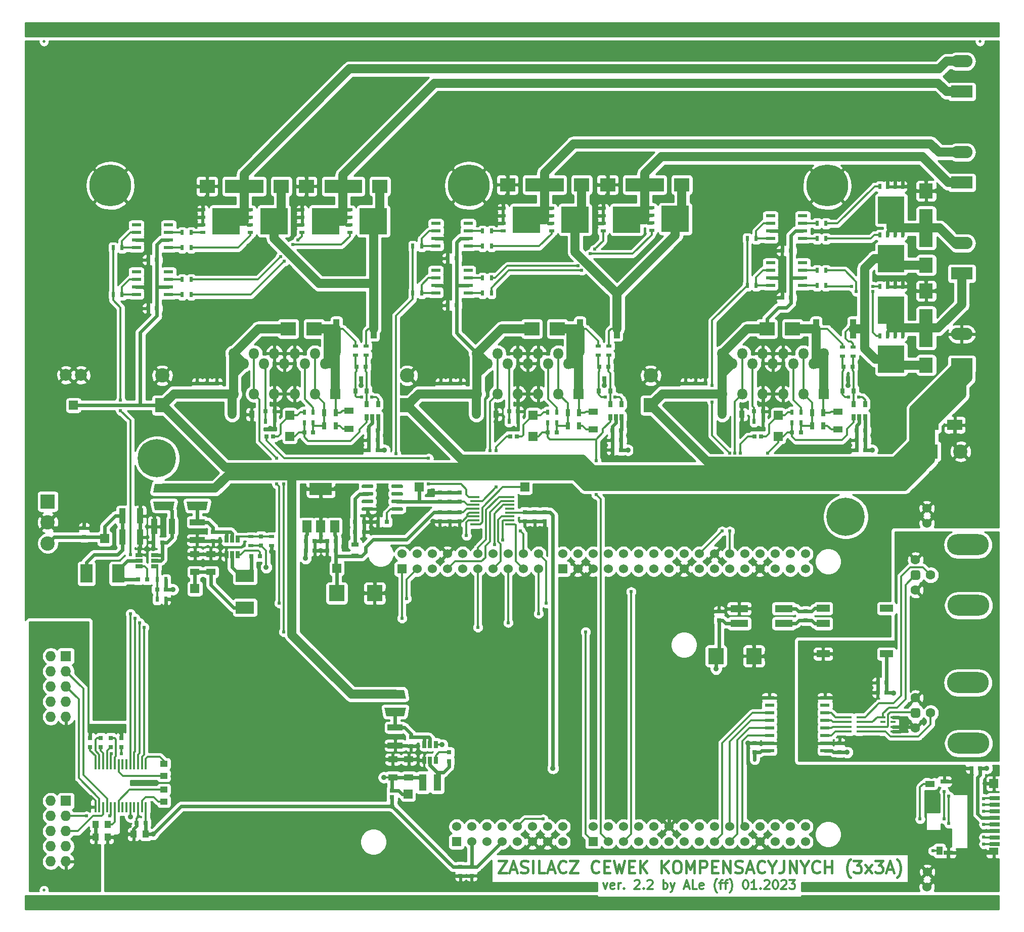
<source format=gbr>
%TF.GenerationSoftware,KiCad,Pcbnew,(5.1.12)-1*%
%TF.CreationDate,2023-01-04T10:21:46+01:00*%
%TF.ProjectId,current3Av2,63757272-656e-4743-9341-76322e6b6963,1.0*%
%TF.SameCoordinates,Original*%
%TF.FileFunction,Copper,L1,Top*%
%TF.FilePolarity,Positive*%
%FSLAX46Y46*%
G04 Gerber Fmt 4.6, Leading zero omitted, Abs format (unit mm)*
G04 Created by KiCad (PCBNEW (5.1.12)-1) date 2023-01-04 10:21:46*
%MOMM*%
%LPD*%
G01*
G04 APERTURE LIST*
%TA.AperFunction,NonConductor*%
%ADD10C,0.300000*%
%TD*%
%TA.AperFunction,NonConductor*%
%ADD11C,0.381000*%
%TD*%
%TA.AperFunction,ComponentPad*%
%ADD12C,7.000000*%
%TD*%
%TA.AperFunction,ComponentPad*%
%ADD13R,1.500000X1.500000*%
%TD*%
%TA.AperFunction,SMDPad,CuDef*%
%ADD14R,4.410000X4.550000*%
%TD*%
%TA.AperFunction,SMDPad,CuDef*%
%ADD15R,0.500000X0.850000*%
%TD*%
%TA.AperFunction,SMDPad,CuDef*%
%ADD16R,2.300000X2.500000*%
%TD*%
%TA.AperFunction,ComponentPad*%
%ADD17C,2.400000*%
%TD*%
%TA.AperFunction,ComponentPad*%
%ADD18R,2.400000X2.400000*%
%TD*%
%TA.AperFunction,SMDPad,CuDef*%
%ADD19R,0.800000X0.750000*%
%TD*%
%TA.AperFunction,SMDPad,CuDef*%
%ADD20R,0.800000X0.900000*%
%TD*%
%TA.AperFunction,SMDPad,CuDef*%
%ADD21R,0.500000X0.900000*%
%TD*%
%TA.AperFunction,SMDPad,CuDef*%
%ADD22R,1.600000X1.000000*%
%TD*%
%TA.AperFunction,SMDPad,CuDef*%
%ADD23R,0.800000X0.800000*%
%TD*%
%TA.AperFunction,SMDPad,CuDef*%
%ADD24R,0.650000X1.060000*%
%TD*%
%TA.AperFunction,SMDPad,CuDef*%
%ADD25R,1.550000X0.600000*%
%TD*%
%TA.AperFunction,SMDPad,CuDef*%
%ADD26R,0.750000X0.800000*%
%TD*%
%TA.AperFunction,SMDPad,CuDef*%
%ADD27R,1.250000X1.000000*%
%TD*%
%TA.AperFunction,SMDPad,CuDef*%
%ADD28R,1.000000X2.500000*%
%TD*%
%TA.AperFunction,SMDPad,CuDef*%
%ADD29R,1.000000X1.250000*%
%TD*%
%TA.AperFunction,SMDPad,CuDef*%
%ADD30R,2.500000X2.300000*%
%TD*%
%TA.AperFunction,SMDPad,CuDef*%
%ADD31R,0.900000X1.200000*%
%TD*%
%TA.AperFunction,SMDPad,CuDef*%
%ADD32R,1.750000X0.700000*%
%TD*%
%TA.AperFunction,SMDPad,CuDef*%
%ADD33R,1.500000X1.300000*%
%TD*%
%TA.AperFunction,SMDPad,CuDef*%
%ADD34R,1.500000X0.800000*%
%TD*%
%TA.AperFunction,SMDPad,CuDef*%
%ADD35R,1.000000X1.450000*%
%TD*%
%TA.AperFunction,SMDPad,CuDef*%
%ADD36R,1.400000X0.800000*%
%TD*%
%TA.AperFunction,SMDPad,CuDef*%
%ADD37R,1.500000X1.500000*%
%TD*%
%TA.AperFunction,SMDPad,CuDef*%
%ADD38R,1.550000X1.000000*%
%TD*%
%TA.AperFunction,ComponentPad*%
%ADD39C,1.600000*%
%TD*%
%TA.AperFunction,ComponentPad*%
%ADD40O,7.000000X3.500000*%
%TD*%
%TA.AperFunction,SMDPad,CuDef*%
%ADD41R,3.000000X1.200000*%
%TD*%
%TA.AperFunction,SMDPad,CuDef*%
%ADD42C,0.100000*%
%TD*%
%TA.AperFunction,SMDPad,CuDef*%
%ADD43R,3.100000X2.000000*%
%TD*%
%TA.AperFunction,SMDPad,CuDef*%
%ADD44R,1.300000X2.800000*%
%TD*%
%TA.AperFunction,ComponentPad*%
%ADD45C,1.530000*%
%TD*%
%TA.AperFunction,ComponentPad*%
%ADD46R,1.530000X1.530000*%
%TD*%
%TA.AperFunction,ComponentPad*%
%ADD47C,1.524000*%
%TD*%
%TA.AperFunction,SMDPad,CuDef*%
%ADD48R,0.900000X0.500000*%
%TD*%
%TA.AperFunction,SMDPad,CuDef*%
%ADD49R,0.700000X1.300000*%
%TD*%
%TA.AperFunction,SMDPad,CuDef*%
%ADD50R,0.900000X0.400000*%
%TD*%
%TA.AperFunction,SMDPad,CuDef*%
%ADD51R,0.850000X0.500000*%
%TD*%
%TA.AperFunction,SMDPad,CuDef*%
%ADD52R,4.550000X4.410000*%
%TD*%
%TA.AperFunction,SMDPad,CuDef*%
%ADD53R,0.650000X1.220000*%
%TD*%
%TA.AperFunction,SMDPad,CuDef*%
%ADD54R,1.500000X0.450000*%
%TD*%
%TA.AperFunction,SMDPad,CuDef*%
%ADD55R,1.500000X0.600000*%
%TD*%
%TA.AperFunction,SMDPad,CuDef*%
%ADD56R,2.500000X1.000000*%
%TD*%
%TA.AperFunction,SMDPad,CuDef*%
%ADD57R,2.500000X1.800000*%
%TD*%
%TA.AperFunction,SMDPad,CuDef*%
%ADD58C,0.500000*%
%TD*%
%TA.AperFunction,ComponentPad*%
%ADD59C,2.000000*%
%TD*%
%TA.AperFunction,ComponentPad*%
%ADD60C,6.400000*%
%TD*%
%TA.AperFunction,ComponentPad*%
%ADD61C,0.800000*%
%TD*%
%TA.AperFunction,SMDPad,CuDef*%
%ADD62R,2.000000X3.100000*%
%TD*%
%TA.AperFunction,SMDPad,CuDef*%
%ADD63R,1.300000X0.700000*%
%TD*%
%TA.AperFunction,SMDPad,CuDef*%
%ADD64R,1.220000X0.650000*%
%TD*%
%TA.AperFunction,SMDPad,CuDef*%
%ADD65R,0.450000X1.750000*%
%TD*%
%TA.AperFunction,SMDPad,CuDef*%
%ADD66R,3.800000X2.000000*%
%TD*%
%TA.AperFunction,SMDPad,CuDef*%
%ADD67R,1.500000X2.000000*%
%TD*%
%TA.AperFunction,ComponentPad*%
%ADD68R,3.600000X2.080000*%
%TD*%
%TA.AperFunction,ComponentPad*%
%ADD69O,3.600000X2.080000*%
%TD*%
%TA.AperFunction,ComponentPad*%
%ADD70O,1.727200X1.727200*%
%TD*%
%TA.AperFunction,ComponentPad*%
%ADD71R,1.727200X1.727200*%
%TD*%
%TA.AperFunction,ComponentPad*%
%ADD72R,1.800000X1.800000*%
%TD*%
%TA.AperFunction,ComponentPad*%
%ADD73O,1.800000X1.800000*%
%TD*%
%TA.AperFunction,SMDPad,CuDef*%
%ADD74R,1.000000X3.200000*%
%TD*%
%TA.AperFunction,SMDPad,CuDef*%
%ADD75R,2.200000X1.200000*%
%TD*%
%TA.AperFunction,SMDPad,CuDef*%
%ADD76R,2.550000X2.700000*%
%TD*%
%TA.AperFunction,ViaPad*%
%ADD77C,0.889000*%
%TD*%
%TA.AperFunction,ViaPad*%
%ADD78C,0.609600*%
%TD*%
%TA.AperFunction,Conductor*%
%ADD79C,0.609600*%
%TD*%
%TA.AperFunction,Conductor*%
%ADD80C,1.524000*%
%TD*%
%TA.AperFunction,Conductor*%
%ADD81C,0.304800*%
%TD*%
%TA.AperFunction,Conductor*%
%ADD82C,0.254000*%
%TD*%
%TA.AperFunction,Conductor*%
%ADD83C,0.100000*%
%TD*%
%TA.AperFunction,NonConductor*%
%ADD84C,0.254000*%
%TD*%
%TA.AperFunction,NonConductor*%
%ADD85C,0.100000*%
%TD*%
G04 APERTURE END LIST*
D10*
X97430857Y-144839571D02*
X97788000Y-145839571D01*
X98145142Y-144839571D01*
X99288000Y-145768142D02*
X99145142Y-145839571D01*
X98859428Y-145839571D01*
X98716571Y-145768142D01*
X98645142Y-145625285D01*
X98645142Y-145053857D01*
X98716571Y-144911000D01*
X98859428Y-144839571D01*
X99145142Y-144839571D01*
X99288000Y-144911000D01*
X99359428Y-145053857D01*
X99359428Y-145196714D01*
X98645142Y-145339571D01*
X100002285Y-145839571D02*
X100002285Y-144839571D01*
X100002285Y-145125285D02*
X100073714Y-144982428D01*
X100145142Y-144911000D01*
X100288000Y-144839571D01*
X100430857Y-144839571D01*
X100930857Y-145696714D02*
X101002285Y-145768142D01*
X100930857Y-145839571D01*
X100859428Y-145768142D01*
X100930857Y-145696714D01*
X100930857Y-145839571D01*
X102716571Y-144482428D02*
X102788000Y-144411000D01*
X102930857Y-144339571D01*
X103288000Y-144339571D01*
X103430857Y-144411000D01*
X103502285Y-144482428D01*
X103573714Y-144625285D01*
X103573714Y-144768142D01*
X103502285Y-144982428D01*
X102645142Y-145839571D01*
X103573714Y-145839571D01*
X104216571Y-145696714D02*
X104288000Y-145768142D01*
X104216571Y-145839571D01*
X104145142Y-145768142D01*
X104216571Y-145696714D01*
X104216571Y-145839571D01*
X104859428Y-144482428D02*
X104930857Y-144411000D01*
X105073714Y-144339571D01*
X105430857Y-144339571D01*
X105573714Y-144411000D01*
X105645142Y-144482428D01*
X105716571Y-144625285D01*
X105716571Y-144768142D01*
X105645142Y-144982428D01*
X104788000Y-145839571D01*
X105716571Y-145839571D01*
X107502285Y-145839571D02*
X107502285Y-144339571D01*
X107502285Y-144911000D02*
X107645142Y-144839571D01*
X107930857Y-144839571D01*
X108073714Y-144911000D01*
X108145142Y-144982428D01*
X108216571Y-145125285D01*
X108216571Y-145553857D01*
X108145142Y-145696714D01*
X108073714Y-145768142D01*
X107930857Y-145839571D01*
X107645142Y-145839571D01*
X107502285Y-145768142D01*
X108716571Y-144839571D02*
X109073714Y-145839571D01*
X109430857Y-144839571D02*
X109073714Y-145839571D01*
X108930857Y-146196714D01*
X108859428Y-146268142D01*
X108716571Y-146339571D01*
X111073714Y-145411000D02*
X111788000Y-145411000D01*
X110930857Y-145839571D02*
X111430857Y-144339571D01*
X111930857Y-145839571D01*
X113145142Y-145839571D02*
X112430857Y-145839571D01*
X112430857Y-144339571D01*
X114216571Y-145768142D02*
X114073714Y-145839571D01*
X113788000Y-145839571D01*
X113645142Y-145768142D01*
X113573714Y-145625285D01*
X113573714Y-145053857D01*
X113645142Y-144911000D01*
X113788000Y-144839571D01*
X114073714Y-144839571D01*
X114216571Y-144911000D01*
X114288000Y-145053857D01*
X114288000Y-145196714D01*
X113573714Y-145339571D01*
X116502285Y-146411000D02*
X116430857Y-146339571D01*
X116288000Y-146125285D01*
X116216571Y-145982428D01*
X116145142Y-145768142D01*
X116073714Y-145411000D01*
X116073714Y-145125285D01*
X116145142Y-144768142D01*
X116216571Y-144553857D01*
X116288000Y-144411000D01*
X116430857Y-144196714D01*
X116502285Y-144125285D01*
X116859428Y-144839571D02*
X117430857Y-144839571D01*
X117073714Y-145839571D02*
X117073714Y-144553857D01*
X117145142Y-144411000D01*
X117288000Y-144339571D01*
X117430857Y-144339571D01*
X117716571Y-144839571D02*
X118288000Y-144839571D01*
X117930857Y-145839571D02*
X117930857Y-144553857D01*
X118002285Y-144411000D01*
X118145142Y-144339571D01*
X118288000Y-144339571D01*
X118645142Y-146411000D02*
X118716571Y-146339571D01*
X118859428Y-146125285D01*
X118930857Y-145982428D01*
X119002285Y-145768142D01*
X119073714Y-145411000D01*
X119073714Y-145125285D01*
X119002285Y-144768142D01*
X118930857Y-144553857D01*
X118859428Y-144411000D01*
X118716571Y-144196714D01*
X118645142Y-144125285D01*
X121216571Y-144339571D02*
X121359428Y-144339571D01*
X121502285Y-144411000D01*
X121573714Y-144482428D01*
X121645142Y-144625285D01*
X121716571Y-144911000D01*
X121716571Y-145268142D01*
X121645142Y-145553857D01*
X121573714Y-145696714D01*
X121502285Y-145768142D01*
X121359428Y-145839571D01*
X121216571Y-145839571D01*
X121073714Y-145768142D01*
X121002285Y-145696714D01*
X120930857Y-145553857D01*
X120859428Y-145268142D01*
X120859428Y-144911000D01*
X120930857Y-144625285D01*
X121002285Y-144482428D01*
X121073714Y-144411000D01*
X121216571Y-144339571D01*
X123145142Y-145839571D02*
X122288000Y-145839571D01*
X122716571Y-145839571D02*
X122716571Y-144339571D01*
X122573714Y-144553857D01*
X122430857Y-144696714D01*
X122288000Y-144768142D01*
X123788000Y-145696714D02*
X123859428Y-145768142D01*
X123788000Y-145839571D01*
X123716571Y-145768142D01*
X123788000Y-145696714D01*
X123788000Y-145839571D01*
X124430857Y-144482428D02*
X124502285Y-144411000D01*
X124645142Y-144339571D01*
X125002285Y-144339571D01*
X125145142Y-144411000D01*
X125216571Y-144482428D01*
X125288000Y-144625285D01*
X125288000Y-144768142D01*
X125216571Y-144982428D01*
X124359428Y-145839571D01*
X125288000Y-145839571D01*
X126216571Y-144339571D02*
X126359428Y-144339571D01*
X126502285Y-144411000D01*
X126573714Y-144482428D01*
X126645142Y-144625285D01*
X126716571Y-144911000D01*
X126716571Y-145268142D01*
X126645142Y-145553857D01*
X126573714Y-145696714D01*
X126502285Y-145768142D01*
X126359428Y-145839571D01*
X126216571Y-145839571D01*
X126073714Y-145768142D01*
X126002285Y-145696714D01*
X125930857Y-145553857D01*
X125859428Y-145268142D01*
X125859428Y-144911000D01*
X125930857Y-144625285D01*
X126002285Y-144482428D01*
X126073714Y-144411000D01*
X126216571Y-144339571D01*
X127288000Y-144482428D02*
X127359428Y-144411000D01*
X127502285Y-144339571D01*
X127859428Y-144339571D01*
X128002285Y-144411000D01*
X128073714Y-144482428D01*
X128145142Y-144625285D01*
X128145142Y-144768142D01*
X128073714Y-144982428D01*
X127216571Y-145839571D01*
X128145142Y-145839571D01*
X128645142Y-144339571D02*
X129573714Y-144339571D01*
X129073714Y-144911000D01*
X129288000Y-144911000D01*
X129430857Y-144982428D01*
X129502285Y-145053857D01*
X129573714Y-145196714D01*
X129573714Y-145553857D01*
X129502285Y-145696714D01*
X129430857Y-145768142D01*
X129288000Y-145839571D01*
X128859428Y-145839571D01*
X128716571Y-145768142D01*
X128645142Y-145696714D01*
D11*
X79895095Y-141127238D02*
X81249761Y-141127238D01*
X79895095Y-143159238D01*
X81249761Y-143159238D01*
X81927095Y-142578666D02*
X82894714Y-142578666D01*
X81733571Y-143159238D02*
X82410904Y-141127238D01*
X83088238Y-143159238D01*
X83668809Y-143062476D02*
X83959095Y-143159238D01*
X84442904Y-143159238D01*
X84636428Y-143062476D01*
X84733190Y-142965714D01*
X84829952Y-142772190D01*
X84829952Y-142578666D01*
X84733190Y-142385142D01*
X84636428Y-142288380D01*
X84442904Y-142191619D01*
X84055857Y-142094857D01*
X83862333Y-141998095D01*
X83765571Y-141901333D01*
X83668809Y-141707809D01*
X83668809Y-141514285D01*
X83765571Y-141320761D01*
X83862333Y-141224000D01*
X84055857Y-141127238D01*
X84539666Y-141127238D01*
X84829952Y-141224000D01*
X85700809Y-143159238D02*
X85700809Y-141127238D01*
X87636047Y-143159238D02*
X86668428Y-143159238D01*
X86668428Y-141127238D01*
X88216619Y-142578666D02*
X89184238Y-142578666D01*
X88023095Y-143159238D02*
X88700428Y-141127238D01*
X89377761Y-143159238D01*
X91216238Y-142965714D02*
X91119476Y-143062476D01*
X90829190Y-143159238D01*
X90635666Y-143159238D01*
X90345380Y-143062476D01*
X90151857Y-142868952D01*
X90055095Y-142675428D01*
X89958333Y-142288380D01*
X89958333Y-141998095D01*
X90055095Y-141611047D01*
X90151857Y-141417523D01*
X90345380Y-141224000D01*
X90635666Y-141127238D01*
X90829190Y-141127238D01*
X91119476Y-141224000D01*
X91216238Y-141320761D01*
X91893571Y-141127238D02*
X93248238Y-141127238D01*
X91893571Y-143159238D01*
X93248238Y-143159238D01*
X96731666Y-142965714D02*
X96634904Y-143062476D01*
X96344619Y-143159238D01*
X96151095Y-143159238D01*
X95860809Y-143062476D01*
X95667285Y-142868952D01*
X95570523Y-142675428D01*
X95473761Y-142288380D01*
X95473761Y-141998095D01*
X95570523Y-141611047D01*
X95667285Y-141417523D01*
X95860809Y-141224000D01*
X96151095Y-141127238D01*
X96344619Y-141127238D01*
X96634904Y-141224000D01*
X96731666Y-141320761D01*
X97602523Y-142094857D02*
X98279857Y-142094857D01*
X98570142Y-143159238D02*
X97602523Y-143159238D01*
X97602523Y-141127238D01*
X98570142Y-141127238D01*
X99247476Y-141127238D02*
X99731285Y-143159238D01*
X100118333Y-141707809D01*
X100505380Y-143159238D01*
X100989190Y-141127238D01*
X101763285Y-142094857D02*
X102440619Y-142094857D01*
X102730904Y-143159238D02*
X101763285Y-143159238D01*
X101763285Y-141127238D01*
X102730904Y-141127238D01*
X103601761Y-143159238D02*
X103601761Y-141127238D01*
X104762904Y-143159238D02*
X103892047Y-141998095D01*
X104762904Y-141127238D02*
X103601761Y-142288380D01*
X107181952Y-143159238D02*
X107181952Y-141127238D01*
X108343095Y-143159238D02*
X107472238Y-141998095D01*
X108343095Y-141127238D02*
X107181952Y-142288380D01*
X109601000Y-141127238D02*
X109988047Y-141127238D01*
X110181571Y-141224000D01*
X110375095Y-141417523D01*
X110471857Y-141804571D01*
X110471857Y-142481904D01*
X110375095Y-142868952D01*
X110181571Y-143062476D01*
X109988047Y-143159238D01*
X109601000Y-143159238D01*
X109407476Y-143062476D01*
X109213952Y-142868952D01*
X109117190Y-142481904D01*
X109117190Y-141804571D01*
X109213952Y-141417523D01*
X109407476Y-141224000D01*
X109601000Y-141127238D01*
X111342714Y-143159238D02*
X111342714Y-141127238D01*
X112020047Y-142578666D01*
X112697380Y-141127238D01*
X112697380Y-143159238D01*
X113665000Y-143159238D02*
X113665000Y-141127238D01*
X114439095Y-141127238D01*
X114632619Y-141224000D01*
X114729380Y-141320761D01*
X114826142Y-141514285D01*
X114826142Y-141804571D01*
X114729380Y-141998095D01*
X114632619Y-142094857D01*
X114439095Y-142191619D01*
X113665000Y-142191619D01*
X115697000Y-142094857D02*
X116374333Y-142094857D01*
X116664619Y-143159238D02*
X115697000Y-143159238D01*
X115697000Y-141127238D01*
X116664619Y-141127238D01*
X117535476Y-143159238D02*
X117535476Y-141127238D01*
X118696619Y-143159238D01*
X118696619Y-141127238D01*
X119567476Y-143062476D02*
X119857761Y-143159238D01*
X120341571Y-143159238D01*
X120535095Y-143062476D01*
X120631857Y-142965714D01*
X120728619Y-142772190D01*
X120728619Y-142578666D01*
X120631857Y-142385142D01*
X120535095Y-142288380D01*
X120341571Y-142191619D01*
X119954523Y-142094857D01*
X119760999Y-141998095D01*
X119664238Y-141901333D01*
X119567476Y-141707809D01*
X119567476Y-141514285D01*
X119664238Y-141320761D01*
X119760999Y-141224000D01*
X119954523Y-141127238D01*
X120438333Y-141127238D01*
X120728619Y-141224000D01*
X121502714Y-142578666D02*
X122470333Y-142578666D01*
X121309190Y-143159238D02*
X121986523Y-141127238D01*
X122663857Y-143159238D01*
X124502333Y-142965714D02*
X124405571Y-143062476D01*
X124115285Y-143159238D01*
X123921761Y-143159238D01*
X123631476Y-143062476D01*
X123437952Y-142868952D01*
X123341190Y-142675428D01*
X123244428Y-142288380D01*
X123244428Y-141998095D01*
X123341190Y-141611047D01*
X123437952Y-141417523D01*
X123631476Y-141224000D01*
X123921761Y-141127238D01*
X124115285Y-141127238D01*
X124405571Y-141224000D01*
X124502333Y-141320761D01*
X125760238Y-142191619D02*
X125760238Y-143159238D01*
X125082904Y-141127238D02*
X125760238Y-142191619D01*
X126437571Y-141127238D01*
X127695476Y-141127238D02*
X127695476Y-142578666D01*
X127598714Y-142868952D01*
X127405190Y-143062476D01*
X127114904Y-143159238D01*
X126921380Y-143159238D01*
X128663095Y-143159238D02*
X128663095Y-141127238D01*
X129824238Y-143159238D01*
X129824238Y-141127238D01*
X131178904Y-142191619D02*
X131178904Y-143159238D01*
X130501571Y-141127238D02*
X131178904Y-142191619D01*
X131856238Y-141127238D01*
X133694714Y-142965714D02*
X133597952Y-143062476D01*
X133307666Y-143159238D01*
X133114142Y-143159238D01*
X132823857Y-143062476D01*
X132630333Y-142868952D01*
X132533571Y-142675428D01*
X132436809Y-142288380D01*
X132436809Y-141998095D01*
X132533571Y-141611047D01*
X132630333Y-141417523D01*
X132823857Y-141224000D01*
X133114142Y-141127238D01*
X133307666Y-141127238D01*
X133597952Y-141224000D01*
X133694714Y-141320761D01*
X134565571Y-143159238D02*
X134565571Y-141127238D01*
X134565571Y-142094857D02*
X135726714Y-142094857D01*
X135726714Y-143159238D02*
X135726714Y-141127238D01*
X138823095Y-143933333D02*
X138726333Y-143836571D01*
X138532809Y-143546285D01*
X138436047Y-143352761D01*
X138339285Y-143062476D01*
X138242523Y-142578666D01*
X138242523Y-142191619D01*
X138339285Y-141707809D01*
X138436047Y-141417523D01*
X138532809Y-141224000D01*
X138726333Y-140933714D01*
X138823095Y-140836952D01*
X139403666Y-141127238D02*
X140661571Y-141127238D01*
X139984238Y-141901333D01*
X140274523Y-141901333D01*
X140468047Y-141998095D01*
X140564809Y-142094857D01*
X140661571Y-142288380D01*
X140661571Y-142772190D01*
X140564809Y-142965714D01*
X140468047Y-143062476D01*
X140274523Y-143159238D01*
X139693952Y-143159238D01*
X139500428Y-143062476D01*
X139403666Y-142965714D01*
X141338904Y-143159238D02*
X142403285Y-141804571D01*
X141338904Y-141804571D02*
X142403285Y-143159238D01*
X142983857Y-141127238D02*
X144241761Y-141127238D01*
X143564428Y-141901333D01*
X143854714Y-141901333D01*
X144048238Y-141998095D01*
X144145000Y-142094857D01*
X144241761Y-142288380D01*
X144241761Y-142772190D01*
X144145000Y-142965714D01*
X144048238Y-143062476D01*
X143854714Y-143159238D01*
X143274142Y-143159238D01*
X143080619Y-143062476D01*
X142983857Y-142965714D01*
X145015857Y-142578666D02*
X145983476Y-142578666D01*
X144822333Y-143159238D02*
X145499666Y-141127238D01*
X146177000Y-143159238D01*
X146660809Y-143933333D02*
X146757571Y-143836571D01*
X146951095Y-143546285D01*
X147047857Y-143352761D01*
X147144619Y-143062476D01*
X147241380Y-142578666D01*
X147241380Y-142191619D01*
X147144619Y-141707809D01*
X147047857Y-141417523D01*
X146951095Y-141224000D01*
X146757571Y-140933714D01*
X146660809Y-140836952D01*
D12*
X14930000Y-27940000D03*
X134930000Y-27940000D03*
X74930000Y-27940000D03*
D13*
X29083000Y-95504000D03*
D14*
X145669000Y-40166000D03*
D15*
X143764000Y-36216000D03*
X145034000Y-36216000D03*
X146304000Y-36216000D03*
X147574000Y-36216000D03*
D16*
X151511000Y-53730000D03*
X151511000Y-58030000D03*
X151511000Y-45602000D03*
X151511000Y-49902000D03*
X151511000Y-28838000D03*
X151511000Y-33138000D03*
D17*
X105410000Y-59770000D03*
D18*
X105410000Y-64770000D03*
D19*
X139180000Y-58293000D03*
X137680000Y-58293000D03*
D20*
X138430000Y-60341000D03*
X139380000Y-62341000D03*
X137480000Y-62341000D03*
D21*
X129044000Y-65913000D03*
X130544000Y-65913000D03*
D22*
X136779000Y-68810000D03*
X136779000Y-65810000D03*
D23*
X123867000Y-69977000D03*
X122767000Y-69977000D03*
D14*
X145669000Y-48802000D03*
D15*
X143764000Y-44852000D03*
X145034000Y-44852000D03*
X146304000Y-44852000D03*
X147574000Y-44852000D03*
D24*
X139385000Y-64559000D03*
X141285000Y-64559000D03*
X141285000Y-66759000D03*
X140335000Y-66759000D03*
X139385000Y-66759000D03*
D19*
X128893000Y-46736000D03*
X127393000Y-46736000D03*
X128893000Y-38862000D03*
X127393000Y-38862000D03*
D21*
X133235000Y-34290000D03*
X134735000Y-34290000D03*
X133235000Y-36830000D03*
X134735000Y-36830000D03*
D25*
X130843000Y-33020000D03*
X130843000Y-34290000D03*
X130843000Y-35560000D03*
X130843000Y-36830000D03*
X125443000Y-36830000D03*
X125443000Y-35560000D03*
X125443000Y-34290000D03*
X125443000Y-33020000D03*
D18*
X23622000Y-64770000D03*
D17*
X23622000Y-59770000D03*
D26*
X32766000Y-62599000D03*
X32766000Y-61099000D03*
D27*
X23876000Y-126857000D03*
X23876000Y-124857000D03*
D19*
X59678000Y-70612000D03*
X58178000Y-70612000D03*
X56146000Y-58293000D03*
X57646000Y-58293000D03*
D27*
X23876000Y-129175000D03*
X23876000Y-131175000D03*
D19*
X22110000Y-87757000D03*
X23610000Y-87757000D03*
D18*
X64643000Y-64770000D03*
D17*
X64643000Y-59770000D03*
D19*
X98945000Y-70612000D03*
X100445000Y-70612000D03*
X100445000Y-68961000D03*
X98945000Y-68961000D03*
D22*
X54864000Y-68683000D03*
X54864000Y-65683000D03*
D28*
X19915000Y-83312000D03*
X16915000Y-83312000D03*
D29*
X12462000Y-137160000D03*
X14462000Y-137160000D03*
D19*
X39993000Y-90043000D03*
X38493000Y-90043000D03*
X141339000Y-70612000D03*
X139839000Y-70612000D03*
X141339000Y-68961000D03*
X139839000Y-68961000D03*
D26*
X40132000Y-86753000D03*
X40132000Y-88253000D03*
D19*
X49137000Y-87503000D03*
X47637000Y-87503000D03*
X21221000Y-48514000D03*
X22721000Y-48514000D03*
D22*
X29083000Y-92686000D03*
X29083000Y-89686000D03*
D19*
X71386000Y-48006000D03*
X72886000Y-48006000D03*
D22*
X64897000Y-127103000D03*
X64897000Y-124103000D03*
X62230000Y-127103000D03*
X62230000Y-124103000D03*
D26*
X84328000Y-82689000D03*
X84328000Y-84189000D03*
X71755000Y-79387000D03*
X71755000Y-80887000D03*
X75438000Y-143625000D03*
X75438000Y-142125000D03*
X71755000Y-84189000D03*
X71755000Y-82689000D03*
D19*
X159054000Y-125603000D03*
X160554000Y-125603000D03*
D26*
X14986000Y-120535000D03*
X14986000Y-122035000D03*
D20*
X55946000Y-62341000D03*
X57846000Y-62341000D03*
X56896000Y-60341000D03*
D30*
X47761000Y-28067000D03*
X52061000Y-28067000D03*
D31*
X76201000Y-66294000D03*
X79501000Y-66294000D03*
D30*
X43552000Y-28067000D03*
X39252000Y-28067000D03*
D31*
X38607000Y-66294000D03*
X35307000Y-66294000D03*
D30*
X85480000Y-51943000D03*
X89780000Y-51943000D03*
X129150000Y-51943000D03*
X124850000Y-51943000D03*
X93844000Y-27813000D03*
X89544000Y-27813000D03*
X85716000Y-27813000D03*
X81416000Y-27813000D03*
D16*
X151511000Y-36966000D03*
X151511000Y-41266000D03*
D13*
X44958000Y-66421000D03*
X126746000Y-66421000D03*
D18*
X4445000Y-80899000D03*
D17*
X4445000Y-84399000D03*
X4445000Y-87899000D03*
D32*
X162965000Y-138303000D03*
D33*
X162840000Y-139503000D03*
D34*
X155240000Y-139753000D03*
D35*
X153740000Y-139428000D03*
D36*
X154590000Y-127803000D03*
D32*
X162965000Y-137203000D03*
X162965000Y-136103000D03*
X162965000Y-135003000D03*
X162965000Y-133903000D03*
X162965000Y-132803000D03*
X162965000Y-131703000D03*
X162965000Y-130603000D03*
D37*
X162840000Y-128153000D03*
D38*
X152165000Y-128203000D03*
D39*
X149733000Y-113792000D03*
X152273000Y-116332000D03*
X149733000Y-118872000D03*
%TA.AperFunction,ComponentPad*%
G36*
G01*
X150133000Y-117132000D02*
X149333000Y-117132000D01*
G75*
G02*
X148933000Y-116732000I0J400000D01*
G01*
X148933000Y-115932000D01*
G75*
G02*
X149333000Y-115532000I400000J0D01*
G01*
X150133000Y-115532000D01*
G75*
G02*
X150533000Y-115932000I0J-400000D01*
G01*
X150533000Y-116732000D01*
G75*
G02*
X150133000Y-117132000I-400000J0D01*
G01*
G37*
%TD.AperFunction*%
D40*
X158523000Y-111252000D03*
X158623000Y-121412000D03*
X158623000Y-98298000D03*
X158523000Y-88138000D03*
%TA.AperFunction,ComponentPad*%
G36*
G01*
X150133000Y-94018000D02*
X149333000Y-94018000D01*
G75*
G02*
X148933000Y-93618000I0J400000D01*
G01*
X148933000Y-92818000D01*
G75*
G02*
X149333000Y-92418000I400000J0D01*
G01*
X150133000Y-92418000D01*
G75*
G02*
X150533000Y-92818000I0J-400000D01*
G01*
X150533000Y-93618000D01*
G75*
G02*
X150133000Y-94018000I-400000J0D01*
G01*
G37*
%TD.AperFunction*%
D39*
X149733000Y-95758000D03*
X152273000Y-93218000D03*
X149733000Y-90678000D03*
D41*
X127702000Y-101326000D03*
X127702000Y-98826000D03*
X120202000Y-98826000D03*
X120202000Y-101326000D03*
%TA.AperFunction,SMDPad,CuDef*%
D42*
G36*
X22076000Y-79387000D02*
G01*
X22376000Y-77937000D01*
X25376000Y-77937000D01*
X25676000Y-79387000D01*
X22076000Y-79387000D01*
G37*
%TD.AperFunction*%
%TA.AperFunction,SMDPad,CuDef*%
G36*
X22376000Y-82337000D02*
G01*
X22076000Y-80887000D01*
X25676000Y-80887000D01*
X25376000Y-82337000D01*
X22376000Y-82337000D01*
G37*
%TD.AperFunction*%
D43*
X37465000Y-98662000D03*
X37465000Y-93362000D03*
D44*
X67253000Y-128016000D03*
X69653000Y-128016000D03*
D45*
X131313000Y-89662000D03*
X131313000Y-92202000D03*
X131313000Y-135382000D03*
X131313000Y-137922000D03*
X86609000Y-89662000D03*
X86609000Y-92202000D03*
X84069000Y-89662000D03*
X84069000Y-92202000D03*
X81529000Y-89662000D03*
X81529000Y-92202000D03*
X78989000Y-89662000D03*
X78989000Y-92202000D03*
X76449000Y-89662000D03*
X76449000Y-92202000D03*
X73909000Y-89662000D03*
X73909000Y-92202000D03*
X71369000Y-89662000D03*
X71369000Y-92202000D03*
X68829000Y-89662000D03*
X68829000Y-92202000D03*
X66289000Y-89662000D03*
X66289000Y-92202000D03*
X128773000Y-89662000D03*
X128773000Y-92202000D03*
X126233000Y-89662000D03*
X126233000Y-92202000D03*
X123693000Y-89662000D03*
X123693000Y-92202000D03*
X121153000Y-89662000D03*
X121153000Y-92202000D03*
X118613000Y-89662000D03*
X118613000Y-92202000D03*
X116073000Y-89662000D03*
X116073000Y-92202000D03*
X113533000Y-89662000D03*
X113533000Y-92202000D03*
X110993000Y-89662000D03*
X110993000Y-92202000D03*
X108453000Y-89662000D03*
X108453000Y-92202000D03*
X105913000Y-89662000D03*
X105913000Y-92202000D03*
X103373000Y-89662000D03*
X103373000Y-92202000D03*
X100833000Y-89662000D03*
X100833000Y-92202000D03*
X98293000Y-89662000D03*
X98293000Y-92202000D03*
X95753000Y-89662000D03*
X95753000Y-92202000D03*
X93213000Y-89662000D03*
X93213000Y-92202000D03*
X90673000Y-89662000D03*
D46*
X90673000Y-92202000D03*
D45*
X63749000Y-89662000D03*
D46*
X63749000Y-92202000D03*
D45*
X128773000Y-135382000D03*
X128773000Y-137922000D03*
X126233000Y-135382000D03*
X126233000Y-137922000D03*
X123693000Y-135382000D03*
X123693000Y-137922000D03*
X121153000Y-135382000D03*
X121153000Y-137922000D03*
X118613000Y-135382000D03*
X118613000Y-137922000D03*
X116073000Y-135382000D03*
X116073000Y-137922000D03*
X113533000Y-135382000D03*
X113533000Y-137922000D03*
X110993000Y-135382000D03*
X110993000Y-137922000D03*
X108453000Y-135382000D03*
X108453000Y-137922000D03*
X105913000Y-135382000D03*
X105913000Y-137922000D03*
X103373000Y-135382000D03*
X103373000Y-137922000D03*
X100833000Y-135382000D03*
X100833000Y-137922000D03*
X98293000Y-135382000D03*
X98293000Y-137922000D03*
X95753000Y-135382000D03*
D46*
X95753000Y-137922000D03*
D45*
X90673000Y-135382000D03*
X90673000Y-137922000D03*
X88133000Y-135382000D03*
X88133000Y-137922000D03*
X85593000Y-135382000D03*
X85593000Y-137922000D03*
X83053000Y-135382000D03*
X83053000Y-137922000D03*
X80513000Y-135382000D03*
X80513000Y-137922000D03*
X77973000Y-135382000D03*
X77973000Y-137922000D03*
X75433000Y-135382000D03*
X75433000Y-137922000D03*
X72893000Y-135382000D03*
D46*
X72893000Y-137922000D03*
D47*
X151632920Y-145542000D03*
X151709120Y-143002000D03*
X151632920Y-84582000D03*
X151632920Y-82042000D03*
D21*
X26936000Y-35814000D03*
X28436000Y-35814000D03*
D48*
X56007000Y-54876000D03*
X56007000Y-56376000D03*
D21*
X65544000Y-45974000D03*
X67044000Y-45974000D03*
X40906000Y-67437000D03*
X42406000Y-67437000D03*
X65544000Y-38100000D03*
X67044000Y-38100000D03*
X77228000Y-43434000D03*
X78728000Y-43434000D03*
X88150000Y-67691000D03*
X89650000Y-67691000D03*
D48*
X96647000Y-56376000D03*
X96647000Y-54876000D03*
D21*
X77228000Y-38100000D03*
X78728000Y-38100000D03*
X123051000Y-44704000D03*
X121551000Y-44704000D03*
X83173000Y-67437000D03*
X81673000Y-67437000D03*
X134735000Y-42164000D03*
X133235000Y-42164000D03*
X133235000Y-44704000D03*
X134735000Y-44704000D03*
X122694000Y-67437000D03*
X124194000Y-67437000D03*
D49*
X93406000Y-68199000D03*
X91506000Y-68199000D03*
X132400000Y-68199000D03*
X134300000Y-68199000D03*
X93406000Y-66040000D03*
X91506000Y-66040000D03*
D48*
X38481000Y-88253000D03*
X38481000Y-86753000D03*
X41910000Y-88253000D03*
X41910000Y-86753000D03*
D50*
X140296000Y-118637000D03*
X140296000Y-117837000D03*
X140296000Y-119437000D03*
X140296000Y-117037000D03*
X138596000Y-119437000D03*
X138596000Y-118637000D03*
X138596000Y-117837000D03*
X138596000Y-117037000D03*
X146011000Y-118637000D03*
X146011000Y-117837000D03*
X146011000Y-119437000D03*
X146011000Y-117037000D03*
X144311000Y-119437000D03*
X144311000Y-118637000D03*
X144311000Y-117837000D03*
X144311000Y-117037000D03*
D51*
X55012000Y-32004000D03*
X55012000Y-33274000D03*
X55012000Y-34544000D03*
X55012000Y-35814000D03*
D52*
X58962000Y-33909000D03*
X50961000Y-33909000D03*
D51*
X47011000Y-35814000D03*
X47011000Y-34544000D03*
X47011000Y-33274000D03*
X47011000Y-32004000D03*
X38375000Y-32004000D03*
X38375000Y-33274000D03*
X38375000Y-34544000D03*
X38375000Y-35814000D03*
D52*
X42325000Y-33909000D03*
X34324000Y-33909000D03*
D51*
X30374000Y-35814000D03*
X30374000Y-34544000D03*
X30374000Y-33274000D03*
X30374000Y-32004000D03*
X105558000Y-31623000D03*
X105558000Y-32893000D03*
X105558000Y-34163000D03*
X105558000Y-35433000D03*
D52*
X109508000Y-33528000D03*
X101380000Y-33655000D03*
D51*
X97430000Y-35560000D03*
X97430000Y-34290000D03*
X97430000Y-33020000D03*
X97430000Y-31750000D03*
X88794000Y-31750000D03*
X88794000Y-33020000D03*
X88794000Y-34290000D03*
X88794000Y-35560000D03*
D52*
X92744000Y-33655000D03*
X84616000Y-33655000D03*
D51*
X80666000Y-35560000D03*
X80666000Y-34290000D03*
X80666000Y-33020000D03*
X80666000Y-31750000D03*
D25*
X24671000Y-42418000D03*
X24671000Y-43688000D03*
X24671000Y-44958000D03*
X24671000Y-46228000D03*
X19271000Y-46228000D03*
X19271000Y-44958000D03*
X19271000Y-43688000D03*
X19271000Y-42418000D03*
X74813501Y-42164000D03*
X74813501Y-43434000D03*
X74813501Y-44704000D03*
X74813501Y-45974000D03*
X69413501Y-45974000D03*
X69413501Y-44704000D03*
X69413501Y-43434000D03*
X69413501Y-42164000D03*
D24*
X57851000Y-64559000D03*
X59751000Y-64559000D03*
X59751000Y-66759000D03*
X58801000Y-66759000D03*
X57851000Y-66759000D03*
D53*
X36256000Y-89829000D03*
X35306000Y-89829000D03*
X34356000Y-89829000D03*
X34356000Y-87209000D03*
X35306000Y-87209000D03*
X36256000Y-87209000D03*
D54*
X75917000Y-80148000D03*
X75917000Y-80798000D03*
X75917000Y-81448000D03*
X75917000Y-82098000D03*
X75917000Y-82748000D03*
X75917000Y-83398000D03*
X75917000Y-84048000D03*
X75917000Y-84698000D03*
X81817000Y-84698000D03*
X81817000Y-84048000D03*
X81817000Y-83398000D03*
X81817000Y-82748000D03*
X81817000Y-82098000D03*
X81817000Y-81448000D03*
X81817000Y-80798000D03*
X81817000Y-80148000D03*
D24*
X98618000Y-66759000D03*
X99568000Y-66759000D03*
X100518000Y-66759000D03*
X100518000Y-64559000D03*
X98618000Y-64559000D03*
D55*
X125271000Y-122682000D03*
X125271000Y-121412000D03*
X125271000Y-120142000D03*
X125271000Y-118872000D03*
X125271000Y-117602000D03*
X125271000Y-116332000D03*
X125271000Y-115062000D03*
X125271000Y-113792000D03*
X134571000Y-113792000D03*
X134571000Y-115062000D03*
X134571000Y-116332000D03*
X134571000Y-117602000D03*
X134571000Y-118872000D03*
X134571000Y-120142000D03*
X134571000Y-121412000D03*
X134571000Y-122682000D03*
D13*
X64770000Y-129921000D03*
X13970000Y-87122000D03*
X8763000Y-64770000D03*
X52832000Y-92075000D03*
D19*
X59702000Y-84328000D03*
X61202000Y-84328000D03*
D26*
X73533000Y-62599000D03*
X73533000Y-61099000D03*
D18*
X152273000Y-72517000D03*
D17*
X157273000Y-72517000D03*
D19*
X58178000Y-68961000D03*
X59678000Y-68961000D03*
X42406000Y-65786000D03*
X40906000Y-65786000D03*
D28*
X25249000Y-85090000D03*
X22249000Y-85090000D03*
D19*
X21070000Y-93980000D03*
X19570000Y-93980000D03*
X20816000Y-134747000D03*
X19316000Y-134747000D03*
X24245000Y-95631000D03*
X22745000Y-95631000D03*
D28*
X19915000Y-86868000D03*
X16915000Y-86868000D03*
D56*
X29464000Y-87352000D03*
X29464000Y-84352000D03*
D26*
X32131000Y-85991000D03*
X32131000Y-87491000D03*
D19*
X98286000Y-58293000D03*
X96786000Y-58293000D03*
X83173000Y-65786000D03*
X81673000Y-65786000D03*
D22*
X95758000Y-65810000D03*
X95758000Y-68810000D03*
D26*
X114554000Y-62599000D03*
X114554000Y-61099000D03*
D29*
X18812000Y-136652000D03*
X20812000Y-136652000D03*
D26*
X122809000Y-121424000D03*
X122809000Y-122924000D03*
X11557000Y-122035000D03*
X11557000Y-120535000D03*
X16764000Y-122035000D03*
X16764000Y-120535000D03*
D29*
X14462000Y-135001000D03*
X12462000Y-135001000D03*
D19*
X57392000Y-84328000D03*
X55892000Y-84328000D03*
X122694000Y-65786000D03*
X124194000Y-65786000D03*
D26*
X70104000Y-79387000D03*
X70104000Y-80887000D03*
D56*
X62611000Y-118769000D03*
X62611000Y-121769000D03*
D26*
X65278000Y-121908000D03*
X65278000Y-120408000D03*
D22*
X31750000Y-89686000D03*
X31750000Y-92686000D03*
D19*
X51205000Y-87503000D03*
X52705000Y-87503000D03*
D26*
X137033000Y-122924000D03*
X137033000Y-121424000D03*
D19*
X143395000Y-111252000D03*
X144895000Y-111252000D03*
X21221000Y-40386000D03*
X22721000Y-40386000D03*
D26*
X71628000Y-122948000D03*
X71628000Y-124448000D03*
D19*
X71386000Y-40132000D03*
X72886000Y-40132000D03*
X48883000Y-69342000D03*
X47383000Y-69342000D03*
D26*
X85979000Y-84189000D03*
X85979000Y-82689000D03*
X73406000Y-84189000D03*
X73406000Y-82689000D03*
D19*
X88150000Y-69342000D03*
X89650000Y-69342000D03*
X129044000Y-69342000D03*
X130544000Y-69342000D03*
D26*
X73406000Y-80887000D03*
X73406000Y-79387000D03*
X87630000Y-82689000D03*
X87630000Y-84189000D03*
X70104000Y-82689000D03*
X70104000Y-84189000D03*
X13335000Y-120535000D03*
X13335000Y-122035000D03*
D13*
X44958000Y-69977000D03*
X85725000Y-69977000D03*
X126746000Y-69977000D03*
D30*
X44713000Y-51943000D03*
X49013000Y-51943000D03*
X60062000Y-28067000D03*
X55762000Y-28067000D03*
D31*
X117349000Y-66294000D03*
X120649000Y-66294000D03*
D30*
X31124000Y-28067000D03*
X35424000Y-28067000D03*
D20*
X96713000Y-62341000D03*
X98613000Y-62341000D03*
X97663000Y-60341000D03*
D30*
X106308000Y-27813000D03*
X110608000Y-27813000D03*
X102480000Y-27813000D03*
X98180000Y-27813000D03*
D57*
X152305000Y-68072000D03*
X156305000Y-68072000D03*
D13*
X85725000Y-66421000D03*
D58*
X3810000Y-3810000D03*
X3810000Y-146050000D03*
X160528000Y-3810000D03*
D59*
X7493000Y-59690000D03*
X10033000Y-59690000D03*
D60*
X22733000Y-73660000D03*
D61*
X25133000Y-73660000D03*
X24430056Y-75357056D03*
X22733000Y-76060000D03*
X21035944Y-75357056D03*
X20333000Y-73660000D03*
X21035944Y-71962944D03*
X22733000Y-71260000D03*
X24430056Y-71962944D03*
X139746056Y-81741944D03*
X138049000Y-81039000D03*
X136351944Y-81741944D03*
X135649000Y-83439000D03*
X136351944Y-85136056D03*
X138049000Y-85839000D03*
X139746056Y-85136056D03*
X140449000Y-83439000D03*
D60*
X138049000Y-83439000D03*
D23*
X41106000Y-69977000D03*
X42206000Y-69977000D03*
X81873000Y-69977000D03*
X82973000Y-69977000D03*
X62103000Y-129371000D03*
X62103000Y-130471000D03*
D62*
X10939000Y-92964000D03*
X16239000Y-92964000D03*
D63*
X55880000Y-89977000D03*
X55880000Y-88077000D03*
%TA.AperFunction,SMDPad,CuDef*%
D42*
G36*
X27964000Y-82337000D02*
G01*
X27664000Y-80887000D01*
X31264000Y-80887000D01*
X30964000Y-82337000D01*
X27964000Y-82337000D01*
G37*
%TD.AperFunction*%
%TA.AperFunction,SMDPad,CuDef*%
G36*
X27664000Y-79387000D02*
G01*
X27964000Y-77937000D01*
X30964000Y-77937000D01*
X31264000Y-79387000D01*
X27664000Y-79387000D01*
G37*
%TD.AperFunction*%
%TA.AperFunction,SMDPad,CuDef*%
G36*
X60811000Y-113931000D02*
G01*
X61111000Y-112481000D01*
X64111000Y-112481000D01*
X64411000Y-113931000D01*
X60811000Y-113931000D01*
G37*
%TD.AperFunction*%
%TA.AperFunction,SMDPad,CuDef*%
G36*
X61111000Y-116881000D02*
G01*
X60811000Y-115431000D01*
X64411000Y-115431000D01*
X64111000Y-116881000D01*
X61111000Y-116881000D01*
G37*
%TD.AperFunction*%
D21*
X16879000Y-46228000D03*
X15379000Y-46228000D03*
X28436000Y-46228000D03*
X26936000Y-46228000D03*
X48883000Y-65913000D03*
X47383000Y-65913000D03*
X48883000Y-67691000D03*
X47383000Y-67691000D03*
X26936000Y-43688000D03*
X28436000Y-43688000D03*
D48*
X57785000Y-56376000D03*
X57785000Y-54876000D03*
D21*
X28436000Y-38354000D03*
X26936000Y-38354000D03*
X77228000Y-45974000D03*
X78728000Y-45974000D03*
X88150000Y-65913000D03*
X89650000Y-65913000D03*
X78728000Y-35560000D03*
X77228000Y-35560000D03*
D48*
X98425000Y-54876000D03*
X98425000Y-56376000D03*
D21*
X121551000Y-36830000D03*
X123051000Y-36830000D03*
X129044000Y-67691000D03*
X130544000Y-67691000D03*
D48*
X137541000Y-56503000D03*
X137541000Y-55003000D03*
X139319000Y-56503000D03*
X139319000Y-55003000D03*
D49*
X52639000Y-66040000D03*
X50739000Y-66040000D03*
D21*
X22745000Y-93980000D03*
X24245000Y-93980000D03*
X24245000Y-97282000D03*
X22745000Y-97282000D03*
D49*
X50739000Y-68199000D03*
X52639000Y-68199000D03*
X134300000Y-66040000D03*
X132400000Y-66040000D03*
D21*
X15379000Y-38354000D03*
X16879000Y-38354000D03*
D15*
X147574000Y-53107000D03*
X146304000Y-53107000D03*
X145034000Y-53107000D03*
X143764000Y-53107000D03*
D14*
X145669000Y-57057000D03*
D15*
X147574000Y-28088000D03*
X146304000Y-28088000D03*
X145034000Y-28088000D03*
X143764000Y-28088000D03*
D14*
X145669000Y-32038000D03*
D64*
X19772000Y-91755000D03*
X19772000Y-90805000D03*
X19772000Y-89855000D03*
X22392000Y-89855000D03*
X22392000Y-90805000D03*
X22392000Y-91755000D03*
D25*
X19271000Y-34544000D03*
X19271000Y-35814000D03*
X19271000Y-37084000D03*
X19271000Y-38354000D03*
X24671000Y-38354000D03*
X24671000Y-37084000D03*
X24671000Y-35814000D03*
X24671000Y-34544000D03*
X69436000Y-34290000D03*
X69436000Y-35560000D03*
X69436000Y-36830000D03*
X69436000Y-38100000D03*
X74836000Y-38100000D03*
X74836000Y-36830000D03*
X74836000Y-35560000D03*
X74836000Y-34290000D03*
X130843000Y-40894000D03*
X130843000Y-42164000D03*
X130843000Y-43434000D03*
X130843000Y-44704000D03*
X125443000Y-44704000D03*
X125443000Y-43434000D03*
X125443000Y-42164000D03*
X125443000Y-40894000D03*
D65*
X20862000Y-124924000D03*
X20212000Y-124924000D03*
X19562000Y-124924000D03*
X18912000Y-124924000D03*
X18262000Y-124924000D03*
X17612000Y-124924000D03*
X16962000Y-124924000D03*
X16312000Y-124924000D03*
X15662000Y-124924000D03*
X15012000Y-124924000D03*
X14362000Y-124924000D03*
X13712000Y-124924000D03*
X13062000Y-124924000D03*
X12412000Y-124924000D03*
X12412000Y-132124000D03*
X13062000Y-132124000D03*
X13712000Y-132124000D03*
X14362000Y-132124000D03*
X15012000Y-132124000D03*
X15662000Y-132124000D03*
X16312000Y-132124000D03*
X16962000Y-132124000D03*
X17612000Y-132124000D03*
X18262000Y-132124000D03*
X18912000Y-132124000D03*
X19562000Y-132124000D03*
X20212000Y-132124000D03*
X20862000Y-132124000D03*
%TA.AperFunction,SMDPad,CuDef*%
G36*
G01*
X57002000Y-78509000D02*
X57002000Y-78209000D01*
G75*
G02*
X57152000Y-78059000I150000J0D01*
G01*
X58802000Y-78059000D01*
G75*
G02*
X58952000Y-78209000I0J-150000D01*
G01*
X58952000Y-78509000D01*
G75*
G02*
X58802000Y-78659000I-150000J0D01*
G01*
X57152000Y-78659000D01*
G75*
G02*
X57002000Y-78509000I0J150000D01*
G01*
G37*
%TD.AperFunction*%
%TA.AperFunction,SMDPad,CuDef*%
G36*
G01*
X57002000Y-79779000D02*
X57002000Y-79479000D01*
G75*
G02*
X57152000Y-79329000I150000J0D01*
G01*
X58802000Y-79329000D01*
G75*
G02*
X58952000Y-79479000I0J-150000D01*
G01*
X58952000Y-79779000D01*
G75*
G02*
X58802000Y-79929000I-150000J0D01*
G01*
X57152000Y-79929000D01*
G75*
G02*
X57002000Y-79779000I0J150000D01*
G01*
G37*
%TD.AperFunction*%
%TA.AperFunction,SMDPad,CuDef*%
G36*
G01*
X57002000Y-81049000D02*
X57002000Y-80749000D01*
G75*
G02*
X57152000Y-80599000I150000J0D01*
G01*
X58802000Y-80599000D01*
G75*
G02*
X58952000Y-80749000I0J-150000D01*
G01*
X58952000Y-81049000D01*
G75*
G02*
X58802000Y-81199000I-150000J0D01*
G01*
X57152000Y-81199000D01*
G75*
G02*
X57002000Y-81049000I0J150000D01*
G01*
G37*
%TD.AperFunction*%
%TA.AperFunction,SMDPad,CuDef*%
G36*
G01*
X57002000Y-82319000D02*
X57002000Y-82019000D01*
G75*
G02*
X57152000Y-81869000I150000J0D01*
G01*
X58802000Y-81869000D01*
G75*
G02*
X58952000Y-82019000I0J-150000D01*
G01*
X58952000Y-82319000D01*
G75*
G02*
X58802000Y-82469000I-150000J0D01*
G01*
X57152000Y-82469000D01*
G75*
G02*
X57002000Y-82319000I0J150000D01*
G01*
G37*
%TD.AperFunction*%
%TA.AperFunction,SMDPad,CuDef*%
G36*
G01*
X61952000Y-82319000D02*
X61952000Y-82019000D01*
G75*
G02*
X62102000Y-81869000I150000J0D01*
G01*
X63752000Y-81869000D01*
G75*
G02*
X63902000Y-82019000I0J-150000D01*
G01*
X63902000Y-82319000D01*
G75*
G02*
X63752000Y-82469000I-150000J0D01*
G01*
X62102000Y-82469000D01*
G75*
G02*
X61952000Y-82319000I0J150000D01*
G01*
G37*
%TD.AperFunction*%
%TA.AperFunction,SMDPad,CuDef*%
G36*
G01*
X61952000Y-81049000D02*
X61952000Y-80749000D01*
G75*
G02*
X62102000Y-80599000I150000J0D01*
G01*
X63752000Y-80599000D01*
G75*
G02*
X63902000Y-80749000I0J-150000D01*
G01*
X63902000Y-81049000D01*
G75*
G02*
X63752000Y-81199000I-150000J0D01*
G01*
X62102000Y-81199000D01*
G75*
G02*
X61952000Y-81049000I0J150000D01*
G01*
G37*
%TD.AperFunction*%
%TA.AperFunction,SMDPad,CuDef*%
G36*
G01*
X61952000Y-79779000D02*
X61952000Y-79479000D01*
G75*
G02*
X62102000Y-79329000I150000J0D01*
G01*
X63752000Y-79329000D01*
G75*
G02*
X63902000Y-79479000I0J-150000D01*
G01*
X63902000Y-79779000D01*
G75*
G02*
X63752000Y-79929000I-150000J0D01*
G01*
X62102000Y-79929000D01*
G75*
G02*
X61952000Y-79779000I0J150000D01*
G01*
G37*
%TD.AperFunction*%
%TA.AperFunction,SMDPad,CuDef*%
G36*
G01*
X61952000Y-78509000D02*
X61952000Y-78209000D01*
G75*
G02*
X62102000Y-78059000I150000J0D01*
G01*
X63752000Y-78059000D01*
G75*
G02*
X63902000Y-78209000I0J-150000D01*
G01*
X63902000Y-78509000D01*
G75*
G02*
X63752000Y-78659000I-150000J0D01*
G01*
X62102000Y-78659000D01*
G75*
G02*
X61952000Y-78509000I0J150000D01*
G01*
G37*
%TD.AperFunction*%
D53*
X69403000Y-121626000D03*
X68453000Y-121626000D03*
X67503000Y-121626000D03*
X67503000Y-124246000D03*
X68453000Y-124246000D03*
X69403000Y-124246000D03*
D66*
X50165000Y-78765000D03*
D67*
X50165000Y-85065000D03*
X52465000Y-85065000D03*
X47865000Y-85065000D03*
D13*
X66675000Y-78486000D03*
D68*
X157480000Y-12192000D03*
D69*
X157480000Y-7112000D03*
X157480000Y-22352000D03*
D68*
X157480000Y-27432000D03*
X157480000Y-42672000D03*
D69*
X157480000Y-37592000D03*
X157480000Y-52832000D03*
D68*
X157480000Y-57912000D03*
D70*
X4953000Y-141224000D03*
X7493000Y-141224000D03*
X4953000Y-138684000D03*
X7493000Y-138684000D03*
X4953000Y-136144000D03*
X7493000Y-136144000D03*
X4953000Y-133604000D03*
X7493000Y-133604000D03*
X4953000Y-131064000D03*
D71*
X7493000Y-131064000D03*
X7493000Y-106807000D03*
D70*
X4953000Y-106807000D03*
X7493000Y-109347000D03*
X4953000Y-109347000D03*
X7493000Y-111887000D03*
X4953000Y-111887000D03*
X7493000Y-114427000D03*
X4953000Y-114427000D03*
X7493000Y-116967000D03*
X4953000Y-116967000D03*
D72*
X52578000Y-62865000D03*
D73*
X50876200Y-57785000D03*
X49174400Y-62865000D03*
X47472600Y-57785000D03*
X45770800Y-62865000D03*
X44069000Y-57785000D03*
X42367200Y-62865000D03*
X40665400Y-57785000D03*
X38963600Y-62865000D03*
X37261800Y-57785000D03*
X35560000Y-62865000D03*
X52578000Y-56083200D03*
X49174400Y-56083200D03*
X45770800Y-56083200D03*
X42367200Y-56083200D03*
X38963600Y-56083200D03*
X35560000Y-56083200D03*
X76327000Y-56083200D03*
X79730600Y-56083200D03*
X83134200Y-56083200D03*
X86537800Y-56083200D03*
X89941400Y-56083200D03*
X93345000Y-56083200D03*
X76327000Y-62865000D03*
X78028800Y-57785000D03*
X79730600Y-62865000D03*
X81432400Y-57785000D03*
X83134200Y-62865000D03*
X84836000Y-57785000D03*
X86537800Y-62865000D03*
X88239600Y-57785000D03*
X89941400Y-62865000D03*
X91643200Y-57785000D03*
D72*
X93345000Y-62865000D03*
X134366000Y-62865000D03*
D73*
X132664200Y-57785000D03*
X130962400Y-62865000D03*
X129260600Y-57785000D03*
X127558800Y-62865000D03*
X125857000Y-57785000D03*
X124155200Y-62865000D03*
X122453400Y-57785000D03*
X120751600Y-62865000D03*
X119049800Y-57785000D03*
X117348000Y-62865000D03*
X134366000Y-56083200D03*
X130962400Y-56083200D03*
X127558800Y-56083200D03*
X124155200Y-56083200D03*
X120751600Y-56083200D03*
X117348000Y-56083200D03*
D74*
X52780000Y-51943000D03*
X58980000Y-51943000D03*
X99747000Y-51943000D03*
X93547000Y-51943000D03*
X133096000Y-51943000D03*
X139296000Y-51943000D03*
D75*
X144873000Y-98806000D03*
X134273000Y-98806000D03*
X134273000Y-101346000D03*
X144873000Y-106426000D03*
X134273000Y-106426000D03*
D13*
X84328000Y-78486000D03*
D76*
X116332000Y-106807000D03*
X122682000Y-106807000D03*
X52832000Y-96266000D03*
X59182000Y-96266000D03*
D19*
X59678000Y-72263000D03*
X58178000Y-72263000D03*
D26*
X31115000Y-62599000D03*
X31115000Y-61099000D03*
X29464000Y-61099000D03*
X29464000Y-62599000D03*
D19*
X98945000Y-72263000D03*
X100445000Y-72263000D03*
D26*
X71882000Y-61099000D03*
X71882000Y-62599000D03*
X70231000Y-62599000D03*
X70231000Y-61099000D03*
D19*
X141339000Y-72263000D03*
X139839000Y-72263000D03*
D26*
X112903000Y-61099000D03*
X112903000Y-62599000D03*
X111252000Y-61099000D03*
X111252000Y-62599000D03*
X10541000Y-85356000D03*
X10541000Y-86856000D03*
X116840000Y-100826000D03*
X116840000Y-99326000D03*
D19*
X47637000Y-89154000D03*
X49137000Y-89154000D03*
D26*
X131318000Y-99326000D03*
X131318000Y-100826000D03*
D19*
X57392000Y-85979000D03*
X55892000Y-85979000D03*
X144895000Y-112903000D03*
X143395000Y-112903000D03*
X52693000Y-89154000D03*
X51193000Y-89154000D03*
D26*
X73533000Y-143625000D03*
X73533000Y-142125000D03*
D77*
X25400000Y-95631000D03*
X116332000Y-108966000D03*
D78*
X58674000Y-63373000D03*
X57023000Y-63373000D03*
X99441000Y-63373000D03*
X97790000Y-63373000D03*
X140208004Y-63373000D03*
X138557016Y-63373000D03*
D77*
X138303000Y-122936000D03*
X146050000Y-113030000D03*
X138176000Y-121412000D03*
X138176000Y-113792000D03*
D78*
X68199000Y-77978000D03*
X68199000Y-73660000D03*
X161163000Y-130683000D03*
X152654000Y-139446000D03*
X161163000Y-131699000D03*
X161163000Y-132842000D03*
X161163000Y-135001000D03*
X87376000Y-134112000D03*
X161163000Y-137160000D03*
X154559000Y-129540000D03*
X154559000Y-134112000D03*
X161163000Y-138303000D03*
X155321000Y-130302000D03*
X155321000Y-134874000D03*
X150495000Y-134112000D03*
X74549000Y-86614000D03*
X120396004Y-72771000D03*
X62738000Y-72898000D03*
X96266000Y-74041000D03*
X96266000Y-79756000D03*
X18288000Y-89789000D03*
X16637000Y-65659000D03*
X16637000Y-63881000D03*
X64516000Y-97155000D03*
X43942000Y-77978000D03*
X43942000Y-102743000D03*
X94488000Y-102743000D03*
X79502000Y-78486000D03*
X79502000Y-72390002D03*
X115697000Y-61468000D03*
X115697000Y-64262000D03*
X118618000Y-72771000D03*
X117348000Y-85852000D03*
X45466000Y-37846000D03*
X43434000Y-39878000D03*
X96012000Y-38608000D03*
X93853000Y-42164000D03*
X14859000Y-133604000D03*
X10922000Y-133604000D03*
X86609000Y-99690000D03*
X18288000Y-99695002D03*
X19812000Y-101219000D03*
X81529000Y-101214000D03*
D77*
X22098000Y-136652000D03*
X18288000Y-133731000D03*
X161671000Y-125603000D03*
D78*
X122809000Y-124206000D03*
D77*
X62103000Y-131953000D03*
X89027000Y-125603000D03*
D78*
X102108000Y-96012000D03*
X124968001Y-72771000D03*
X46355000Y-37084000D03*
X44069000Y-40640000D03*
X95250000Y-39370000D03*
X93218000Y-41402000D03*
X142621000Y-45720000D03*
X139827000Y-45720000D03*
X142621000Y-44831000D03*
X139065000Y-44831000D03*
D77*
X11176000Y-137160000D03*
X9906000Y-130302000D03*
X11557000Y-119380000D03*
D78*
X15113000Y-123190000D03*
X16764000Y-123190000D03*
D77*
X47625000Y-90424000D03*
X41021008Y-91948000D03*
X101600000Y-72263000D03*
X60833000Y-72262996D03*
X142494001Y-72263001D03*
D78*
X76454000Y-101980998D03*
X20574000Y-101981000D03*
X63754000Y-100457000D03*
X19050000Y-100457000D03*
D77*
X126111000Y-38862000D03*
X126111000Y-46736000D03*
X138430000Y-61468000D03*
X138684000Y-72517000D03*
X97663000Y-61468000D03*
X145034000Y-43688000D03*
X146304000Y-43688000D03*
X147574000Y-43688000D03*
X148590000Y-44831000D03*
X149733000Y-45593000D03*
X153289000Y-45593000D03*
X151511000Y-43688000D03*
X145034000Y-26924000D03*
X146304000Y-26924000D03*
X147574000Y-26924000D03*
X151511000Y-26924000D03*
X149733000Y-28829000D03*
X153289000Y-28829000D03*
X148590000Y-28067000D03*
X96266000Y-34290000D03*
X96266000Y-33020000D03*
X96266000Y-31750000D03*
X97409000Y-30734000D03*
X98171000Y-29591000D03*
X96266000Y-27813000D03*
X98171000Y-26035000D03*
X79502000Y-34290000D03*
X79502000Y-33020000D03*
X79502000Y-31750000D03*
X80645000Y-30734000D03*
X81407000Y-29591000D03*
X81407000Y-26035000D03*
X71374000Y-49149000D03*
X71374000Y-41275000D03*
X98933000Y-73279000D03*
X56896000Y-61468000D03*
X45847000Y-34544000D03*
X45847000Y-33274000D03*
X45847000Y-32004000D03*
X46990000Y-30988000D03*
X47752000Y-29845000D03*
X45847000Y-28067000D03*
X47752000Y-26289000D03*
X29210000Y-34544000D03*
X29210000Y-33274000D03*
X29210000Y-32004000D03*
X30353000Y-30988000D03*
X31115000Y-29845000D03*
X29210000Y-28067000D03*
X21209000Y-41529000D03*
X21209000Y-49657000D03*
X17653000Y-136652000D03*
X87630000Y-85344000D03*
X156083000Y-127762000D03*
X161417000Y-128143000D03*
X66421000Y-124079000D03*
X66421000Y-121920000D03*
X60706000Y-124079000D03*
X60706000Y-121793000D03*
X33274000Y-87503000D03*
X27559000Y-87376000D03*
X33274000Y-89662000D03*
X27559000Y-89662000D03*
X50165000Y-87503000D03*
X50165000Y-89154000D03*
X59182000Y-94234000D03*
X47625000Y-78740000D03*
X52705000Y-78740000D03*
X22098000Y-88773000D03*
X22225000Y-83185000D03*
X19812000Y-88773000D03*
X19939000Y-81280000D03*
X10541000Y-83820000D03*
X68961000Y-79375000D03*
X68961000Y-84201000D03*
X59690000Y-85598000D03*
X58547000Y-84328000D03*
X121666000Y-121412000D03*
X115697000Y-99314000D03*
X41910000Y-89281002D03*
X57277000Y-96265990D03*
X61087000Y-96266000D03*
X38608000Y-67691000D03*
X79501000Y-67563000D03*
X123698000Y-113792000D03*
X122682000Y-108839000D03*
X124587000Y-106807000D03*
X122682000Y-104775000D03*
X120650000Y-67691000D03*
X24257000Y-98425000D03*
X64770000Y-85090000D03*
X87630000Y-87630000D03*
X12700000Y-12700000D03*
X25400000Y-12700000D03*
X38100000Y-12700000D03*
X63500000Y-12700000D03*
X76200000Y-12700000D03*
X88900000Y-12700000D03*
X101600000Y-12700000D03*
X114300000Y-12700000D03*
X127000000Y-12700000D03*
X139700000Y-12700000D03*
X152400000Y-12700000D03*
X127000000Y-25400000D03*
X114300000Y-25400000D03*
X101600000Y-25400000D03*
X63500000Y-25400000D03*
X50800000Y-25400000D03*
X25400000Y-25400000D03*
X12700000Y-38100000D03*
X38100000Y-38100000D03*
X63500000Y-38100000D03*
X88900000Y-38100000D03*
X101600000Y-38100000D03*
X114300000Y-38100000D03*
X139700000Y-38100000D03*
X114300000Y-50800000D03*
X101600000Y-50800000D03*
X76200000Y-50800000D03*
X38100000Y-50800000D03*
X25400000Y-50800000D03*
X12700000Y-50800000D03*
X12700000Y-63500000D03*
X152400000Y-76200000D03*
X12700000Y-76200000D03*
X25400000Y-88900000D03*
X139700000Y-88900000D03*
X139700000Y-101600000D03*
X114300000Y-101600000D03*
X12700000Y-101600000D03*
X12700000Y-114300000D03*
X25400000Y-114300000D03*
X38100000Y-114300000D03*
X50800000Y-114300000D03*
X76200000Y-114300000D03*
X114300000Y-114300000D03*
X127000000Y-114300000D03*
X127000000Y-127000000D03*
X139700000Y-127000000D03*
X152400000Y-127000000D03*
X139700000Y-139700000D03*
X127000000Y-139700000D03*
X114300000Y-139700000D03*
X101600000Y-139700000D03*
X88900000Y-139700000D03*
X63500000Y-139700000D03*
X50800000Y-139700000D03*
X38100000Y-139700000D03*
X25400000Y-139700000D03*
X72059796Y-143637000D03*
X57023000Y-72262996D03*
X29464000Y-76200000D03*
X64643000Y-68834000D03*
X73025000Y-68834000D03*
X112903000Y-68834000D03*
X117856000Y-68834000D03*
X99822000Y-41783000D03*
X139700000Y-34671000D03*
X92837000Y-83185000D03*
X54737000Y-41275000D03*
X25400000Y-127000000D03*
X38100000Y-127000000D03*
X50800000Y-127000000D03*
X76200000Y-127000000D03*
X88900000Y-127000000D03*
X114300000Y-127000000D03*
X60706000Y-127127000D03*
X70485000Y-121666000D03*
D78*
X79248000Y-88138000D03*
X80645000Y-87376000D03*
X42799000Y-73660000D03*
X42799000Y-77978000D03*
X43180000Y-97917000D03*
X87884000Y-97917000D03*
X83566000Y-85852000D03*
X78486000Y-72390000D03*
X119507000Y-72771000D03*
X118618000Y-85852000D03*
D79*
X10939000Y-92964000D02*
X10939000Y-91042000D01*
X10939000Y-91042000D02*
X12192000Y-89789000D01*
X12192000Y-89789000D02*
X16129000Y-89789000D01*
X16915000Y-89003000D02*
X16915000Y-86868000D01*
X16129000Y-89789000D02*
X16915000Y-89003000D01*
X16915000Y-86868000D02*
X16915000Y-83312000D01*
X16915000Y-83312000D02*
X15748000Y-83312000D01*
X13970000Y-85090000D02*
X13970000Y-87122000D01*
X15748000Y-83312000D02*
X13970000Y-85090000D01*
X25400000Y-95631000D02*
X24245000Y-95631000D01*
X24245000Y-93980000D02*
X24245000Y-95631000D01*
X116332000Y-108966000D02*
X116332000Y-106807000D01*
X5476000Y-86868000D02*
X4445000Y-87899000D01*
X10529000Y-86868000D02*
X5476000Y-86868000D01*
X10541000Y-86856000D02*
X10529000Y-86868000D01*
X10553000Y-86868000D02*
X10541000Y-86856000D01*
X13716000Y-86868000D02*
X10553000Y-86868000D01*
X13970000Y-87122000D02*
X13716000Y-86868000D01*
X116840000Y-106299000D02*
X116332000Y-106807000D01*
X116840000Y-100826000D02*
X116840000Y-106299000D01*
X117463000Y-100826000D02*
X116840000Y-100826000D01*
X117963000Y-101326000D02*
X117463000Y-100826000D01*
X120202000Y-101326000D02*
X117963000Y-101326000D01*
D80*
X157480000Y-12192000D02*
X154940000Y-12192000D01*
X154940000Y-12192000D02*
X153543000Y-10795000D01*
X153543000Y-10795000D02*
X69215000Y-10795000D01*
X69215000Y-10795000D02*
X53848000Y-26162000D01*
X53848000Y-33909000D02*
X50961000Y-33909000D01*
X52061000Y-28067000D02*
X53848000Y-28067000D01*
X53848000Y-26162000D02*
X53848000Y-28067000D01*
X53848000Y-28067000D02*
X55762000Y-28067000D01*
D79*
X54483000Y-34544000D02*
X53848000Y-33909000D01*
X55012000Y-34544000D02*
X54483000Y-34544000D01*
X54483000Y-33274000D02*
X53848000Y-33909000D01*
X55012000Y-33274000D02*
X54483000Y-33274000D01*
X55012000Y-32004000D02*
X53848000Y-32004000D01*
D80*
X53848000Y-32004000D02*
X53848000Y-33909000D01*
X53848000Y-28067000D02*
X53848000Y-32004000D01*
X157480000Y-7112000D02*
X154940000Y-7112000D01*
X154940000Y-7112000D02*
X153670000Y-8382000D01*
X153670000Y-8382000D02*
X54991000Y-8382000D01*
X54991000Y-8382000D02*
X37338000Y-26035000D01*
X37338000Y-33909000D02*
X34324000Y-33909000D01*
X35424000Y-28067000D02*
X37338000Y-28067000D01*
X37338000Y-26035000D02*
X37338000Y-28067000D01*
X37338000Y-28067000D02*
X39252000Y-28067000D01*
D79*
X37973000Y-34544000D02*
X37338000Y-33909000D01*
X38375000Y-34544000D02*
X37973000Y-34544000D01*
X37973000Y-33274000D02*
X37338000Y-33909000D01*
X38375000Y-33274000D02*
X37973000Y-33274000D01*
X38375000Y-32004000D02*
X37338000Y-32004000D01*
D80*
X37338000Y-32004000D02*
X37338000Y-33909000D01*
X37338000Y-28067000D02*
X37338000Y-32004000D01*
D81*
X57785000Y-58154000D02*
X57646000Y-58293000D01*
X57785000Y-56376000D02*
X57785000Y-58154000D01*
X57646000Y-58293000D02*
X57646000Y-59043000D01*
X57846000Y-59243000D02*
X57846000Y-62341000D01*
X57646000Y-59043000D02*
X57846000Y-59243000D01*
X57846000Y-64554000D02*
X57851000Y-64559000D01*
X57846000Y-62341000D02*
X57846000Y-64554000D01*
X56007000Y-58154000D02*
X56146000Y-58293000D01*
X56007000Y-56376000D02*
X56007000Y-58154000D01*
X56146000Y-58293000D02*
X56146000Y-59043000D01*
X55946000Y-59243000D02*
X55946000Y-62341000D01*
X56146000Y-59043000D02*
X55946000Y-59243000D01*
X59751000Y-64559000D02*
X59751000Y-63688000D01*
X59436000Y-63373000D02*
X58674000Y-63373000D01*
X59751000Y-63688000D02*
X59436000Y-63373000D01*
X57023000Y-63373000D02*
X56134000Y-63373000D01*
X55946000Y-63185000D02*
X55946000Y-62341000D01*
X56134000Y-63373000D02*
X55946000Y-63185000D01*
X40906000Y-67437000D02*
X40906000Y-65786000D01*
X40906000Y-58025600D02*
X40665400Y-57785000D01*
X40906000Y-65786000D02*
X40906000Y-58025600D01*
X96647000Y-58154000D02*
X96786000Y-58293000D01*
X96647000Y-56376000D02*
X96647000Y-58154000D01*
X96786000Y-58293000D02*
X96786000Y-59043000D01*
X96713000Y-59116000D02*
X96713000Y-62341000D01*
X96786000Y-59043000D02*
X96713000Y-59116000D01*
X100518000Y-64559000D02*
X100518000Y-63688000D01*
X100203000Y-63373000D02*
X99441000Y-63373000D01*
X100518000Y-63688000D02*
X100203000Y-63373000D01*
X97790000Y-63373000D02*
X97155000Y-63373000D01*
X96713000Y-62931000D02*
X96713000Y-62341000D01*
X97155000Y-63373000D02*
X96713000Y-62931000D01*
X98425000Y-58154000D02*
X98286000Y-58293000D01*
X98425000Y-56376000D02*
X98425000Y-58154000D01*
X98286000Y-58293000D02*
X98286000Y-59043000D01*
X98613000Y-59370000D02*
X98613000Y-62341000D01*
X98286000Y-59043000D02*
X98613000Y-59370000D01*
X98613000Y-64554000D02*
X98618000Y-64559000D01*
X98613000Y-62341000D02*
X98613000Y-64554000D01*
X81673000Y-67437000D02*
X81673000Y-65786000D01*
X81673000Y-58025600D02*
X81432400Y-57785000D01*
X81673000Y-65786000D02*
X81673000Y-58025600D01*
X137541000Y-58154000D02*
X137680000Y-58293000D01*
X137541000Y-56503000D02*
X137541000Y-58154000D01*
X137480000Y-62341000D02*
X137480000Y-59116000D01*
X137680000Y-58916000D02*
X137680000Y-58293000D01*
X137480000Y-59116000D02*
X137680000Y-58916000D01*
X140843000Y-63373000D02*
X140208004Y-63373000D01*
X141285000Y-63815000D02*
X140843000Y-63373000D01*
X141285000Y-64559000D02*
X141285000Y-63815000D01*
X137922000Y-63373000D02*
X138557016Y-63373000D01*
X137480000Y-62931000D02*
X137922000Y-63373000D01*
X137480000Y-62341000D02*
X137480000Y-62931000D01*
X139319000Y-58154000D02*
X139180000Y-58293000D01*
X139319000Y-56503000D02*
X139319000Y-58154000D01*
X139380000Y-62341000D02*
X139380000Y-59116000D01*
X139180000Y-58916000D02*
X139180000Y-58293000D01*
X139380000Y-59116000D02*
X139180000Y-58916000D01*
X139380000Y-64554000D02*
X139385000Y-64559000D01*
X139380000Y-62341000D02*
X139380000Y-64554000D01*
X122453400Y-57785000D02*
X122453400Y-64922400D01*
X122694000Y-65163000D02*
X122694000Y-65786000D01*
X122453400Y-64922400D02*
X122694000Y-65163000D01*
X122694000Y-67437000D02*
X122694000Y-65786000D01*
D79*
X144895000Y-106448000D02*
X144873000Y-106426000D01*
X144895000Y-111252000D02*
X144895000Y-106448000D01*
X134571000Y-122682000D02*
X135763000Y-122682000D01*
X136005000Y-122924000D02*
X137033000Y-122924000D01*
X135763000Y-122682000D02*
X136005000Y-122924000D01*
X138291000Y-122924000D02*
X138303000Y-122936000D01*
X137033000Y-122924000D02*
X138291000Y-122924000D01*
X144895000Y-111252000D02*
X144895000Y-112903000D01*
X145923000Y-112903000D02*
X146050000Y-113030000D01*
X144895000Y-112903000D02*
X145923000Y-112903000D01*
X149498000Y-118637000D02*
X149733000Y-118872000D01*
X146011000Y-117037000D02*
X146882000Y-117037000D01*
X146882000Y-117037000D02*
X147320000Y-117475000D01*
X147320000Y-118618000D02*
X147339000Y-118637000D01*
X147320000Y-117475000D02*
X147320000Y-118618000D01*
X147339000Y-118637000D02*
X149498000Y-118637000D01*
X146011000Y-118637000D02*
X147339000Y-118637000D01*
X147339000Y-118637000D02*
X147339000Y-119234000D01*
X147136000Y-119437000D02*
X146011000Y-119437000D01*
X147339000Y-119234000D02*
X147136000Y-119437000D01*
X134583000Y-121424000D02*
X134571000Y-121412000D01*
X137033000Y-121424000D02*
X134583000Y-121424000D01*
X138164000Y-121424000D02*
X138176000Y-121412000D01*
X137033000Y-121424000D02*
X138164000Y-121424000D01*
X143395000Y-111252000D02*
X143395000Y-110375000D01*
X139446000Y-106426000D02*
X134273000Y-106426000D01*
X143395000Y-110375000D02*
X139446000Y-106426000D01*
X134571000Y-113792000D02*
X138176000Y-113792000D01*
X143395000Y-112903000D02*
X143395000Y-111252000D01*
X139065000Y-112903000D02*
X143395000Y-112903000D01*
X138176000Y-113792000D02*
X139065000Y-112903000D01*
D81*
X75917000Y-80148000D02*
X74941000Y-80148000D01*
X74941000Y-80148000D02*
X74549000Y-79756000D01*
X74549000Y-79756000D02*
X74549000Y-78867000D01*
X73660000Y-77978000D02*
X68199000Y-77978000D01*
X74549000Y-78867000D02*
X73660000Y-77978000D01*
X68199000Y-73660000D02*
X44069000Y-73660000D01*
X41106000Y-70697000D02*
X41106000Y-69977000D01*
X44069000Y-73660000D02*
X41106000Y-70697000D01*
X161243000Y-130603000D02*
X161163000Y-130683000D01*
X162965000Y-130603000D02*
X161243000Y-130603000D01*
X152672000Y-139428000D02*
X152654000Y-139446000D01*
X153740000Y-139428000D02*
X152672000Y-139428000D01*
X161167000Y-131703000D02*
X161163000Y-131699000D01*
X162965000Y-131703000D02*
X161167000Y-131703000D01*
X161202000Y-132803000D02*
X161163000Y-132842000D01*
X162965000Y-132803000D02*
X161202000Y-132803000D01*
X161165000Y-135003000D02*
X161163000Y-135001000D01*
X162965000Y-135003000D02*
X161165000Y-135003000D01*
X84323000Y-134112000D02*
X87376000Y-134112000D01*
X83053000Y-135382000D02*
X84323000Y-134112000D01*
X161206000Y-137203000D02*
X161163000Y-137160000D01*
X162965000Y-137203000D02*
X161206000Y-137203000D01*
X154559000Y-129540000D02*
X154559000Y-134112000D01*
X162965000Y-138303000D02*
X161163000Y-138303000D01*
X155321000Y-130302000D02*
X155321000Y-134874000D01*
X152165000Y-128203000D02*
X151070000Y-128203000D01*
X151070000Y-128203000D02*
X150495000Y-128778000D01*
X150495000Y-128778000D02*
X150495000Y-134112000D01*
X152273000Y-116332000D02*
X152273000Y-118237000D01*
X152273000Y-118237000D02*
X150241000Y-120269000D01*
X150241000Y-120269000D02*
X145542000Y-120269000D01*
X144710000Y-119437000D02*
X144311000Y-119437000D01*
X145542000Y-120269000D02*
X144710000Y-119437000D01*
X144311000Y-119437000D02*
X140296000Y-119437000D01*
X144311000Y-118637000D02*
X145015000Y-118637000D01*
X145015000Y-118637000D02*
X145161000Y-118491000D01*
X145161000Y-118491000D02*
X145161000Y-116586000D01*
X145161000Y-116586000D02*
X145542000Y-116205000D01*
X149606000Y-116205000D02*
X149733000Y-116332000D01*
X145542000Y-116205000D02*
X149606000Y-116205000D01*
X144311000Y-118637000D02*
X140296000Y-118637000D01*
X140296000Y-117837000D02*
X142513000Y-117837000D01*
X143313000Y-117037000D02*
X144311000Y-117037000D01*
X142513000Y-117837000D02*
X143313000Y-117037000D01*
X144311000Y-117037000D02*
X144311000Y-116420000D01*
X144311000Y-116420000D02*
X145288000Y-115443000D01*
X145288000Y-115443000D02*
X146685000Y-115443000D01*
X146685000Y-115443000D02*
X148082000Y-114046000D01*
X148082000Y-94869000D02*
X149733000Y-93218000D01*
X148082000Y-114046000D02*
X148082000Y-94869000D01*
X140296000Y-117037000D02*
X141281000Y-117037000D01*
X141281000Y-117037000D02*
X143637000Y-114681000D01*
X143637000Y-114681000D02*
X146050000Y-114681000D01*
X146050000Y-114681000D02*
X147320000Y-113411000D01*
X147320000Y-113411000D02*
X147320000Y-93472000D01*
X147320000Y-93472000D02*
X148844000Y-91948000D01*
X151003000Y-91948000D02*
X152273000Y-93218000D01*
X148844000Y-91948000D02*
X151003000Y-91948000D01*
X120777000Y-135006000D02*
X121153000Y-135382000D01*
X120777000Y-121031000D02*
X120777000Y-135006000D01*
X121666000Y-120142000D02*
X120777000Y-121031000D01*
X125271000Y-120142000D02*
X121666000Y-120142000D01*
X116073000Y-137922000D02*
X117348000Y-136647000D01*
X117348000Y-136647000D02*
X117348000Y-121412000D01*
X122428000Y-116332000D02*
X125271000Y-116332000D01*
X117348000Y-121412000D02*
X122428000Y-116332000D01*
X125271000Y-117602000D02*
X122174000Y-117602000D01*
X118613000Y-121163000D02*
X118613000Y-135382000D01*
X122174000Y-117602000D02*
X118613000Y-121163000D01*
X118613000Y-137922000D02*
X119888000Y-136647000D01*
X119888000Y-136647000D02*
X119888000Y-120904000D01*
X121920000Y-118872000D02*
X125271000Y-118872000D01*
X119888000Y-120904000D02*
X121920000Y-118872000D01*
X75917000Y-84048000D02*
X74862200Y-84048000D01*
X74862200Y-84048000D02*
X74549000Y-84361200D01*
X74549000Y-84361200D02*
X74549000Y-86614000D01*
X120396004Y-71246996D02*
X120396004Y-72771000D01*
X121666000Y-69977000D02*
X120396004Y-71246996D01*
X122767000Y-69977000D02*
X121666000Y-69977000D01*
X65544000Y-38100000D02*
X65544000Y-45974000D01*
X62738000Y-72898000D02*
X62738000Y-49784000D01*
X65544000Y-46978000D02*
X65544000Y-45974000D01*
X62738000Y-49784000D02*
X65544000Y-46978000D01*
X98618000Y-66759000D02*
X98618000Y-67498000D01*
X98618000Y-67498000D02*
X97409000Y-68707000D01*
X97409000Y-68707000D02*
X97409000Y-69342000D01*
X97409000Y-69342000D02*
X96266000Y-70485000D01*
X96266000Y-70485000D02*
X88519000Y-70485000D01*
X88150000Y-70116000D02*
X88150000Y-69342000D01*
X88519000Y-70485000D02*
X88150000Y-70116000D01*
X88150000Y-69342000D02*
X88150000Y-67691000D01*
X88150000Y-69342000D02*
X87249000Y-69342000D01*
X86614000Y-69977000D02*
X85725000Y-69977000D01*
X87249000Y-69342000D02*
X86614000Y-69977000D01*
X96266000Y-70485000D02*
X96266000Y-74041000D01*
X96266000Y-79756000D02*
X97028000Y-80518000D01*
X98293000Y-137790000D02*
X98293000Y-137922000D01*
X97028000Y-136525000D02*
X98293000Y-137790000D01*
X97028000Y-80518000D02*
X97028000Y-136525000D01*
X15379000Y-46228000D02*
X15379000Y-38354000D01*
X18288000Y-67310000D02*
X16637000Y-65659000D01*
X18288000Y-89789000D02*
X18288000Y-67310000D01*
X16637000Y-63881000D02*
X16637000Y-48387000D01*
X15379000Y-47129000D02*
X15379000Y-46228000D01*
X16637000Y-48387000D02*
X15379000Y-47129000D01*
X64516000Y-93975000D02*
X64516000Y-97155000D01*
X66289000Y-92202000D02*
X64516000Y-93975000D01*
X47383000Y-67691000D02*
X47383000Y-69342000D01*
X47383000Y-69342000D02*
X46482000Y-69342000D01*
X45847000Y-69977000D02*
X44958000Y-69977000D01*
X46482000Y-69342000D02*
X45847000Y-69977000D01*
X57851000Y-66759000D02*
X57851000Y-67625000D01*
X57851000Y-67625000D02*
X56642000Y-68834000D01*
X56642000Y-68834000D02*
X56642000Y-69215000D01*
X56642000Y-69215000D02*
X55118000Y-70739000D01*
X55118000Y-70739000D02*
X48006000Y-70739000D01*
X47383000Y-70116000D02*
X47383000Y-69342000D01*
X48006000Y-70739000D02*
X47383000Y-70116000D01*
X43942000Y-77978000D02*
X43942000Y-102743000D01*
X94488000Y-136657000D02*
X94488000Y-102743000D01*
X95753000Y-137922000D02*
X94488000Y-136657000D01*
X75917000Y-80798000D02*
X77190000Y-80798000D01*
X77190000Y-80798000D02*
X79502000Y-78486000D01*
X79502000Y-71755000D02*
X79502000Y-72390002D01*
X81280000Y-69977000D02*
X79502000Y-71755000D01*
X81873000Y-69977000D02*
X81280000Y-69977000D01*
X121551000Y-36830000D02*
X121551000Y-44704000D01*
X115697000Y-50558000D02*
X115697000Y-61468000D01*
X121551000Y-44704000D02*
X115697000Y-50558000D01*
X115697000Y-69850000D02*
X118618000Y-72771000D01*
X115697000Y-64262000D02*
X115697000Y-69850000D01*
X113533000Y-89662000D02*
X117343000Y-85852000D01*
X117343000Y-85852000D02*
X117348000Y-85852000D01*
X55012000Y-35814000D02*
X55012000Y-36428000D01*
X53594000Y-37846000D02*
X45466000Y-37846000D01*
X55012000Y-36428000D02*
X53594000Y-37846000D01*
X39624000Y-43688000D02*
X28436000Y-43688000D01*
X43434000Y-39878000D02*
X39624000Y-43688000D01*
X28436000Y-38354000D02*
X36322000Y-38354000D01*
X38375000Y-36301000D02*
X38375000Y-35814000D01*
X36322000Y-38354000D02*
X38375000Y-36301000D01*
X97430000Y-37190000D02*
X96012000Y-38608000D01*
X97430000Y-35560000D02*
X97430000Y-37190000D01*
X93853000Y-42164000D02*
X81661000Y-42164000D01*
X78728000Y-45097000D02*
X78728000Y-45974000D01*
X81661000Y-42164000D02*
X78728000Y-45097000D01*
X80666000Y-35560000D02*
X78728000Y-35560000D01*
X14362000Y-122659000D02*
X14986000Y-122035000D01*
X14362000Y-124924000D02*
X14362000Y-122659000D01*
X13335000Y-122682000D02*
X13335000Y-122035000D01*
X13712000Y-123059000D02*
X13335000Y-122682000D01*
X13712000Y-124924000D02*
X13712000Y-123059000D01*
X12446000Y-120777000D02*
X12688000Y-120535000D01*
X12446000Y-122682000D02*
X12446000Y-120777000D01*
X13062000Y-123298000D02*
X12446000Y-122682000D01*
X12688000Y-120535000D02*
X13335000Y-120535000D01*
X13062000Y-124924000D02*
X13062000Y-123298000D01*
X15012000Y-133451000D02*
X14859000Y-133604000D01*
X15012000Y-132124000D02*
X15012000Y-133451000D01*
X10922000Y-133604000D02*
X7493000Y-133604000D01*
X9525000Y-136144000D02*
X7493000Y-136144000D01*
X12065000Y-133604000D02*
X9525000Y-136144000D01*
X13462000Y-133604000D02*
X12065000Y-133604000D01*
X13712000Y-133354000D02*
X13462000Y-133604000D01*
X13712000Y-132124000D02*
X13712000Y-133354000D01*
X13062000Y-132124000D02*
X13062000Y-130664000D01*
X13062000Y-130664000D02*
X9652000Y-127254000D01*
X9652000Y-114046000D02*
X7493000Y-111887000D01*
X9652000Y-127254000D02*
X9652000Y-114046000D01*
X14362000Y-132124000D02*
X14362000Y-130694000D01*
X14362000Y-130694000D02*
X10414000Y-126746000D01*
X10414000Y-112268000D02*
X7493000Y-109347000D01*
X10414000Y-126746000D02*
X10414000Y-112268000D01*
X86609000Y-92202000D02*
X86609000Y-99690000D01*
X18262000Y-124924000D02*
X18262000Y-99721002D01*
X18262000Y-99721002D02*
X18288000Y-99695002D01*
X81529000Y-92202000D02*
X81529000Y-101214000D01*
X19812000Y-123063000D02*
X19812000Y-101219000D01*
X19562000Y-123313000D02*
X19812000Y-123063000D01*
X19562000Y-124924000D02*
X19562000Y-123313000D01*
D79*
X20816000Y-136648000D02*
X20812000Y-136652000D01*
X20816000Y-134747000D02*
X20816000Y-136648000D01*
X20812000Y-136652000D02*
X22098000Y-136652000D01*
D81*
X18262000Y-133705000D02*
X18288000Y-133731000D01*
X18262000Y-132124000D02*
X18262000Y-133705000D01*
X20862000Y-134701000D02*
X20816000Y-134747000D01*
X20862000Y-132124000D02*
X20862000Y-134701000D01*
D79*
X75433000Y-142120000D02*
X75438000Y-142125000D01*
X75433000Y-137922000D02*
X75433000Y-142120000D01*
X76310000Y-142125000D02*
X75438000Y-142125000D01*
X80513000Y-137922000D02*
X76310000Y-142125000D01*
X162965000Y-133903000D02*
X160827000Y-133903000D01*
X160827000Y-133903000D02*
X160147000Y-133223000D01*
X160147000Y-133223000D02*
X160147000Y-127127000D01*
X160554000Y-126720000D02*
X160554000Y-125603000D01*
X160147000Y-127127000D02*
X160554000Y-126720000D01*
X160554000Y-125603000D02*
X161671000Y-125603000D01*
X122809000Y-124206000D02*
X122809000Y-122924000D01*
X125271000Y-122682000D02*
X123952000Y-122682000D01*
X123710000Y-122924000D02*
X122809000Y-122924000D01*
X123952000Y-122682000D02*
X123710000Y-122924000D01*
X62103000Y-131953000D02*
X62103000Y-130471000D01*
X26797000Y-131953000D02*
X22098000Y-136652000D01*
X62103000Y-131953000D02*
X26797000Y-131953000D01*
X84328000Y-82689000D02*
X85979000Y-82689000D01*
X85979000Y-82689000D02*
X87630000Y-82689000D01*
X87630000Y-82689000D02*
X88531000Y-82689000D01*
X88531000Y-82689000D02*
X89027000Y-83185000D01*
X89027000Y-83185000D02*
X89027000Y-125603000D01*
D81*
X84269000Y-82748000D02*
X84328000Y-82689000D01*
X81817000Y-82748000D02*
X84269000Y-82748000D01*
D79*
X72275000Y-142125000D02*
X62103000Y-131953000D01*
X75438000Y-142125000D02*
X72275000Y-142125000D01*
D81*
X129044000Y-67691000D02*
X129044000Y-69342000D01*
X129044000Y-69342000D02*
X128270000Y-69342000D01*
X127635000Y-69977000D02*
X126746000Y-69977000D01*
X128270000Y-69342000D02*
X127635000Y-69977000D01*
X139385000Y-66759000D02*
X139385000Y-67625000D01*
X139385000Y-67625000D02*
X138303000Y-68707000D01*
X138303000Y-68707000D02*
X138303000Y-69723000D01*
X138303000Y-69723000D02*
X137414000Y-70612000D01*
X137414000Y-70612000D02*
X129667000Y-70612000D01*
X129044000Y-69989000D02*
X129044000Y-69342000D01*
X129667000Y-70612000D02*
X129044000Y-69989000D01*
X100833000Y-137922000D02*
X102108000Y-136647000D01*
X102108000Y-136647000D02*
X102108000Y-96012000D01*
X126746000Y-69977000D02*
X126746000Y-70993001D01*
X126746000Y-70993001D02*
X124968001Y-72771000D01*
X48883000Y-65913000D02*
X48883000Y-65139000D01*
X47472600Y-63728600D02*
X47472600Y-57785000D01*
X48883000Y-65139000D02*
X47472600Y-63728600D01*
X89650000Y-65913000D02*
X89650000Y-65139000D01*
X88239600Y-63728600D02*
X88239600Y-57785000D01*
X89650000Y-65139000D02*
X88239600Y-63728600D01*
X130544000Y-65913000D02*
X130544000Y-65139000D01*
X129260600Y-63855600D02*
X129260600Y-57785000D01*
X130544000Y-65139000D02*
X129260600Y-63855600D01*
D79*
X29464000Y-81612000D02*
X29464000Y-84352000D01*
X32131000Y-85991000D02*
X32131000Y-85217000D01*
X31266000Y-84352000D02*
X29464000Y-84352000D01*
X32131000Y-85217000D02*
X31266000Y-84352000D01*
X35306000Y-87209000D02*
X35306000Y-86233000D01*
X35306000Y-86233000D02*
X35064000Y-85991000D01*
X34356000Y-87209000D02*
X34356000Y-86045000D01*
X34302000Y-85991000D02*
X32131000Y-85991000D01*
X34356000Y-86045000D02*
X34302000Y-85991000D01*
X35064000Y-85991000D02*
X34302000Y-85991000D01*
D80*
X52780000Y-55881200D02*
X52578000Y-56083200D01*
X52780000Y-51943000D02*
X52780000Y-55881200D01*
X50876200Y-57785000D02*
X51435000Y-57226200D01*
X51435000Y-57226200D02*
X51435000Y-51943000D01*
X51435000Y-51943000D02*
X49013000Y-51943000D01*
X51435000Y-51943000D02*
X52780000Y-51943000D01*
X50876200Y-57785000D02*
X52578000Y-57785000D01*
X52578000Y-57785000D02*
X52578000Y-56083200D01*
X52578000Y-62865000D02*
X52578000Y-57785000D01*
D81*
X56007000Y-54876000D02*
X56007000Y-54102000D01*
X53848000Y-51943000D02*
X52780000Y-51943000D01*
X56007000Y-54102000D02*
X53848000Y-51943000D01*
X54864000Y-65683000D02*
X53824000Y-65683000D01*
X53467000Y-66040000D02*
X52639000Y-66040000D01*
X53824000Y-65683000D02*
X53467000Y-66040000D01*
X52639000Y-62926000D02*
X52578000Y-62865000D01*
X52639000Y-66040000D02*
X52639000Y-62926000D01*
X54864000Y-68683000D02*
X53824000Y-68683000D01*
X53340000Y-68199000D02*
X52639000Y-68199000D01*
X53824000Y-68683000D02*
X53340000Y-68199000D01*
D80*
X93547000Y-55881200D02*
X93345000Y-56083200D01*
X93547000Y-51943000D02*
X93547000Y-55881200D01*
X91643200Y-57785000D02*
X92075000Y-57353200D01*
X92075000Y-52324000D02*
X91694000Y-51943000D01*
X92075000Y-57353200D02*
X92075000Y-52324000D01*
X91694000Y-51943000D02*
X89780000Y-51943000D01*
X93547000Y-51943000D02*
X91694000Y-51943000D01*
X91643200Y-57785000D02*
X93345000Y-57785000D01*
X93345000Y-57785000D02*
X93345000Y-56083200D01*
X93345000Y-62865000D02*
X93345000Y-57785000D01*
D81*
X96647000Y-54876000D02*
X96647000Y-53975000D01*
X94615000Y-51943000D02*
X93547000Y-51943000D01*
X96647000Y-53975000D02*
X94615000Y-51943000D01*
X95758000Y-65810000D02*
X94591000Y-65810000D01*
X94361000Y-66040000D02*
X93406000Y-66040000D01*
X94591000Y-65810000D02*
X94361000Y-66040000D01*
X93406000Y-62926000D02*
X93345000Y-62865000D01*
X93406000Y-66040000D02*
X93406000Y-62926000D01*
X95758000Y-68810000D02*
X94591000Y-68810000D01*
X93980000Y-68199000D02*
X93406000Y-68199000D01*
X94591000Y-68810000D02*
X93980000Y-68199000D01*
X136779000Y-68810000D02*
X135612000Y-68810000D01*
X135001000Y-68199000D02*
X134300000Y-68199000D01*
X135612000Y-68810000D02*
X135001000Y-68199000D01*
D80*
X133096000Y-57353200D02*
X132664200Y-57785000D01*
X133096000Y-51943000D02*
X133096000Y-57353200D01*
X132664200Y-57785000D02*
X134366000Y-57785000D01*
X134366000Y-57785000D02*
X134366000Y-56083200D01*
X134366000Y-62865000D02*
X134366000Y-57785000D01*
X133096000Y-51943000D02*
X129150000Y-51943000D01*
D81*
X137541000Y-55003000D02*
X137541000Y-54483000D01*
X137541000Y-54483000D02*
X135001000Y-51943000D01*
X135001000Y-51943000D02*
X133096000Y-51943000D01*
X136779000Y-65810000D02*
X135612000Y-65810000D01*
X135382000Y-66040000D02*
X134300000Y-66040000D01*
X135612000Y-65810000D02*
X135382000Y-66040000D01*
X134300000Y-62931000D02*
X134366000Y-62865000D01*
X134300000Y-66040000D02*
X134300000Y-62931000D01*
X28436000Y-35814000D02*
X30374000Y-35814000D01*
X47011000Y-36428000D02*
X46355000Y-37084000D01*
X47011000Y-35814000D02*
X47011000Y-36428000D01*
X38481000Y-46228000D02*
X28436000Y-46228000D01*
X44069000Y-40640000D02*
X38481000Y-46228000D01*
D80*
X157480000Y-27432000D02*
X155194000Y-27432000D01*
X155194000Y-27432000D02*
X150876000Y-23114000D01*
X150876000Y-23114000D02*
X107188000Y-23114000D01*
X107188000Y-23114000D02*
X104394000Y-25908000D01*
X104394000Y-33655000D02*
X101380000Y-33655000D01*
X102480000Y-27813000D02*
X104394000Y-27813000D01*
X104394000Y-25908000D02*
X104394000Y-27813000D01*
X104394000Y-27813000D02*
X106308000Y-27813000D01*
D79*
X104902000Y-34163000D02*
X104394000Y-33655000D01*
X105558000Y-34163000D02*
X104902000Y-34163000D01*
X105156000Y-32893000D02*
X104394000Y-33655000D01*
X105558000Y-32893000D02*
X105156000Y-32893000D01*
X105558000Y-31623000D02*
X104394000Y-31623000D01*
D80*
X104394000Y-31623000D02*
X104394000Y-33655000D01*
X104394000Y-27813000D02*
X104394000Y-31623000D01*
D81*
X105558000Y-35433000D02*
X105558000Y-36174000D01*
X102362000Y-39370000D02*
X95250000Y-39370000D01*
X105558000Y-36174000D02*
X102362000Y-39370000D01*
X78728000Y-43434000D02*
X79375000Y-43434000D01*
X79375000Y-43434000D02*
X81407000Y-41402000D01*
X93218000Y-41402000D02*
X81407000Y-41402000D01*
D80*
X157480000Y-22352000D02*
X153670000Y-22352000D01*
X153670000Y-22352000D02*
X152273000Y-20955000D01*
X152273000Y-20955000D02*
X92456000Y-20955000D01*
X92456000Y-20955000D02*
X87630000Y-25781000D01*
X87630000Y-33655000D02*
X84616000Y-33655000D01*
X85716000Y-27813000D02*
X87630000Y-27813000D01*
X87630000Y-25781000D02*
X87630000Y-27813000D01*
X87630000Y-27813000D02*
X89544000Y-27813000D01*
D79*
X88265000Y-34290000D02*
X87630000Y-33655000D01*
X88794000Y-34290000D02*
X88265000Y-34290000D01*
X88265000Y-33020000D02*
X87630000Y-33655000D01*
X88794000Y-33020000D02*
X88265000Y-33020000D01*
X88794000Y-31750000D02*
X87630000Y-31750000D01*
D80*
X87630000Y-31750000D02*
X87630000Y-33655000D01*
X87630000Y-27813000D02*
X87630000Y-31750000D01*
D81*
X78728000Y-38100000D02*
X86741000Y-38100000D01*
X88794000Y-36047000D02*
X88794000Y-35560000D01*
X86741000Y-38100000D02*
X88794000Y-36047000D01*
D80*
X157480000Y-42672000D02*
X157480000Y-47879000D01*
X157480000Y-47879000D02*
X153543000Y-51816000D01*
X145669000Y-51816000D02*
X145669000Y-48802000D01*
X151511000Y-49902000D02*
X151511000Y-51816000D01*
X153543000Y-51816000D02*
X151511000Y-51816000D01*
X151511000Y-51816000D02*
X151511000Y-53730000D01*
D79*
X145034000Y-52451000D02*
X145669000Y-51816000D01*
X145034000Y-53107000D02*
X145034000Y-52451000D01*
X146304000Y-52451000D02*
X145669000Y-51816000D01*
X146304000Y-53107000D02*
X146304000Y-52451000D01*
X147574000Y-53107000D02*
X147574000Y-51816000D01*
D80*
X147574000Y-51816000D02*
X145669000Y-51816000D01*
X151511000Y-51816000D02*
X147574000Y-51816000D01*
D81*
X143764000Y-53107000D02*
X143150000Y-53107000D01*
X142621000Y-52578000D02*
X142621000Y-45720000D01*
X143150000Y-53107000D02*
X142621000Y-52578000D01*
X139827000Y-45720000D02*
X139827000Y-44069000D01*
X137922000Y-42164000D02*
X134735000Y-42164000D01*
X139827000Y-44069000D02*
X137922000Y-42164000D01*
X143764000Y-28088000D02*
X142896000Y-28088000D01*
X136694000Y-34290000D02*
X134735000Y-34290000D01*
X142896000Y-28088000D02*
X136694000Y-34290000D01*
D80*
X157480000Y-37592000D02*
X156337000Y-37592000D01*
X156337000Y-37592000D02*
X153797000Y-35052000D01*
X145669000Y-35052000D02*
X145669000Y-32038000D01*
X151511000Y-33138000D02*
X151511000Y-35052000D01*
X153797000Y-35052000D02*
X151511000Y-35052000D01*
X151511000Y-35052000D02*
X151511000Y-36966000D01*
D79*
X145034000Y-35687000D02*
X145669000Y-35052000D01*
X145034000Y-36216000D02*
X145034000Y-35687000D01*
X146304000Y-35687000D02*
X145669000Y-35052000D01*
X146304000Y-36216000D02*
X146304000Y-35687000D01*
X147574000Y-36216000D02*
X147574000Y-35052000D01*
D80*
X147574000Y-35052000D02*
X145669000Y-35052000D01*
X151511000Y-35052000D02*
X147574000Y-35052000D01*
D81*
X134735000Y-36830000D02*
X142240000Y-36830000D01*
X142854000Y-36216000D02*
X143764000Y-36216000D01*
X142240000Y-36830000D02*
X142854000Y-36216000D01*
X142642000Y-44852000D02*
X142621000Y-44831000D01*
X143764000Y-44852000D02*
X142642000Y-44852000D01*
X134862000Y-44831000D02*
X134735000Y-44704000D01*
X139065000Y-44831000D02*
X134862000Y-44831000D01*
X47383000Y-65913000D02*
X46736000Y-65913000D01*
X46228000Y-66421000D02*
X46736000Y-65913000D01*
X44958000Y-66421000D02*
X46228000Y-66421000D01*
X42206000Y-69977000D02*
X43053000Y-69977000D01*
X43053000Y-69977000D02*
X43434000Y-69596000D01*
X43434000Y-67945000D02*
X44958000Y-66421000D01*
X43434000Y-69596000D02*
X43434000Y-67945000D01*
X88150000Y-65913000D02*
X87503000Y-65913000D01*
X86995000Y-66421000D02*
X85725000Y-66421000D01*
X87503000Y-65913000D02*
X86995000Y-66421000D01*
X82973000Y-69977000D02*
X83820000Y-69977000D01*
X83820000Y-69977000D02*
X84074000Y-69723000D01*
X84074000Y-68072000D02*
X85725000Y-66421000D01*
X84074000Y-69723000D02*
X84074000Y-68072000D01*
X129044000Y-65913000D02*
X128397000Y-65913000D01*
X127889000Y-66421000D02*
X126746000Y-66421000D01*
X128397000Y-65913000D02*
X127889000Y-66421000D01*
X123867000Y-69977000D02*
X124714000Y-69977000D01*
X124714000Y-69977000D02*
X125222000Y-69469000D01*
X125222000Y-67945000D02*
X126746000Y-66421000D01*
X125222000Y-69469000D02*
X125222000Y-67945000D01*
X26936000Y-46228000D02*
X24671000Y-46228000D01*
X26936000Y-43688000D02*
X24671000Y-43688000D01*
X26936000Y-35814000D02*
X24671000Y-35814000D01*
X26936000Y-38354000D02*
X24671000Y-38354000D01*
X74836000Y-35560000D02*
X77228000Y-35560000D01*
X74836000Y-38100000D02*
X77228000Y-38100000D01*
X133235000Y-42164000D02*
X130843000Y-42164000D01*
X23876000Y-124857000D02*
X23876000Y-124333000D01*
X23876000Y-124333000D02*
X23241000Y-123698000D01*
X23241000Y-123698000D02*
X21209000Y-123698000D01*
X20862000Y-124045000D02*
X20862000Y-124924000D01*
X21209000Y-123698000D02*
X20862000Y-124045000D01*
X23876000Y-126857000D02*
X17002000Y-126857000D01*
X16312000Y-126167000D02*
X16312000Y-124924000D01*
X17002000Y-126857000D02*
X16312000Y-126167000D01*
X23876000Y-131175000D02*
X22971000Y-131175000D01*
X22971000Y-131175000D02*
X22225000Y-130429000D01*
X22225000Y-130429000D02*
X20828000Y-130429000D01*
X20212000Y-131045000D02*
X20212000Y-132124000D01*
X20828000Y-130429000D02*
X20212000Y-131045000D01*
X23876000Y-129175000D02*
X18145000Y-129175000D01*
X16312000Y-131008000D02*
X16312000Y-132124000D01*
X18145000Y-129175000D02*
X16312000Y-131008000D01*
D79*
X12462000Y-135001000D02*
X12462000Y-137160000D01*
X12462000Y-137160000D02*
X11176000Y-137160000D01*
X11557000Y-119380000D02*
X11557000Y-120535000D01*
X11557000Y-119380000D02*
X16256000Y-119380000D01*
X16764000Y-119888000D02*
X16764000Y-120535000D01*
X16256000Y-119380000D02*
X16764000Y-119888000D01*
D81*
X12412000Y-132124000D02*
X12412000Y-131030000D01*
X11684000Y-130302000D02*
X9906000Y-130302000D01*
X12412000Y-131030000D02*
X11684000Y-130302000D01*
X11557000Y-122682000D02*
X11557000Y-122035000D01*
X12412000Y-123537000D02*
X11557000Y-122682000D01*
X12412000Y-124924000D02*
X12412000Y-123537000D01*
X15012000Y-123291000D02*
X15113000Y-123190000D01*
X15012000Y-124924000D02*
X15012000Y-123291000D01*
X16764000Y-123190000D02*
X16764000Y-122035000D01*
X15662000Y-132124000D02*
X15662000Y-134579000D01*
X15240000Y-135001000D02*
X14462000Y-135001000D01*
X15662000Y-134579000D02*
X15240000Y-135001000D01*
X15662000Y-124924000D02*
X15662000Y-123784000D01*
X15662000Y-123784000D02*
X15875000Y-123571000D01*
X15875000Y-123571000D02*
X15875000Y-120777000D01*
X15633000Y-120535000D02*
X14986000Y-120535000D01*
X15875000Y-120777000D02*
X15633000Y-120535000D01*
D79*
X29083000Y-92686000D02*
X31750000Y-92686000D01*
X31750000Y-92686000D02*
X31750000Y-94869000D01*
X35543000Y-98662000D02*
X37465000Y-98662000D01*
X31750000Y-94869000D02*
X35543000Y-98662000D01*
X29083000Y-95504000D02*
X29083000Y-92686000D01*
X47865000Y-85065000D02*
X47865000Y-86374000D01*
X47637000Y-86602000D02*
X47637000Y-87503000D01*
X47865000Y-86374000D02*
X47637000Y-86602000D01*
D81*
X38481000Y-88253000D02*
X40132000Y-88253000D01*
X41021008Y-89142008D02*
X41021008Y-91948000D01*
X40132000Y-88253000D02*
X41021008Y-89142008D01*
D79*
X47637000Y-89154000D02*
X47637000Y-87503000D01*
X47625000Y-89166000D02*
X47637000Y-89154000D01*
X47625000Y-90424000D02*
X47625000Y-89166000D01*
X141339000Y-70612000D02*
X141339000Y-68961000D01*
X141285000Y-68907000D02*
X141339000Y-68961000D01*
X141285000Y-66759000D02*
X141285000Y-68907000D01*
X100518000Y-68888000D02*
X100445000Y-68961000D01*
X100518000Y-66759000D02*
X100518000Y-68888000D01*
X100445000Y-68961000D02*
X100445000Y-70612000D01*
X59751000Y-68888000D02*
X59678000Y-68961000D01*
X59751000Y-66759000D02*
X59751000Y-68888000D01*
X59678000Y-68961000D02*
X59678000Y-70612000D01*
D81*
X75917000Y-82098000D02*
X74620000Y-82098000D01*
X74029000Y-82689000D02*
X73406000Y-82689000D01*
X74620000Y-82098000D02*
X74029000Y-82689000D01*
D79*
X52465000Y-85065000D02*
X52465000Y-86501000D01*
X52705000Y-86741000D02*
X52705000Y-87503000D01*
X52465000Y-86501000D02*
X52705000Y-86741000D01*
X53213000Y-96647000D02*
X52832000Y-96266000D01*
X73406000Y-82689000D02*
X71755000Y-82689000D01*
X71755000Y-82689000D02*
X70104000Y-82689000D01*
X52832000Y-92075000D02*
X52832000Y-96266000D01*
X59678000Y-72262996D02*
X60833000Y-72262996D01*
X59678000Y-70612000D02*
X59678000Y-72262996D01*
X100445000Y-72263000D02*
X101600000Y-72263000D01*
X100445000Y-70612000D02*
X100445000Y-72263000D01*
X141339000Y-72263000D02*
X141339000Y-70612000D01*
X141339000Y-72263000D02*
X142348601Y-72263001D01*
X142348601Y-72263001D02*
X142494001Y-72263001D01*
X52705000Y-89142000D02*
X52693000Y-89154000D01*
X52705000Y-87503000D02*
X52705000Y-89142000D01*
X52693000Y-91936000D02*
X52832000Y-92075000D01*
X52705000Y-90043000D02*
X52693000Y-90055000D01*
X57023000Y-90043000D02*
X52705000Y-90043000D01*
X57658000Y-88519000D02*
X57658000Y-89408000D01*
X58928000Y-87249000D02*
X57658000Y-88519000D01*
X57658000Y-89408000D02*
X57023000Y-90043000D01*
X70104000Y-82689000D02*
X69076000Y-82689000D01*
X52693000Y-90055000D02*
X52693000Y-91936000D01*
X64516000Y-87249000D02*
X58928000Y-87249000D01*
X69076000Y-82689000D02*
X64516000Y-87249000D01*
X52693000Y-89154000D02*
X52693000Y-90055000D01*
D80*
X58980000Y-33927000D02*
X58962000Y-33909000D01*
X60062000Y-32809000D02*
X58962000Y-33909000D01*
X60062000Y-28067000D02*
X60062000Y-32809000D01*
X42325000Y-33909000D02*
X42325000Y-36796000D01*
X49904000Y-44375000D02*
X58980000Y-44375000D01*
X42325000Y-36796000D02*
X49904000Y-44375000D01*
X58980000Y-44375000D02*
X58980000Y-33927000D01*
X58980000Y-51943000D02*
X58980000Y-44375000D01*
X43552000Y-32682000D02*
X42325000Y-33909000D01*
X43552000Y-28067000D02*
X43552000Y-32682000D01*
D81*
X57785000Y-54876000D02*
X57785000Y-52324000D01*
X58166000Y-51943000D02*
X58980000Y-51943000D01*
X57785000Y-52324000D02*
X58166000Y-51943000D01*
D80*
X110608000Y-32428000D02*
X109508000Y-33528000D01*
X110608000Y-27813000D02*
X110608000Y-32428000D01*
X109508000Y-33528000D02*
X109508000Y-36288000D01*
X99747000Y-46049000D02*
X99747000Y-51943000D01*
X109508000Y-36288000D02*
X99747000Y-46049000D01*
X93844000Y-32555000D02*
X92744000Y-33655000D01*
X93844000Y-27813000D02*
X93844000Y-32555000D01*
X92744000Y-39046000D02*
X99747000Y-46049000D01*
X92744000Y-33655000D02*
X92744000Y-39046000D01*
D81*
X98425000Y-54876000D02*
X98425000Y-52324000D01*
X98806000Y-51943000D02*
X99747000Y-51943000D01*
X98425000Y-52324000D02*
X98806000Y-51943000D01*
D80*
X139296000Y-51943000D02*
X141224000Y-51943000D01*
X141224000Y-51943000D02*
X141224000Y-55245000D01*
X143036000Y-57057000D02*
X145669000Y-57057000D01*
X141224000Y-55245000D02*
X143036000Y-57057000D01*
X146642000Y-58030000D02*
X145669000Y-57057000D01*
X151511000Y-58030000D02*
X146642000Y-58030000D01*
X141224000Y-51943000D02*
X141224000Y-41783000D01*
X142841000Y-40166000D02*
X145669000Y-40166000D01*
X141224000Y-41783000D02*
X142841000Y-40166000D01*
X146769000Y-41266000D02*
X145669000Y-40166000D01*
X151511000Y-41266000D02*
X146769000Y-41266000D01*
D81*
X139319000Y-55003000D02*
X139319000Y-54483000D01*
X139319000Y-54483000D02*
X138938000Y-54102000D01*
X138938000Y-54102000D02*
X138557000Y-54102000D01*
X138557000Y-54102000D02*
X138049000Y-53594000D01*
X138049000Y-53594000D02*
X138049000Y-52451000D01*
X138557000Y-51943000D02*
X139296000Y-51943000D01*
X138049000Y-52451000D02*
X138557000Y-51943000D01*
X19271000Y-46228000D02*
X16879000Y-46228000D01*
X19271000Y-43688000D02*
X18161000Y-43688000D01*
X16879000Y-44970000D02*
X16879000Y-46228000D01*
X18161000Y-43688000D02*
X16879000Y-44970000D01*
X19271000Y-38354000D02*
X16879000Y-38354000D01*
X19271000Y-35814000D02*
X18288000Y-35814000D01*
X16879000Y-37223000D02*
X16879000Y-38354000D01*
X18288000Y-35814000D02*
X16879000Y-37223000D01*
X76449000Y-101975998D02*
X76454000Y-101980998D01*
X76449000Y-92202000D02*
X76449000Y-101975998D01*
X20574000Y-123317000D02*
X20574000Y-101981000D01*
X20212000Y-123679000D02*
X20574000Y-123317000D01*
X20212000Y-124924000D02*
X20212000Y-123679000D01*
X63749000Y-100452000D02*
X63754000Y-100457000D01*
X63749000Y-92202000D02*
X63749000Y-100452000D01*
X19050000Y-122809000D02*
X19050000Y-100457000D01*
X18912000Y-122947000D02*
X19050000Y-122809000D01*
X18912000Y-124924000D02*
X18912000Y-122947000D01*
X69413501Y-45974000D02*
X67044000Y-45974000D01*
X69413501Y-43434000D02*
X68199000Y-43434000D01*
X67044000Y-44589000D02*
X67044000Y-45974000D01*
X68199000Y-43434000D02*
X67044000Y-44589000D01*
X69436000Y-35560000D02*
X68326000Y-35560000D01*
X67044000Y-36842000D02*
X67044000Y-38100000D01*
X68326000Y-35560000D02*
X67044000Y-36842000D01*
X69436000Y-38100000D02*
X67044000Y-38100000D01*
X77228000Y-43434000D02*
X74813501Y-43434000D01*
X77228000Y-45974000D02*
X74813501Y-45974000D01*
X125443000Y-44704000D02*
X123051000Y-44704000D01*
X123051000Y-44704000D02*
X123051000Y-43319000D01*
X124206000Y-42164000D02*
X125443000Y-42164000D01*
X123051000Y-43319000D02*
X124206000Y-42164000D01*
X125443000Y-36830000D02*
X123051000Y-36830000D01*
X125443000Y-34290000D02*
X124333000Y-34290000D01*
X123051000Y-35572000D02*
X123051000Y-36830000D01*
X124333000Y-34290000D02*
X123051000Y-35572000D01*
X133235000Y-44704000D02*
X130843000Y-44704000D01*
X133235000Y-34290000D02*
X130843000Y-34290000D01*
X130843000Y-36830000D02*
X133235000Y-36830000D01*
X135636000Y-120142000D02*
X134571000Y-120142000D01*
X136341000Y-119437000D02*
X135636000Y-120142000D01*
X138596000Y-119437000D02*
X136341000Y-119437000D01*
X135636000Y-118872000D02*
X134571000Y-118872000D01*
X135871000Y-118637000D02*
X135636000Y-118872000D01*
X138596000Y-118637000D02*
X135871000Y-118637000D01*
X135636000Y-117602000D02*
X134571000Y-117602000D01*
X135871000Y-117837000D02*
X135636000Y-117602000D01*
X138596000Y-117837000D02*
X135871000Y-117837000D01*
X135636000Y-116332000D02*
X134571000Y-116332000D01*
X136341000Y-117037000D02*
X135636000Y-116332000D01*
X138596000Y-117037000D02*
X136341000Y-117037000D01*
X62927000Y-82169000D02*
X61849000Y-82169000D01*
X61202000Y-82816000D02*
X61202000Y-84328000D01*
X61849000Y-82169000D02*
X61202000Y-82816000D01*
X50739000Y-68199000D02*
X48895000Y-68199000D01*
X48895000Y-67703000D02*
X48883000Y-67691000D01*
X48895000Y-68199000D02*
X48895000Y-67703000D01*
X48895000Y-69330000D02*
X48883000Y-69342000D01*
X48895000Y-68199000D02*
X48895000Y-69330000D01*
X50739000Y-68199000D02*
X50739000Y-66040000D01*
X50739000Y-64429600D02*
X49174400Y-62865000D01*
X50739000Y-66040000D02*
X50739000Y-64429600D01*
X49174400Y-62865000D02*
X49174400Y-56083200D01*
X89662000Y-68199000D02*
X89650000Y-68211000D01*
X91506000Y-68199000D02*
X89662000Y-68199000D01*
X89650000Y-68211000D02*
X89650000Y-67691000D01*
X89650000Y-69342000D02*
X89650000Y-68211000D01*
X91506000Y-68199000D02*
X91506000Y-66040000D01*
X91506000Y-64429600D02*
X89941400Y-62865000D01*
X91506000Y-66040000D02*
X91506000Y-64429600D01*
X89941400Y-62865000D02*
X89941400Y-56083200D01*
X130556000Y-68199000D02*
X130544000Y-68211000D01*
X132400000Y-68199000D02*
X130556000Y-68199000D01*
X130544000Y-68211000D02*
X130544000Y-67691000D01*
X130544000Y-69342000D02*
X130544000Y-68211000D01*
X132400000Y-68199000D02*
X132400000Y-66040000D01*
X132400000Y-64302600D02*
X130962400Y-62865000D01*
X132400000Y-66040000D02*
X132400000Y-64302600D01*
X130962400Y-62865000D02*
X130962400Y-56083200D01*
D80*
X23876000Y-78662000D02*
X29464000Y-78662000D01*
X152273000Y-68104000D02*
X152305000Y-68072000D01*
X152273000Y-72517000D02*
X152273000Y-68104000D01*
X152305000Y-68072000D02*
X152305000Y-66389000D01*
X152305000Y-66389000D02*
X158496000Y-60198000D01*
X158496000Y-58928000D02*
X157480000Y-57912000D01*
X158496000Y-60198000D02*
X158496000Y-58928000D01*
X35307000Y-63118000D02*
X35560000Y-62865000D01*
X35307000Y-66294000D02*
X35307000Y-63118000D01*
X37261800Y-57785000D02*
X35560000Y-56083200D01*
X35560000Y-59486800D02*
X35560000Y-59690000D01*
X37261800Y-57785000D02*
X35560000Y-59486800D01*
X35560000Y-59690000D02*
X35560000Y-56083200D01*
X35560000Y-62865000D02*
X35560000Y-59690000D01*
X39700200Y-51943000D02*
X35560000Y-56083200D01*
X44713000Y-51943000D02*
X39700200Y-51943000D01*
X76201000Y-62991000D02*
X76327000Y-62865000D01*
X76201000Y-66294000D02*
X76201000Y-62991000D01*
X78028800Y-57785000D02*
X76327000Y-57785000D01*
X76327000Y-57785000D02*
X76327000Y-56083200D01*
X78028800Y-57785000D02*
X76327000Y-56083200D01*
X76377800Y-59436000D02*
X76327000Y-59436000D01*
X78028800Y-57785000D02*
X76377800Y-59436000D01*
X76327000Y-59436000D02*
X76327000Y-57785000D01*
X76327000Y-62865000D02*
X76327000Y-59436000D01*
X80467200Y-51943000D02*
X76327000Y-56083200D01*
X85480000Y-51943000D02*
X80467200Y-51943000D01*
X119049800Y-57785000D02*
X117348000Y-56083200D01*
X117525800Y-59309000D02*
X117348000Y-59309000D01*
X119049800Y-57785000D02*
X117525800Y-59309000D01*
X117348000Y-59309000D02*
X117348000Y-56083200D01*
X117348000Y-62865000D02*
X117348000Y-59309000D01*
X121488200Y-51943000D02*
X117348000Y-56083200D01*
X124850000Y-51943000D02*
X121488200Y-51943000D01*
D79*
X124850000Y-51943000D02*
X124850000Y-50283000D01*
X124850000Y-50283000D02*
X126746000Y-48387000D01*
X19939000Y-64770000D02*
X19939000Y-52578000D01*
X23622000Y-64770000D02*
X19939000Y-64770000D01*
X19939000Y-64770000D02*
X8763000Y-64770000D01*
X19939000Y-52578000D02*
X22733000Y-49784000D01*
X22721000Y-49772000D02*
X22721000Y-48514000D01*
X22733000Y-49784000D02*
X22721000Y-49772000D01*
X22721000Y-40386000D02*
X22721000Y-37858000D01*
X23495000Y-37084000D02*
X24671000Y-37084000D01*
X22721000Y-37858000D02*
X23495000Y-37084000D01*
X22733000Y-44958000D02*
X22721000Y-44946000D01*
X24671000Y-44958000D02*
X22733000Y-44958000D01*
X22721000Y-44946000D02*
X22721000Y-40386000D01*
X22721000Y-48514000D02*
X22721000Y-44946000D01*
X72886000Y-52642200D02*
X72886000Y-48006000D01*
X76327000Y-56083200D02*
X72886000Y-52642200D01*
X72886000Y-40132000D02*
X72886000Y-37477000D01*
X73533000Y-36830000D02*
X74836000Y-36830000D01*
X72886000Y-37477000D02*
X73533000Y-36830000D01*
X72898000Y-44704000D02*
X72886000Y-44716000D01*
X74813501Y-44704000D02*
X72898000Y-44704000D01*
X72886000Y-44716000D02*
X72886000Y-40132000D01*
X72886000Y-48006000D02*
X72886000Y-44716000D01*
X126746000Y-48387000D02*
X128143000Y-48387000D01*
X128893000Y-47637000D02*
X128893000Y-46736000D01*
X128143000Y-48387000D02*
X128893000Y-47637000D01*
X128893000Y-38862000D02*
X128893000Y-36334000D01*
X129667000Y-35560000D02*
X130843000Y-35560000D01*
X128893000Y-36334000D02*
X129667000Y-35560000D01*
X128905000Y-43434000D02*
X128893000Y-43446000D01*
X130843000Y-43434000D02*
X128905000Y-43434000D01*
X128893000Y-43446000D02*
X128893000Y-38862000D01*
X128893000Y-46736000D02*
X128893000Y-43446000D01*
D80*
X117348000Y-66293000D02*
X117349000Y-66294000D01*
X117348000Y-62865000D02*
X117348000Y-66293000D01*
X45339000Y-103251000D02*
X45339000Y-76581000D01*
X55294000Y-113206000D02*
X45339000Y-103251000D01*
X62611000Y-113206000D02*
X55294000Y-113206000D01*
X157480000Y-60476000D02*
X157480000Y-57912000D01*
X157480000Y-62992000D02*
X157480000Y-60476000D01*
X146304000Y-74168000D02*
X157480000Y-62992000D01*
X114808000Y-74168000D02*
X146304000Y-74168000D01*
X105410000Y-64770000D02*
X114808000Y-74168000D01*
X25543000Y-62849000D02*
X23622000Y-64770000D01*
X35544000Y-62849000D02*
X25543000Y-62849000D01*
X35560000Y-62865000D02*
X35544000Y-62849000D01*
X66564000Y-62849000D02*
X64643000Y-64770000D01*
X66580000Y-62865000D02*
X66564000Y-62849000D01*
X76327000Y-62865000D02*
X66580000Y-62865000D01*
X107331000Y-62849000D02*
X105410000Y-64770000D01*
X107347000Y-62865000D02*
X107331000Y-62849000D01*
X117348000Y-62865000D02*
X107347000Y-62865000D01*
X149479000Y-72898000D02*
X149479000Y-65405000D01*
X95758000Y-75565000D02*
X146812000Y-75565000D01*
X146812000Y-75565000D02*
X149479000Y-72898000D01*
X93980000Y-73787000D02*
X95758000Y-75565000D01*
X73660000Y-73787000D02*
X93980000Y-73787000D01*
X156972000Y-57912000D02*
X157480000Y-57912000D01*
X149479000Y-65405000D02*
X156972000Y-57912000D01*
X64643000Y-64770000D02*
X73660000Y-73787000D01*
X150876000Y-65913000D02*
X157480000Y-59309000D01*
X150876000Y-73406000D02*
X150876000Y-65913000D01*
X147320000Y-76962000D02*
X150876000Y-73406000D01*
X95123000Y-76962000D02*
X147320000Y-76962000D01*
X93345000Y-75184000D02*
X95123000Y-76962000D01*
X34163000Y-75184000D02*
X93345000Y-75184000D01*
X23749000Y-64770000D02*
X34163000Y-75184000D01*
X157480000Y-59309000D02*
X157480000Y-57912000D01*
X23622000Y-64770000D02*
X23749000Y-64770000D01*
X152273000Y-73914000D02*
X152273000Y-72517000D01*
X147828000Y-78359000D02*
X152273000Y-73914000D01*
X94488000Y-78359000D02*
X147828000Y-78359000D01*
X34544000Y-76581000D02*
X92710000Y-76581000D01*
X92710000Y-76581000D02*
X94488000Y-78359000D01*
X32463000Y-78662000D02*
X34544000Y-76581000D01*
X29464000Y-78662000D02*
X32463000Y-78662000D01*
D79*
X25249000Y-85090000D02*
X25249000Y-82447000D01*
X24414000Y-81612000D02*
X23876000Y-81612000D01*
X25249000Y-82447000D02*
X24414000Y-81612000D01*
X23610000Y-87757000D02*
X24384000Y-87757000D01*
X25249000Y-86892000D02*
X25249000Y-85090000D01*
X24384000Y-87757000D02*
X25249000Y-86892000D01*
X22392000Y-90805000D02*
X23368000Y-90805000D01*
X23368000Y-90805000D02*
X23610000Y-90563000D01*
X23556000Y-89855000D02*
X23610000Y-89801000D01*
X23610000Y-89801000D02*
X23610000Y-87757000D01*
X22392000Y-89855000D02*
X23556000Y-89855000D01*
X23610000Y-90563000D02*
X23610000Y-89801000D01*
X127393000Y-38862000D02*
X127393000Y-36207000D01*
X126746000Y-35560000D02*
X125443000Y-35560000D01*
X127393000Y-36207000D02*
X126746000Y-35560000D01*
X127393000Y-46736000D02*
X127393000Y-44081000D01*
X126746000Y-43434000D02*
X125443000Y-43434000D01*
X127393000Y-44081000D02*
X126746000Y-43434000D01*
X127393000Y-38862000D02*
X126111000Y-38862000D01*
X127393000Y-46736000D02*
X126111000Y-46736000D01*
X138430000Y-60341000D02*
X138430000Y-61468000D01*
X140335000Y-66759000D02*
X140335000Y-67691000D01*
X139839000Y-68187000D02*
X139839000Y-68961000D01*
X140335000Y-67691000D02*
X139839000Y-68187000D01*
X139839000Y-68961000D02*
X139839000Y-70612000D01*
X97663000Y-60341000D02*
X97663000Y-61468000D01*
X145034000Y-44852000D02*
X145034000Y-43688000D01*
X146304000Y-44852000D02*
X146304000Y-43688000D01*
X147574000Y-44852000D02*
X147574000Y-43688000D01*
X148569000Y-44852000D02*
X148590000Y-44831000D01*
X147574000Y-44852000D02*
X148569000Y-44852000D01*
X149742000Y-45602000D02*
X149733000Y-45593000D01*
X151511000Y-45602000D02*
X149742000Y-45602000D01*
X153280000Y-45602000D02*
X153289000Y-45593000D01*
X151511000Y-45602000D02*
X153280000Y-45602000D01*
X151511000Y-45602000D02*
X151511000Y-43688000D01*
X145034000Y-28088000D02*
X145034000Y-26924000D01*
X146304000Y-28088000D02*
X146304000Y-26924000D01*
X147574000Y-28088000D02*
X147574000Y-26924000D01*
X151511000Y-28838000D02*
X151511000Y-26924000D01*
X149742000Y-28838000D02*
X149733000Y-28829000D01*
X151511000Y-28838000D02*
X149742000Y-28838000D01*
X153280000Y-28838000D02*
X153289000Y-28829000D01*
X151511000Y-28838000D02*
X153280000Y-28838000D01*
X148569000Y-28088000D02*
X148590000Y-28067000D01*
X147574000Y-28088000D02*
X148569000Y-28088000D01*
X97430000Y-34290000D02*
X96266000Y-34290000D01*
X97430000Y-33020000D02*
X96266000Y-33020000D01*
X97430000Y-31750000D02*
X96266000Y-31750000D01*
X97430000Y-30755000D02*
X97409000Y-30734000D01*
X97430000Y-31750000D02*
X97430000Y-30755000D01*
X98180000Y-29582000D02*
X98171000Y-29591000D01*
X98180000Y-27813000D02*
X98180000Y-29582000D01*
X98180000Y-27813000D02*
X96266000Y-27813000D01*
X98180000Y-26044000D02*
X98171000Y-26035000D01*
X98180000Y-27813000D02*
X98180000Y-26044000D01*
X80666000Y-34290000D02*
X79502000Y-34290000D01*
X80666000Y-33020000D02*
X79502000Y-33020000D01*
X80666000Y-31750000D02*
X79502000Y-31750000D01*
X80666000Y-30755000D02*
X80645000Y-30734000D01*
X80666000Y-31750000D02*
X80666000Y-30755000D01*
X81416000Y-29582000D02*
X81407000Y-29591000D01*
X81416000Y-27813000D02*
X81416000Y-29582000D01*
X81416000Y-26044000D02*
X81407000Y-26035000D01*
X81416000Y-27813000D02*
X81416000Y-26044000D01*
X71386000Y-49137000D02*
X71374000Y-49149000D01*
X71386000Y-48006000D02*
X71386000Y-49137000D01*
X71386000Y-48006000D02*
X71386000Y-45605000D01*
X70485000Y-44704000D02*
X69413501Y-44704000D01*
X71386000Y-45605000D02*
X70485000Y-44704000D01*
X71386000Y-41263000D02*
X71374000Y-41275000D01*
X71386000Y-40132000D02*
X71386000Y-41263000D01*
X71386000Y-40132000D02*
X71386000Y-37604000D01*
X70612000Y-36830000D02*
X69436000Y-36830000D01*
X71386000Y-37604000D02*
X70612000Y-36830000D01*
X99568000Y-66759000D02*
X99568000Y-67691000D01*
X98945000Y-68314000D02*
X98945000Y-68961000D01*
X99568000Y-67691000D02*
X98945000Y-68314000D01*
X98945000Y-68961000D02*
X98945000Y-70612000D01*
X58801000Y-66759000D02*
X58801000Y-67691000D01*
X58178000Y-68314000D02*
X58178000Y-68961000D01*
X58801000Y-67691000D02*
X58178000Y-68314000D01*
X58178000Y-68961000D02*
X58178000Y-70612000D01*
X56896000Y-60341000D02*
X56896000Y-61468000D01*
X47011000Y-34544000D02*
X45847000Y-34544000D01*
X47011000Y-33274000D02*
X45847000Y-33274000D01*
X47011000Y-32004000D02*
X45847000Y-32004000D01*
X47011000Y-31009000D02*
X46990000Y-30988000D01*
X47011000Y-32004000D02*
X47011000Y-31009000D01*
X47761000Y-29836000D02*
X47752000Y-29845000D01*
X47761000Y-28067000D02*
X47761000Y-29836000D01*
X47761000Y-28067000D02*
X45847000Y-28067000D01*
X47761000Y-26298000D02*
X47752000Y-26289000D01*
X47761000Y-28067000D02*
X47761000Y-26298000D01*
X30374000Y-31009000D02*
X30353000Y-30988000D01*
X30374000Y-32004000D02*
X30374000Y-31009000D01*
X31124000Y-29836000D02*
X31115000Y-29845000D01*
X31124000Y-28067000D02*
X31124000Y-29836000D01*
X29210000Y-28067000D02*
X29337000Y-28067000D01*
X31124000Y-28067000D02*
X29210000Y-28067000D01*
X30374000Y-34544000D02*
X29210000Y-34544000D01*
X30374000Y-33274000D02*
X29210000Y-33274000D01*
X30374000Y-32004000D02*
X29210000Y-32004000D01*
X21221000Y-41517000D02*
X21209000Y-41529000D01*
X21221000Y-40386000D02*
X21221000Y-41517000D01*
X21221000Y-40386000D02*
X21221000Y-37731000D01*
X20574000Y-37084000D02*
X19271000Y-37084000D01*
X21221000Y-37731000D02*
X20574000Y-37084000D01*
X21221000Y-49645000D02*
X21209000Y-49657000D01*
X21221000Y-48514000D02*
X21221000Y-49645000D01*
X21221000Y-48514000D02*
X21221000Y-45732000D01*
X20447000Y-44958000D02*
X19271000Y-44958000D01*
X21221000Y-45732000D02*
X20447000Y-44958000D01*
X19316000Y-134747000D02*
X19316000Y-135243000D01*
X18812000Y-135747000D02*
X18812000Y-136652000D01*
X19316000Y-135243000D02*
X18812000Y-135747000D01*
X18812000Y-136652000D02*
X17653000Y-136652000D01*
X17145000Y-137160000D02*
X17653000Y-136652000D01*
X14462000Y-137160000D02*
X17145000Y-137160000D01*
D81*
X19562000Y-132124000D02*
X19562000Y-133727000D01*
X19316000Y-133973000D02*
X19316000Y-134747000D01*
X19562000Y-133727000D02*
X19316000Y-133973000D01*
D79*
X162965000Y-136103000D02*
X159217000Y-136103000D01*
X159054000Y-135940000D02*
X159054000Y-125603000D01*
X159217000Y-136103000D02*
X159054000Y-135940000D01*
X162590000Y-139753000D02*
X162840000Y-139503000D01*
X159054000Y-139750000D02*
X159057000Y-139753000D01*
X159054000Y-135940000D02*
X159054000Y-139750000D01*
X159057000Y-139753000D02*
X162590000Y-139753000D01*
X155240000Y-139753000D02*
X159057000Y-139753000D01*
X87630000Y-84189000D02*
X85979000Y-84189000D01*
X84328000Y-84189000D02*
X85979000Y-84189000D01*
X87630000Y-84189000D02*
X87630000Y-85344000D01*
D81*
X75917000Y-83398000D02*
X74717000Y-83398000D01*
X73926000Y-84189000D02*
X73406000Y-84189000D01*
X74717000Y-83398000D02*
X73926000Y-84189000D01*
X74717000Y-83398000D02*
X74717000Y-83017000D01*
X74986000Y-82748000D02*
X75917000Y-82748000D01*
X74717000Y-83017000D02*
X74986000Y-82748000D01*
D79*
X156042000Y-127803000D02*
X156083000Y-127762000D01*
X154590000Y-127803000D02*
X156042000Y-127803000D01*
X161427000Y-128153000D02*
X161417000Y-128143000D01*
X162840000Y-128153000D02*
X161427000Y-128153000D01*
X152941020Y-144233900D02*
X151709120Y-143002000D01*
X151632920Y-145542000D02*
X152941020Y-144233900D01*
X155240000Y-141934920D02*
X155240000Y-139753000D01*
X152941020Y-144233900D02*
X155240000Y-141934920D01*
X122821000Y-121412000D02*
X122809000Y-121424000D01*
X125271000Y-121412000D02*
X122821000Y-121412000D01*
X66588000Y-124246000D02*
X66421000Y-124079000D01*
X67503000Y-124246000D02*
X66588000Y-124246000D01*
X66409000Y-121908000D02*
X66421000Y-121920000D01*
X65278000Y-121908000D02*
X66409000Y-121908000D01*
X65278000Y-121908000D02*
X64758000Y-121908000D01*
X64619000Y-121769000D02*
X62611000Y-121769000D01*
X64758000Y-121908000D02*
X64619000Y-121769000D01*
X64921000Y-124079000D02*
X64897000Y-124103000D01*
X66421000Y-124079000D02*
X64921000Y-124079000D01*
X64897000Y-124103000D02*
X62230000Y-124103000D01*
X60730000Y-124103000D02*
X60706000Y-124079000D01*
X62230000Y-124103000D02*
X60730000Y-124103000D01*
X60730000Y-121769000D02*
X60706000Y-121793000D01*
X62611000Y-121769000D02*
X60730000Y-121769000D01*
X33262000Y-87491000D02*
X33274000Y-87503000D01*
X32131000Y-87491000D02*
X33262000Y-87491000D01*
X29603000Y-87491000D02*
X29464000Y-87352000D01*
X32131000Y-87491000D02*
X29603000Y-87491000D01*
X27583000Y-87352000D02*
X27559000Y-87376000D01*
X29464000Y-87352000D02*
X27583000Y-87352000D01*
X33250000Y-89686000D02*
X33274000Y-89662000D01*
X31750000Y-89686000D02*
X33250000Y-89686000D01*
X33441000Y-89829000D02*
X33274000Y-89662000D01*
X34356000Y-89829000D02*
X33441000Y-89829000D01*
X31750000Y-89686000D02*
X29083000Y-89686000D01*
X27583000Y-89686000D02*
X27559000Y-89662000D01*
X29083000Y-89686000D02*
X27583000Y-89686000D01*
X50165000Y-85065000D02*
X50165000Y-87503000D01*
X51205000Y-87503000D02*
X50165000Y-87503000D01*
X49137000Y-87503000D02*
X50165000Y-87503000D01*
X50165000Y-85065000D02*
X50165000Y-78765000D01*
X59182000Y-96266000D02*
X59182000Y-94234000D01*
X47650000Y-78765000D02*
X47625000Y-78740000D01*
X50165000Y-78765000D02*
X47650000Y-78765000D01*
X52680000Y-78765000D02*
X52705000Y-78740000D01*
X50165000Y-78765000D02*
X52680000Y-78765000D01*
X22110000Y-88761000D02*
X22098000Y-88773000D01*
X22110000Y-87757000D02*
X22110000Y-88761000D01*
X22110000Y-85229000D02*
X22249000Y-85090000D01*
X22110000Y-87757000D02*
X22110000Y-85229000D01*
X22249000Y-83209000D02*
X22225000Y-83185000D01*
X22249000Y-85090000D02*
X22249000Y-83209000D01*
X19772000Y-88813000D02*
X19812000Y-88773000D01*
X19772000Y-89855000D02*
X19772000Y-88813000D01*
X19915000Y-88670000D02*
X19812000Y-88773000D01*
X19915000Y-86868000D02*
X19915000Y-88670000D01*
X19915000Y-86868000D02*
X19915000Y-83312000D01*
X19915000Y-81304000D02*
X19939000Y-81280000D01*
X19915000Y-83312000D02*
X19915000Y-81304000D01*
X73406000Y-79387000D02*
X71755000Y-79387000D01*
X71755000Y-79387000D02*
X70104000Y-79387000D01*
X68973000Y-79387000D02*
X68961000Y-79375000D01*
X70104000Y-79387000D02*
X68973000Y-79387000D01*
X73406000Y-84189000D02*
X71755000Y-84189000D01*
X71755000Y-84189000D02*
X70104000Y-84189000D01*
X68973000Y-84189000D02*
X68961000Y-84201000D01*
X70104000Y-84189000D02*
X68973000Y-84189000D01*
X59702000Y-85586000D02*
X59690000Y-85598000D01*
X59702000Y-84328000D02*
X59702000Y-85586000D01*
X57392000Y-84328000D02*
X58547000Y-84328000D01*
X57977000Y-82169000D02*
X57977000Y-82742000D01*
X58547000Y-83312000D02*
X58547000Y-84328000D01*
X57977000Y-82742000D02*
X58547000Y-83312000D01*
X59702000Y-84328000D02*
X58547000Y-84328000D01*
X121678000Y-121424000D02*
X121666000Y-121412000D01*
X122809000Y-121424000D02*
X121678000Y-121424000D01*
X41910000Y-88253000D02*
X41910000Y-89281002D01*
X59182000Y-96266000D02*
X57277010Y-96266000D01*
X57277010Y-96266000D02*
X57277000Y-96265990D01*
X59182000Y-96266000D02*
X61087000Y-96266000D01*
X38607000Y-67690000D02*
X38608000Y-67691000D01*
X38607000Y-66294000D02*
X38607000Y-67690000D01*
X79501000Y-66294000D02*
X79501000Y-67563000D01*
X125271000Y-113792000D02*
X123698000Y-113792000D01*
X122682000Y-106807000D02*
X122682000Y-108839000D01*
X122682000Y-106807000D02*
X124587000Y-106807000D01*
X122682000Y-106807000D02*
X122682000Y-104775000D01*
X124194000Y-67437000D02*
X124194000Y-65786000D01*
X124194000Y-62903800D02*
X124155200Y-62865000D01*
X124194000Y-65786000D02*
X124194000Y-62903800D01*
X120649000Y-67690000D02*
X120650000Y-67691000D01*
X120649000Y-66294000D02*
X120649000Y-67690000D01*
X83173000Y-67437000D02*
X83173000Y-65786000D01*
X83173000Y-62903800D02*
X83134200Y-62865000D01*
X83173000Y-65786000D02*
X83173000Y-62903800D01*
X156305000Y-71549000D02*
X157273000Y-72517000D01*
X156305000Y-68072000D02*
X156305000Y-71549000D01*
X86863000Y-139192000D02*
X88133000Y-137922000D01*
X85593000Y-137922000D02*
X86863000Y-139192000D01*
X88133000Y-137922000D02*
X89530000Y-139319000D01*
X122296000Y-139319000D02*
X123693000Y-137922000D01*
X89530000Y-139319000D02*
X122296000Y-139319000D01*
X123693000Y-137922000D02*
X125090000Y-139319000D01*
X148026120Y-139319000D02*
X151709120Y-143002000D01*
X24245000Y-98413000D02*
X24257000Y-98425000D01*
X24245000Y-97282000D02*
X24245000Y-98413000D01*
X24245000Y-97282000D02*
X25781000Y-97282000D01*
X27559000Y-95504000D02*
X27559000Y-89662000D01*
X25781000Y-97282000D02*
X27559000Y-95504000D01*
X42406000Y-67437000D02*
X42406000Y-65786000D01*
X42406000Y-62903800D02*
X42367200Y-62865000D01*
X42406000Y-65786000D02*
X42406000Y-62903800D01*
X64262000Y-85598000D02*
X59690000Y-85598000D01*
X64770000Y-85090000D02*
X64262000Y-85598000D01*
X87630000Y-87630000D02*
X87630000Y-85344000D01*
X108453000Y-123068000D02*
X122682000Y-108839000D01*
X108453000Y-135382000D02*
X108453000Y-123068000D01*
X148026120Y-139319000D02*
X148026120Y-128579880D01*
X148026120Y-128579880D02*
X151003000Y-125603000D01*
X156083000Y-127762000D02*
X156083000Y-125603000D01*
X156083000Y-125603000D02*
X159054000Y-125603000D01*
X151003000Y-125603000D02*
X156083000Y-125603000D01*
X121666000Y-121412000D02*
X121666000Y-124841000D01*
X121666000Y-124841000D02*
X127381000Y-130556000D01*
X127381000Y-130556000D02*
X134874000Y-130556000D01*
X138684000Y-134366000D02*
X138684000Y-139319000D01*
X134874000Y-130556000D02*
X138684000Y-134366000D01*
X138684000Y-139319000D02*
X148026120Y-139319000D01*
X125090000Y-139319000D02*
X138684000Y-139319000D01*
X150235920Y-83185000D02*
X151632920Y-84582000D01*
X147447000Y-83185000D02*
X150235920Y-83185000D01*
X136271000Y-94361000D02*
X147447000Y-83185000D01*
X125852000Y-94361000D02*
X136271000Y-94361000D01*
X123693000Y-92202000D02*
X125852000Y-94361000D01*
X75438000Y-143625000D02*
X72071796Y-143625000D01*
X72071796Y-143625000D02*
X72059796Y-143637000D01*
X58178000Y-70612000D02*
X58178000Y-72263000D01*
X58178000Y-72263000D02*
X57023004Y-72263000D01*
X57023004Y-72263000D02*
X57023000Y-72262996D01*
X24951000Y-61099000D02*
X23622000Y-59770000D01*
X32766000Y-61099000D02*
X24951000Y-61099000D01*
X98945000Y-70612000D02*
X98945000Y-72263000D01*
X102743000Y-62437000D02*
X105410000Y-59770000D01*
X102743000Y-73025000D02*
X102743000Y-62437000D01*
X102108000Y-73660000D02*
X102743000Y-73025000D01*
X99314000Y-73660000D02*
X102108000Y-73660000D01*
X98945000Y-73291000D02*
X99314000Y-73660000D01*
X98945000Y-72263000D02*
X98945000Y-73291000D01*
X73533000Y-61099000D02*
X71882000Y-61099000D01*
X65972000Y-61099000D02*
X64643000Y-59770000D01*
X71882000Y-61099000D02*
X65972000Y-61099000D01*
X139839000Y-70612000D02*
X139839000Y-72263000D01*
X138938000Y-72263000D02*
X138684000Y-72517000D01*
X139839000Y-72263000D02*
X138938000Y-72263000D01*
X106739000Y-61099000D02*
X105410000Y-59770000D01*
X114554000Y-61099000D02*
X106739000Y-61099000D01*
X10541000Y-83820000D02*
X10541000Y-85356000D01*
X5390000Y-85344000D02*
X4445000Y-84399000D01*
X10529000Y-85344000D02*
X5390000Y-85344000D01*
X10541000Y-85356000D02*
X10529000Y-85344000D01*
X59309000Y-85979000D02*
X59690000Y-85598000D01*
X57392000Y-85979000D02*
X59309000Y-85979000D01*
X57392000Y-84328000D02*
X57392000Y-85979000D01*
X51193000Y-89154000D02*
X50165000Y-89154000D01*
X50165000Y-89154000D02*
X49137000Y-89154000D01*
X117729000Y-99314000D02*
X115697000Y-99314000D01*
X118217000Y-98826000D02*
X117729000Y-99314000D01*
X120202000Y-98826000D02*
X118217000Y-98826000D01*
X115697000Y-96906000D02*
X110993000Y-92202000D01*
X115697000Y-99314000D02*
X115697000Y-96906000D01*
D81*
X21070000Y-93980000D02*
X21070000Y-92190000D01*
X20635000Y-91755000D02*
X19772000Y-91755000D01*
X21070000Y-92190000D02*
X20635000Y-91755000D01*
D79*
X19772000Y-90805000D02*
X17780000Y-90805000D01*
X16239000Y-92346000D02*
X16239000Y-92964000D01*
X17780000Y-90805000D02*
X16239000Y-92346000D01*
X17255000Y-93980000D02*
X16239000Y-92964000D01*
X19570000Y-93980000D02*
X17255000Y-93980000D01*
D81*
X22745000Y-97282000D02*
X22745000Y-95631000D01*
X22745000Y-95631000D02*
X22745000Y-93980000D01*
X22745000Y-93980000D02*
X22745000Y-92087000D01*
X22413000Y-91755000D02*
X22392000Y-91755000D01*
X22745000Y-92087000D02*
X22413000Y-91755000D01*
X39993000Y-90043000D02*
X39993000Y-89396000D01*
X39993000Y-89396000D02*
X39751000Y-89154000D01*
X39751000Y-89154000D02*
X37465000Y-89154000D01*
X36790000Y-89829000D02*
X36256000Y-89829000D01*
X37465000Y-89154000D02*
X36790000Y-89829000D01*
D79*
X35306000Y-89829000D02*
X35306000Y-91948000D01*
X36720000Y-93362000D02*
X37465000Y-93362000D01*
X35306000Y-91948000D02*
X36720000Y-93362000D01*
X38493000Y-90043000D02*
X38493000Y-92317000D01*
X37465000Y-93345000D02*
X37465000Y-93362000D01*
X38493000Y-92317000D02*
X37465000Y-93345000D01*
D81*
X75917000Y-81448000D02*
X74717000Y-81448000D01*
X74156000Y-80887000D02*
X73406000Y-80887000D01*
X74717000Y-81448000D02*
X74156000Y-80887000D01*
D79*
X73406000Y-80887000D02*
X71755000Y-80887000D01*
X71755000Y-80887000D02*
X70104000Y-80887000D01*
X62939000Y-80887000D02*
X62927000Y-80899000D01*
X66675000Y-80875000D02*
X66687000Y-80887000D01*
X66675000Y-78486000D02*
X66675000Y-80875000D01*
X66687000Y-80887000D02*
X62939000Y-80887000D01*
X70104000Y-80887000D02*
X66687000Y-80887000D01*
D81*
X41910000Y-86753000D02*
X40132000Y-86753000D01*
X40132000Y-86753000D02*
X38481000Y-86753000D01*
X38481000Y-86753000D02*
X36588000Y-86753000D01*
X36256000Y-87085000D02*
X36256000Y-87209000D01*
X36588000Y-86753000D02*
X36256000Y-87085000D01*
D79*
X68453000Y-121626000D02*
X68453000Y-120650000D01*
X68453000Y-120650000D02*
X68211000Y-120408000D01*
X67503000Y-121626000D02*
X67503000Y-120457000D01*
X67552000Y-120408000D02*
X65278000Y-120408000D01*
X67503000Y-120457000D02*
X67552000Y-120408000D01*
X68211000Y-120408000D02*
X67552000Y-120408000D01*
X65278000Y-120408000D02*
X65278000Y-119888000D01*
X64159000Y-118769000D02*
X62611000Y-118769000D01*
X65278000Y-119888000D02*
X64159000Y-118769000D01*
X62611000Y-118769000D02*
X62611000Y-116156000D01*
D81*
X71628000Y-122948000D02*
X69965000Y-122948000D01*
X69403000Y-123510000D02*
X69403000Y-124246000D01*
X69965000Y-122948000D02*
X69403000Y-123510000D01*
D79*
X69653000Y-128016000D02*
X69653000Y-126295000D01*
X68453000Y-125095000D02*
X68453000Y-124246000D01*
X69653000Y-126295000D02*
X68453000Y-125095000D01*
X71628000Y-124448000D02*
X71628000Y-125349000D01*
X70682000Y-126295000D02*
X69653000Y-126295000D01*
X71628000Y-125349000D02*
X70682000Y-126295000D01*
X64770000Y-129921000D02*
X63754000Y-129921000D01*
X63204000Y-129371000D02*
X62103000Y-129371000D01*
X63754000Y-129921000D02*
X63204000Y-129371000D01*
X62103000Y-127230000D02*
X62230000Y-127103000D01*
X62103000Y-129371000D02*
X62103000Y-127230000D01*
X62230000Y-127103000D02*
X64897000Y-127103000D01*
X64897000Y-127103000D02*
X66524000Y-127103000D01*
X67253000Y-127832000D02*
X67253000Y-128016000D01*
X66524000Y-127103000D02*
X67253000Y-127832000D01*
D81*
X60730000Y-127103000D02*
X60706000Y-127127000D01*
X62230000Y-127103000D02*
X60730000Y-127103000D01*
X70445000Y-121626000D02*
X70485000Y-121666000D01*
X69403000Y-121626000D02*
X70445000Y-121626000D01*
X84069000Y-92202000D02*
X82804000Y-90937000D01*
X82804000Y-90937000D02*
X82804000Y-84836000D01*
X82666000Y-84698000D02*
X81817000Y-84698000D01*
X82804000Y-84836000D02*
X82666000Y-84698000D01*
X79248000Y-88138000D02*
X79248000Y-82931000D01*
X80731000Y-81448000D02*
X81817000Y-81448000D01*
X79248000Y-82931000D02*
X80731000Y-81448000D01*
X80432000Y-83398000D02*
X81817000Y-83398000D01*
X79883000Y-83947000D02*
X80432000Y-83398000D01*
X79883000Y-87630000D02*
X79883000Y-83947000D01*
X80264000Y-88011000D02*
X79883000Y-87630000D01*
X80264000Y-90927000D02*
X80264000Y-88011000D01*
X78989000Y-92202000D02*
X80264000Y-90927000D01*
X76449000Y-88651000D02*
X76449000Y-89662000D01*
X79999000Y-80148000D02*
X77851000Y-82296000D01*
X77851000Y-87249000D02*
X76449000Y-88651000D01*
X77851000Y-82296000D02*
X77851000Y-87249000D01*
X81817000Y-80148000D02*
X79999000Y-80148000D01*
X81817000Y-84048000D02*
X80762200Y-84048000D01*
X80762200Y-84048000D02*
X80645000Y-84165200D01*
X80645000Y-84165200D02*
X80645000Y-87376000D01*
X80365000Y-80798000D02*
X81817000Y-80798000D01*
X78486000Y-82677000D02*
X80365000Y-80798000D01*
X78486000Y-87630000D02*
X78486000Y-82677000D01*
X77724000Y-90297000D02*
X77724000Y-88392000D01*
X77089000Y-90932000D02*
X77724000Y-90297000D01*
X77724000Y-88392000D02*
X78486000Y-87630000D01*
X72639000Y-90932000D02*
X77089000Y-90932000D01*
X71369000Y-92202000D02*
X72639000Y-90932000D01*
X80645000Y-78486000D02*
X84328000Y-78486000D01*
X77216000Y-81915000D02*
X80645000Y-78486000D01*
X77216000Y-84328000D02*
X77216000Y-81915000D01*
X76846000Y-84698000D02*
X77216000Y-84328000D01*
X75917000Y-84698000D02*
X76846000Y-84698000D01*
X38963600Y-56083200D02*
X38963600Y-62865000D01*
X38963600Y-62865000D02*
X39878000Y-63779400D01*
X39878000Y-70739000D02*
X42799000Y-73660000D01*
X39878000Y-63779400D02*
X39878000Y-70739000D01*
X42799000Y-77978000D02*
X43180000Y-78359000D01*
X43180000Y-78359000D02*
X43180000Y-97917000D01*
X86609000Y-89662000D02*
X87884000Y-90937000D01*
X87884000Y-90937000D02*
X87884000Y-97917000D01*
X84069000Y-86355000D02*
X83566000Y-85852000D01*
X84069000Y-89662000D02*
X84069000Y-86355000D01*
X79730600Y-62865000D02*
X79730600Y-56083200D01*
X78486000Y-64109600D02*
X78486000Y-72390000D01*
X79730600Y-62865000D02*
X78486000Y-64109600D01*
X120751600Y-62865000D02*
X119507000Y-64109600D01*
X119507000Y-64109600D02*
X119507000Y-72771000D01*
X120751600Y-62865000D02*
X120751600Y-56083200D01*
X118613000Y-85857000D02*
X118618000Y-85852000D01*
X118613000Y-89662000D02*
X118613000Y-85857000D01*
D79*
X131330000Y-99314000D02*
X131318000Y-99326000D01*
X132334000Y-99314000D02*
X131330000Y-99314000D01*
X132842000Y-98806000D02*
X132334000Y-99314000D01*
X134273000Y-98806000D02*
X132842000Y-98806000D01*
X127706000Y-98822000D02*
X127702000Y-98826000D01*
X129683000Y-98822000D02*
X127706000Y-98822000D01*
X130175000Y-99314000D02*
X129683000Y-98822000D01*
X131306000Y-99314000D02*
X130175000Y-99314000D01*
X131318000Y-99326000D02*
X131306000Y-99314000D01*
X134273000Y-101346000D02*
X132842000Y-101346000D01*
X132318000Y-100822000D02*
X131318000Y-100822000D01*
X132842000Y-101346000D02*
X132318000Y-100822000D01*
X131318000Y-100822000D02*
X130191000Y-100822000D01*
X129687000Y-101326000D02*
X127702000Y-101326000D01*
X130191000Y-100822000D02*
X129687000Y-101326000D01*
X55892000Y-84328000D02*
X55892000Y-80379000D01*
X56642000Y-79629000D02*
X57977000Y-79629000D01*
X55892000Y-80379000D02*
X56642000Y-79629000D01*
X55896000Y-85975000D02*
X55896000Y-84332000D01*
X55896000Y-84332000D02*
X55892000Y-84328000D01*
X55880000Y-85991000D02*
X55896000Y-85975000D01*
X55880000Y-88077000D02*
X55880000Y-85991000D01*
D82*
X155441554Y-86145351D02*
X155078391Y-86443391D01*
X154780351Y-86806554D01*
X154558887Y-87220884D01*
X154422510Y-87670458D01*
X154376461Y-88138000D01*
X154422510Y-88605542D01*
X154558887Y-89055116D01*
X154780351Y-89469446D01*
X155078391Y-89832609D01*
X155441554Y-90130649D01*
X155855884Y-90352113D01*
X156305458Y-90488490D01*
X156655843Y-90523000D01*
X160390157Y-90523000D01*
X160740542Y-90488490D01*
X161190116Y-90352113D01*
X161604446Y-90130649D01*
X161967609Y-89832609D01*
X162265649Y-89469446D01*
X162487113Y-89055116D01*
X162623490Y-88605542D01*
X162669539Y-88138000D01*
X162623490Y-87670458D01*
X162487113Y-87220884D01*
X162265649Y-86806554D01*
X161967609Y-86443391D01*
X161604446Y-86145351D01*
X161293225Y-85979000D01*
X163678001Y-85979000D01*
X163678001Y-124333000D01*
X130175000Y-124333000D01*
X130175000Y-121712000D01*
X133182928Y-121712000D01*
X133195188Y-121836482D01*
X133231498Y-121956180D01*
X133280043Y-122047000D01*
X133231498Y-122137820D01*
X133195188Y-122257518D01*
X133182928Y-122382000D01*
X133182928Y-122982000D01*
X133195188Y-123106482D01*
X133231498Y-123226180D01*
X133290463Y-123336494D01*
X133369815Y-123433185D01*
X133466506Y-123512537D01*
X133576820Y-123571502D01*
X133696518Y-123607812D01*
X133821000Y-123620072D01*
X134507288Y-123620072D01*
X134524833Y-123621800D01*
X135373857Y-123621800D01*
X135480349Y-123709196D01*
X135643614Y-123796463D01*
X135820767Y-123850202D01*
X135958833Y-123863800D01*
X135958843Y-123863800D01*
X136005000Y-123868346D01*
X136051157Y-123863800D01*
X136320836Y-123863800D01*
X136413820Y-123913502D01*
X136533518Y-123949812D01*
X136658000Y-123962072D01*
X137408000Y-123962072D01*
X137532482Y-123949812D01*
X137652180Y-123913502D01*
X137745164Y-123863800D01*
X137748503Y-123863800D01*
X137791665Y-123892640D01*
X137988122Y-123974015D01*
X138196679Y-124015500D01*
X138409321Y-124015500D01*
X138617878Y-123974015D01*
X138814335Y-123892640D01*
X138991141Y-123774502D01*
X139141502Y-123624141D01*
X139259640Y-123447335D01*
X139341015Y-123250878D01*
X139382500Y-123042321D01*
X139382500Y-122829679D01*
X139341015Y-122621122D01*
X139259640Y-122424665D01*
X139141502Y-122247859D01*
X138991141Y-122097498D01*
X138814335Y-121979360D01*
X138617878Y-121897985D01*
X138409321Y-121856500D01*
X138196679Y-121856500D01*
X138039798Y-121887706D01*
X138046072Y-121824000D01*
X138043000Y-121709750D01*
X137884250Y-121551000D01*
X137160000Y-121551000D01*
X137160000Y-121571000D01*
X136906000Y-121571000D01*
X136906000Y-121551000D01*
X136181750Y-121551000D01*
X136023000Y-121709750D01*
X136021159Y-121778223D01*
X135954540Y-121758015D01*
X135959072Y-121712000D01*
X135956000Y-121697750D01*
X135797250Y-121539000D01*
X134698000Y-121539000D01*
X134698000Y-121559000D01*
X134444000Y-121559000D01*
X134444000Y-121539000D01*
X133344750Y-121539000D01*
X133186000Y-121697750D01*
X133182928Y-121712000D01*
X130175000Y-121712000D01*
X130175000Y-121412000D01*
X154476461Y-121412000D01*
X154522510Y-121879542D01*
X154658887Y-122329116D01*
X154880351Y-122743446D01*
X155178391Y-123106609D01*
X155541554Y-123404649D01*
X155955884Y-123626113D01*
X156405458Y-123762490D01*
X156755843Y-123797000D01*
X160490157Y-123797000D01*
X160840542Y-123762490D01*
X161290116Y-123626113D01*
X161704446Y-123404649D01*
X162067609Y-123106609D01*
X162365649Y-122743446D01*
X162587113Y-122329116D01*
X162723490Y-121879542D01*
X162769539Y-121412000D01*
X162723490Y-120944458D01*
X162587113Y-120494884D01*
X162365649Y-120080554D01*
X162067609Y-119717391D01*
X161704446Y-119419351D01*
X161290116Y-119197887D01*
X160840542Y-119061510D01*
X160490157Y-119027000D01*
X156755843Y-119027000D01*
X156405458Y-119061510D01*
X155955884Y-119197887D01*
X155541554Y-119419351D01*
X155178391Y-119717391D01*
X154880351Y-120080554D01*
X154658887Y-120494884D01*
X154522510Y-120944458D01*
X154476461Y-121412000D01*
X130175000Y-121412000D01*
X130175000Y-113492000D01*
X133182928Y-113492000D01*
X133186000Y-113506250D01*
X133344750Y-113665000D01*
X134444000Y-113665000D01*
X134444000Y-113015750D01*
X134698000Y-113015750D01*
X134698000Y-113665000D01*
X135797250Y-113665000D01*
X135956000Y-113506250D01*
X135959072Y-113492000D01*
X135946812Y-113367518D01*
X135919658Y-113278000D01*
X142356928Y-113278000D01*
X142369188Y-113402482D01*
X142405498Y-113522180D01*
X142464463Y-113632494D01*
X142543815Y-113729185D01*
X142640506Y-113808537D01*
X142750820Y-113867502D01*
X142870518Y-113903812D01*
X142995000Y-113916072D01*
X143109250Y-113913000D01*
X143268000Y-113754250D01*
X143268000Y-113030000D01*
X142518750Y-113030000D01*
X142360000Y-113188750D01*
X142356928Y-113278000D01*
X135919658Y-113278000D01*
X135910502Y-113247820D01*
X135851537Y-113137506D01*
X135772185Y-113040815D01*
X135675494Y-112961463D01*
X135565180Y-112902498D01*
X135445482Y-112866188D01*
X135321000Y-112853928D01*
X134856750Y-112857000D01*
X134698000Y-113015750D01*
X134444000Y-113015750D01*
X134285250Y-112857000D01*
X133821000Y-112853928D01*
X133696518Y-112866188D01*
X133576820Y-112902498D01*
X133466506Y-112961463D01*
X133369815Y-113040815D01*
X133290463Y-113137506D01*
X133231498Y-113247820D01*
X133195188Y-113367518D01*
X133182928Y-113492000D01*
X130175000Y-113492000D01*
X130175000Y-111627000D01*
X142356928Y-111627000D01*
X142369188Y-111751482D01*
X142405498Y-111871180D01*
X142464463Y-111981494D01*
X142543253Y-112077500D01*
X142464463Y-112173506D01*
X142405498Y-112283820D01*
X142369188Y-112403518D01*
X142356928Y-112528000D01*
X142360000Y-112617250D01*
X142518750Y-112776000D01*
X143268000Y-112776000D01*
X143268000Y-111379000D01*
X142518750Y-111379000D01*
X142360000Y-111537750D01*
X142356928Y-111627000D01*
X130175000Y-111627000D01*
X130175000Y-110877000D01*
X142356928Y-110877000D01*
X142360000Y-110966250D01*
X142518750Y-111125000D01*
X143268000Y-111125000D01*
X143268000Y-110400750D01*
X143109250Y-110242000D01*
X142995000Y-110238928D01*
X142870518Y-110251188D01*
X142750820Y-110287498D01*
X142640506Y-110346463D01*
X142543815Y-110425815D01*
X142464463Y-110522506D01*
X142405498Y-110632820D01*
X142369188Y-110752518D01*
X142356928Y-110877000D01*
X130175000Y-110877000D01*
X130175000Y-107026000D01*
X132534928Y-107026000D01*
X132547188Y-107150482D01*
X132583498Y-107270180D01*
X132642463Y-107380494D01*
X132721815Y-107477185D01*
X132818506Y-107556537D01*
X132928820Y-107615502D01*
X133048518Y-107651812D01*
X133173000Y-107664072D01*
X133987250Y-107661000D01*
X134146000Y-107502250D01*
X134146000Y-106553000D01*
X134400000Y-106553000D01*
X134400000Y-107502250D01*
X134558750Y-107661000D01*
X135373000Y-107664072D01*
X135497482Y-107651812D01*
X135617180Y-107615502D01*
X135727494Y-107556537D01*
X135824185Y-107477185D01*
X135903537Y-107380494D01*
X135962502Y-107270180D01*
X135998812Y-107150482D01*
X136011072Y-107026000D01*
X136008000Y-106711750D01*
X135849250Y-106553000D01*
X134400000Y-106553000D01*
X134146000Y-106553000D01*
X132696750Y-106553000D01*
X132538000Y-106711750D01*
X132534928Y-107026000D01*
X130175000Y-107026000D01*
X130175000Y-105826000D01*
X132534928Y-105826000D01*
X132538000Y-106140250D01*
X132696750Y-106299000D01*
X134146000Y-106299000D01*
X134146000Y-105349750D01*
X134400000Y-105349750D01*
X134400000Y-106299000D01*
X135849250Y-106299000D01*
X136008000Y-106140250D01*
X136011072Y-105826000D01*
X135998812Y-105701518D01*
X135962502Y-105581820D01*
X135903537Y-105471506D01*
X135824185Y-105374815D01*
X135727494Y-105295463D01*
X135617180Y-105236498D01*
X135497482Y-105200188D01*
X135373000Y-105187928D01*
X134558750Y-105191000D01*
X134400000Y-105349750D01*
X134146000Y-105349750D01*
X133987250Y-105191000D01*
X133173000Y-105187928D01*
X133048518Y-105200188D01*
X132928820Y-105236498D01*
X132818506Y-105295463D01*
X132721815Y-105374815D01*
X132642463Y-105471506D01*
X132583498Y-105581820D01*
X132547188Y-105701518D01*
X132534928Y-105826000D01*
X130175000Y-105826000D01*
X130175000Y-104267000D01*
X146177000Y-104267000D01*
X146201776Y-104264560D01*
X146225601Y-104257333D01*
X146247557Y-104245597D01*
X146266803Y-104229803D01*
X146282597Y-104210557D01*
X146294333Y-104188601D01*
X146301560Y-104164776D01*
X146304000Y-104140000D01*
X146304000Y-99949095D01*
X146327494Y-99936537D01*
X146424185Y-99857185D01*
X146503537Y-99760494D01*
X146532601Y-99706121D01*
X146532600Y-105525879D01*
X146503537Y-105471506D01*
X146424185Y-105374815D01*
X146327494Y-105295463D01*
X146217180Y-105236498D01*
X146097482Y-105200188D01*
X145973000Y-105187928D01*
X143773000Y-105187928D01*
X143648518Y-105200188D01*
X143528820Y-105236498D01*
X143418506Y-105295463D01*
X143321815Y-105374815D01*
X143242463Y-105471506D01*
X143183498Y-105581820D01*
X143147188Y-105701518D01*
X143134928Y-105826000D01*
X143134928Y-107026000D01*
X143147188Y-107150482D01*
X143183498Y-107270180D01*
X143242463Y-107380494D01*
X143321815Y-107477185D01*
X143418506Y-107556537D01*
X143528820Y-107615502D01*
X143648518Y-107651812D01*
X143773000Y-107664072D01*
X143955201Y-107664072D01*
X143955200Y-110262023D01*
X143919482Y-110251188D01*
X143795000Y-110238928D01*
X143680750Y-110242000D01*
X143522000Y-110400750D01*
X143522000Y-111125000D01*
X143542000Y-111125000D01*
X143542000Y-111379000D01*
X143522000Y-111379000D01*
X143522000Y-112776000D01*
X143542000Y-112776000D01*
X143542000Y-113030000D01*
X143522000Y-113030000D01*
X143522000Y-113754250D01*
X143659786Y-113892036D01*
X143636999Y-113889792D01*
X143598336Y-113893600D01*
X143598327Y-113893600D01*
X143482643Y-113904994D01*
X143334217Y-113950018D01*
X143197428Y-114023134D01*
X143197426Y-114023135D01*
X143197427Y-114023135D01*
X143107569Y-114096879D01*
X143107567Y-114096881D01*
X143077531Y-114121531D01*
X143052881Y-114151567D01*
X140964685Y-116239764D01*
X140870482Y-116211188D01*
X140746000Y-116198928D01*
X139846000Y-116198928D01*
X139721518Y-116211188D01*
X139601820Y-116247498D01*
X139491506Y-116306463D01*
X139446000Y-116343809D01*
X139400494Y-116306463D01*
X139290180Y-116247498D01*
X139170482Y-116211188D01*
X139046000Y-116198928D01*
X138146000Y-116198928D01*
X138021518Y-116211188D01*
X137901820Y-116247498D01*
X137897887Y-116249600D01*
X136667151Y-116249600D01*
X136220127Y-115802577D01*
X136195469Y-115772531D01*
X136075572Y-115674134D01*
X135938783Y-115601018D01*
X135914319Y-115593597D01*
X135946812Y-115486482D01*
X135959072Y-115362000D01*
X135959072Y-114762000D01*
X135946812Y-114637518D01*
X135910502Y-114517820D01*
X135861957Y-114427000D01*
X135910502Y-114336180D01*
X135946812Y-114216482D01*
X135959072Y-114092000D01*
X135956000Y-114077750D01*
X135797250Y-113919000D01*
X134698000Y-113919000D01*
X134698000Y-113939000D01*
X134444000Y-113939000D01*
X134444000Y-113919000D01*
X133344750Y-113919000D01*
X133186000Y-114077750D01*
X133182928Y-114092000D01*
X133195188Y-114216482D01*
X133231498Y-114336180D01*
X133280043Y-114427000D01*
X133231498Y-114517820D01*
X133195188Y-114637518D01*
X133182928Y-114762000D01*
X133182928Y-115362000D01*
X133195188Y-115486482D01*
X133231498Y-115606180D01*
X133280043Y-115697000D01*
X133231498Y-115787820D01*
X133195188Y-115907518D01*
X133182928Y-116032000D01*
X133182928Y-116632000D01*
X133195188Y-116756482D01*
X133231498Y-116876180D01*
X133280043Y-116967000D01*
X133231498Y-117057820D01*
X133195188Y-117177518D01*
X133182928Y-117302000D01*
X133182928Y-117902000D01*
X133195188Y-118026482D01*
X133231498Y-118146180D01*
X133280043Y-118237000D01*
X133231498Y-118327820D01*
X133195188Y-118447518D01*
X133182928Y-118572000D01*
X133182928Y-119172000D01*
X133195188Y-119296482D01*
X133231498Y-119416180D01*
X133280043Y-119507000D01*
X133231498Y-119597820D01*
X133195188Y-119717518D01*
X133182928Y-119842000D01*
X133182928Y-120442000D01*
X133195188Y-120566482D01*
X133231498Y-120686180D01*
X133280043Y-120777000D01*
X133231498Y-120867820D01*
X133195188Y-120987518D01*
X133182928Y-121112000D01*
X133186000Y-121126250D01*
X133344750Y-121285000D01*
X134444000Y-121285000D01*
X134444000Y-121265000D01*
X134698000Y-121265000D01*
X134698000Y-121285000D01*
X135797250Y-121285000D01*
X135956000Y-121126250D01*
X135959072Y-121112000D01*
X135946812Y-120987518D01*
X135914319Y-120880403D01*
X135938783Y-120872982D01*
X136059871Y-120808258D01*
X136032188Y-120899518D01*
X136019928Y-121024000D01*
X136023000Y-121138250D01*
X136181750Y-121297000D01*
X136906000Y-121297000D01*
X136906000Y-120547750D01*
X137160000Y-120547750D01*
X137160000Y-121297000D01*
X137884250Y-121297000D01*
X138043000Y-121138250D01*
X138046072Y-121024000D01*
X138033812Y-120899518D01*
X137997502Y-120779820D01*
X137938537Y-120669506D01*
X137859185Y-120572815D01*
X137762494Y-120493463D01*
X137652180Y-120434498D01*
X137532482Y-120398188D01*
X137408000Y-120385928D01*
X137318750Y-120389000D01*
X137160000Y-120547750D01*
X136906000Y-120547750D01*
X136747250Y-120389000D01*
X136658000Y-120385928D01*
X136533518Y-120398188D01*
X136475878Y-120415673D01*
X136667151Y-120224400D01*
X137897887Y-120224400D01*
X137901820Y-120226502D01*
X138021518Y-120262812D01*
X138146000Y-120275072D01*
X139046000Y-120275072D01*
X139170482Y-120262812D01*
X139290180Y-120226502D01*
X139400494Y-120167537D01*
X139446000Y-120130191D01*
X139491506Y-120167537D01*
X139601820Y-120226502D01*
X139721518Y-120262812D01*
X139846000Y-120275072D01*
X140746000Y-120275072D01*
X140870482Y-120262812D01*
X140990180Y-120226502D01*
X140994113Y-120224400D01*
X143612887Y-120224400D01*
X143616820Y-120226502D01*
X143736518Y-120262812D01*
X143861000Y-120275072D01*
X144434521Y-120275072D01*
X144957881Y-120798433D01*
X144982531Y-120828469D01*
X145012567Y-120853119D01*
X145012570Y-120853122D01*
X145069104Y-120899518D01*
X145102428Y-120926866D01*
X145239217Y-120999982D01*
X145387643Y-121045006D01*
X145503327Y-121056400D01*
X145503335Y-121056400D01*
X145542000Y-121060208D01*
X145580665Y-121056400D01*
X150202337Y-121056400D01*
X150241000Y-121060208D01*
X150279663Y-121056400D01*
X150279673Y-121056400D01*
X150395357Y-121045006D01*
X150543783Y-120999982D01*
X150680572Y-120926866D01*
X150800469Y-120828469D01*
X150825128Y-120798422D01*
X152802428Y-118821123D01*
X152832469Y-118796469D01*
X152897160Y-118717643D01*
X152930866Y-118676573D01*
X153003982Y-118539783D01*
X153017607Y-118494866D01*
X153049006Y-118391357D01*
X153060400Y-118275673D01*
X153060400Y-118275663D01*
X153064208Y-118237000D01*
X153060400Y-118198337D01*
X153060400Y-117531735D01*
X153187759Y-117446637D01*
X153387637Y-117246759D01*
X153544680Y-117011727D01*
X153652853Y-116750574D01*
X153708000Y-116473335D01*
X153708000Y-116190665D01*
X153652853Y-115913426D01*
X153544680Y-115652273D01*
X153387637Y-115417241D01*
X153187759Y-115217363D01*
X152952727Y-115060320D01*
X152691574Y-114952147D01*
X152414335Y-114897000D01*
X152131665Y-114897000D01*
X151854426Y-114952147D01*
X151593273Y-115060320D01*
X151358241Y-115217363D01*
X151158363Y-115417241D01*
X151086629Y-115524599D01*
X150996125Y-115355278D01*
X150867028Y-115197972D01*
X150709722Y-115068875D01*
X150530253Y-114972947D01*
X150494083Y-114961975D01*
X150546097Y-114784702D01*
X149733000Y-113971605D01*
X148919903Y-114784702D01*
X148971917Y-114961975D01*
X148935747Y-114972947D01*
X148756278Y-115068875D01*
X148598972Y-115197972D01*
X148469875Y-115355278D01*
X148436563Y-115417600D01*
X147823951Y-115417600D01*
X148611434Y-114630118D01*
X148641469Y-114605469D01*
X148660894Y-114581799D01*
X148740298Y-114605097D01*
X149553395Y-113792000D01*
X149912605Y-113792000D01*
X150725702Y-114605097D01*
X150969671Y-114533514D01*
X151090571Y-114278004D01*
X151159300Y-114003816D01*
X151173217Y-113721488D01*
X151131787Y-113441870D01*
X151036603Y-113175708D01*
X150969671Y-113050486D01*
X150725702Y-112978903D01*
X149912605Y-113792000D01*
X149553395Y-113792000D01*
X149539253Y-113777858D01*
X149718858Y-113598253D01*
X149733000Y-113612395D01*
X150546097Y-112799298D01*
X150474514Y-112555329D01*
X150219004Y-112434429D01*
X149944816Y-112365700D01*
X149662488Y-112351783D01*
X149382870Y-112393213D01*
X149116708Y-112488397D01*
X148991486Y-112555329D01*
X148919903Y-112799296D01*
X148869400Y-112748793D01*
X148869400Y-111252000D01*
X154376461Y-111252000D01*
X154422510Y-111719542D01*
X154558887Y-112169116D01*
X154780351Y-112583446D01*
X155078391Y-112946609D01*
X155441554Y-113244649D01*
X155855884Y-113466113D01*
X156305458Y-113602490D01*
X156655843Y-113637000D01*
X160390157Y-113637000D01*
X160740542Y-113602490D01*
X161190116Y-113466113D01*
X161604446Y-113244649D01*
X161967609Y-112946609D01*
X162265649Y-112583446D01*
X162487113Y-112169116D01*
X162623490Y-111719542D01*
X162669539Y-111252000D01*
X162623490Y-110784458D01*
X162487113Y-110334884D01*
X162265649Y-109920554D01*
X161967609Y-109557391D01*
X161604446Y-109259351D01*
X161190116Y-109037887D01*
X160740542Y-108901510D01*
X160390157Y-108867000D01*
X156655843Y-108867000D01*
X156305458Y-108901510D01*
X155855884Y-109037887D01*
X155441554Y-109259351D01*
X155078391Y-109557391D01*
X154780351Y-109920554D01*
X154558887Y-110334884D01*
X154422510Y-110784458D01*
X154376461Y-111252000D01*
X148869400Y-111252000D01*
X148869400Y-98298000D01*
X154476461Y-98298000D01*
X154522510Y-98765542D01*
X154658887Y-99215116D01*
X154880351Y-99629446D01*
X155178391Y-99992609D01*
X155541554Y-100290649D01*
X155955884Y-100512113D01*
X156405458Y-100648490D01*
X156755843Y-100683000D01*
X160490157Y-100683000D01*
X160840542Y-100648490D01*
X161290116Y-100512113D01*
X161704446Y-100290649D01*
X162067609Y-99992609D01*
X162365649Y-99629446D01*
X162587113Y-99215116D01*
X162723490Y-98765542D01*
X162769539Y-98298000D01*
X162723490Y-97830458D01*
X162587113Y-97380884D01*
X162365649Y-96966554D01*
X162067609Y-96603391D01*
X161704446Y-96305351D01*
X161290116Y-96083887D01*
X160840542Y-95947510D01*
X160490157Y-95913000D01*
X156755843Y-95913000D01*
X156405458Y-95947510D01*
X155955884Y-96083887D01*
X155541554Y-96305351D01*
X155178391Y-96603391D01*
X154880351Y-96966554D01*
X154658887Y-97380884D01*
X154522510Y-97830458D01*
X154476461Y-98298000D01*
X148869400Y-98298000D01*
X148869400Y-96801207D01*
X148919903Y-96750704D01*
X148991486Y-96994671D01*
X149246996Y-97115571D01*
X149521184Y-97184300D01*
X149803512Y-97198217D01*
X150083130Y-97156787D01*
X150349292Y-97061603D01*
X150474514Y-96994671D01*
X150546097Y-96750702D01*
X149733000Y-95937605D01*
X149718858Y-95951748D01*
X149539253Y-95772143D01*
X149553395Y-95758000D01*
X149912605Y-95758000D01*
X150725702Y-96571097D01*
X150969671Y-96499514D01*
X151090571Y-96244004D01*
X151159300Y-95969816D01*
X151173217Y-95687488D01*
X151131787Y-95407870D01*
X151036603Y-95141708D01*
X150969671Y-95016486D01*
X150725702Y-94944903D01*
X149912605Y-95758000D01*
X149553395Y-95758000D01*
X149539253Y-95743858D01*
X149718858Y-95564253D01*
X149733000Y-95578395D01*
X150546097Y-94765298D01*
X150494083Y-94588025D01*
X150530253Y-94577053D01*
X150709722Y-94481125D01*
X150867028Y-94352028D01*
X150996125Y-94194722D01*
X151086629Y-94025401D01*
X151158363Y-94132759D01*
X151358241Y-94332637D01*
X151593273Y-94489680D01*
X151854426Y-94597853D01*
X152131665Y-94653000D01*
X152414335Y-94653000D01*
X152691574Y-94597853D01*
X152952727Y-94489680D01*
X153187759Y-94332637D01*
X153387637Y-94132759D01*
X153544680Y-93897727D01*
X153652853Y-93636574D01*
X153708000Y-93359335D01*
X153708000Y-93076665D01*
X153652853Y-92799426D01*
X153544680Y-92538273D01*
X153387637Y-92303241D01*
X153187759Y-92103363D01*
X152952727Y-91946320D01*
X152691574Y-91838147D01*
X152414335Y-91783000D01*
X152131665Y-91783000D01*
X151981434Y-91812883D01*
X151587127Y-91418577D01*
X151562469Y-91388531D01*
X151442572Y-91290134D01*
X151305783Y-91217018D01*
X151157357Y-91171994D01*
X151089933Y-91165353D01*
X151090571Y-91164004D01*
X151159300Y-90889816D01*
X151173217Y-90607488D01*
X151131787Y-90327870D01*
X151036603Y-90061708D01*
X150969671Y-89936486D01*
X150725702Y-89864903D01*
X149912605Y-90678000D01*
X149926748Y-90692143D01*
X149747143Y-90871748D01*
X149733000Y-90857605D01*
X149718858Y-90871748D01*
X149539253Y-90692143D01*
X149553395Y-90678000D01*
X148740298Y-89864903D01*
X148496329Y-89936486D01*
X148375429Y-90191996D01*
X148306700Y-90466184D01*
X148292783Y-90748512D01*
X148334213Y-91028130D01*
X148424142Y-91279597D01*
X148404428Y-91290134D01*
X148380767Y-91309552D01*
X148314569Y-91363879D01*
X148314567Y-91363881D01*
X148284531Y-91388531D01*
X148259881Y-91418567D01*
X146790573Y-92887877D01*
X146760532Y-92912531D01*
X146735879Y-92942571D01*
X146662135Y-93032428D01*
X146589018Y-93169218D01*
X146543995Y-93317643D01*
X146528792Y-93472000D01*
X146532601Y-93510673D01*
X146532601Y-97905880D01*
X146503537Y-97851506D01*
X146424185Y-97754815D01*
X146327494Y-97675463D01*
X146304000Y-97662905D01*
X146304000Y-89685298D01*
X148919903Y-89685298D01*
X149733000Y-90498395D01*
X150546097Y-89685298D01*
X150474514Y-89441329D01*
X150219004Y-89320429D01*
X149944816Y-89251700D01*
X149662488Y-89237783D01*
X149382870Y-89279213D01*
X149116708Y-89374397D01*
X148991486Y-89441329D01*
X148919903Y-89685298D01*
X146304000Y-89685298D01*
X146304000Y-85979000D01*
X155752775Y-85979000D01*
X155441554Y-86145351D01*
%TA.AperFunction,Conductor*%
D83*
G36*
X155441554Y-86145351D02*
G01*
X155078391Y-86443391D01*
X154780351Y-86806554D01*
X154558887Y-87220884D01*
X154422510Y-87670458D01*
X154376461Y-88138000D01*
X154422510Y-88605542D01*
X154558887Y-89055116D01*
X154780351Y-89469446D01*
X155078391Y-89832609D01*
X155441554Y-90130649D01*
X155855884Y-90352113D01*
X156305458Y-90488490D01*
X156655843Y-90523000D01*
X160390157Y-90523000D01*
X160740542Y-90488490D01*
X161190116Y-90352113D01*
X161604446Y-90130649D01*
X161967609Y-89832609D01*
X162265649Y-89469446D01*
X162487113Y-89055116D01*
X162623490Y-88605542D01*
X162669539Y-88138000D01*
X162623490Y-87670458D01*
X162487113Y-87220884D01*
X162265649Y-86806554D01*
X161967609Y-86443391D01*
X161604446Y-86145351D01*
X161293225Y-85979000D01*
X163678001Y-85979000D01*
X163678001Y-124333000D01*
X130175000Y-124333000D01*
X130175000Y-121712000D01*
X133182928Y-121712000D01*
X133195188Y-121836482D01*
X133231498Y-121956180D01*
X133280043Y-122047000D01*
X133231498Y-122137820D01*
X133195188Y-122257518D01*
X133182928Y-122382000D01*
X133182928Y-122982000D01*
X133195188Y-123106482D01*
X133231498Y-123226180D01*
X133290463Y-123336494D01*
X133369815Y-123433185D01*
X133466506Y-123512537D01*
X133576820Y-123571502D01*
X133696518Y-123607812D01*
X133821000Y-123620072D01*
X134507288Y-123620072D01*
X134524833Y-123621800D01*
X135373857Y-123621800D01*
X135480349Y-123709196D01*
X135643614Y-123796463D01*
X135820767Y-123850202D01*
X135958833Y-123863800D01*
X135958843Y-123863800D01*
X136005000Y-123868346D01*
X136051157Y-123863800D01*
X136320836Y-123863800D01*
X136413820Y-123913502D01*
X136533518Y-123949812D01*
X136658000Y-123962072D01*
X137408000Y-123962072D01*
X137532482Y-123949812D01*
X137652180Y-123913502D01*
X137745164Y-123863800D01*
X137748503Y-123863800D01*
X137791665Y-123892640D01*
X137988122Y-123974015D01*
X138196679Y-124015500D01*
X138409321Y-124015500D01*
X138617878Y-123974015D01*
X138814335Y-123892640D01*
X138991141Y-123774502D01*
X139141502Y-123624141D01*
X139259640Y-123447335D01*
X139341015Y-123250878D01*
X139382500Y-123042321D01*
X139382500Y-122829679D01*
X139341015Y-122621122D01*
X139259640Y-122424665D01*
X139141502Y-122247859D01*
X138991141Y-122097498D01*
X138814335Y-121979360D01*
X138617878Y-121897985D01*
X138409321Y-121856500D01*
X138196679Y-121856500D01*
X138039798Y-121887706D01*
X138046072Y-121824000D01*
X138043000Y-121709750D01*
X137884250Y-121551000D01*
X137160000Y-121551000D01*
X137160000Y-121571000D01*
X136906000Y-121571000D01*
X136906000Y-121551000D01*
X136181750Y-121551000D01*
X136023000Y-121709750D01*
X136021159Y-121778223D01*
X135954540Y-121758015D01*
X135959072Y-121712000D01*
X135956000Y-121697750D01*
X135797250Y-121539000D01*
X134698000Y-121539000D01*
X134698000Y-121559000D01*
X134444000Y-121559000D01*
X134444000Y-121539000D01*
X133344750Y-121539000D01*
X133186000Y-121697750D01*
X133182928Y-121712000D01*
X130175000Y-121712000D01*
X130175000Y-121412000D01*
X154476461Y-121412000D01*
X154522510Y-121879542D01*
X154658887Y-122329116D01*
X154880351Y-122743446D01*
X155178391Y-123106609D01*
X155541554Y-123404649D01*
X155955884Y-123626113D01*
X156405458Y-123762490D01*
X156755843Y-123797000D01*
X160490157Y-123797000D01*
X160840542Y-123762490D01*
X161290116Y-123626113D01*
X161704446Y-123404649D01*
X162067609Y-123106609D01*
X162365649Y-122743446D01*
X162587113Y-122329116D01*
X162723490Y-121879542D01*
X162769539Y-121412000D01*
X162723490Y-120944458D01*
X162587113Y-120494884D01*
X162365649Y-120080554D01*
X162067609Y-119717391D01*
X161704446Y-119419351D01*
X161290116Y-119197887D01*
X160840542Y-119061510D01*
X160490157Y-119027000D01*
X156755843Y-119027000D01*
X156405458Y-119061510D01*
X155955884Y-119197887D01*
X155541554Y-119419351D01*
X155178391Y-119717391D01*
X154880351Y-120080554D01*
X154658887Y-120494884D01*
X154522510Y-120944458D01*
X154476461Y-121412000D01*
X130175000Y-121412000D01*
X130175000Y-113492000D01*
X133182928Y-113492000D01*
X133186000Y-113506250D01*
X133344750Y-113665000D01*
X134444000Y-113665000D01*
X134444000Y-113015750D01*
X134698000Y-113015750D01*
X134698000Y-113665000D01*
X135797250Y-113665000D01*
X135956000Y-113506250D01*
X135959072Y-113492000D01*
X135946812Y-113367518D01*
X135919658Y-113278000D01*
X142356928Y-113278000D01*
X142369188Y-113402482D01*
X142405498Y-113522180D01*
X142464463Y-113632494D01*
X142543815Y-113729185D01*
X142640506Y-113808537D01*
X142750820Y-113867502D01*
X142870518Y-113903812D01*
X142995000Y-113916072D01*
X143109250Y-113913000D01*
X143268000Y-113754250D01*
X143268000Y-113030000D01*
X142518750Y-113030000D01*
X142360000Y-113188750D01*
X142356928Y-113278000D01*
X135919658Y-113278000D01*
X135910502Y-113247820D01*
X135851537Y-113137506D01*
X135772185Y-113040815D01*
X135675494Y-112961463D01*
X135565180Y-112902498D01*
X135445482Y-112866188D01*
X135321000Y-112853928D01*
X134856750Y-112857000D01*
X134698000Y-113015750D01*
X134444000Y-113015750D01*
X134285250Y-112857000D01*
X133821000Y-112853928D01*
X133696518Y-112866188D01*
X133576820Y-112902498D01*
X133466506Y-112961463D01*
X133369815Y-113040815D01*
X133290463Y-113137506D01*
X133231498Y-113247820D01*
X133195188Y-113367518D01*
X133182928Y-113492000D01*
X130175000Y-113492000D01*
X130175000Y-111627000D01*
X142356928Y-111627000D01*
X142369188Y-111751482D01*
X142405498Y-111871180D01*
X142464463Y-111981494D01*
X142543253Y-112077500D01*
X142464463Y-112173506D01*
X142405498Y-112283820D01*
X142369188Y-112403518D01*
X142356928Y-112528000D01*
X142360000Y-112617250D01*
X142518750Y-112776000D01*
X143268000Y-112776000D01*
X143268000Y-111379000D01*
X142518750Y-111379000D01*
X142360000Y-111537750D01*
X142356928Y-111627000D01*
X130175000Y-111627000D01*
X130175000Y-110877000D01*
X142356928Y-110877000D01*
X142360000Y-110966250D01*
X142518750Y-111125000D01*
X143268000Y-111125000D01*
X143268000Y-110400750D01*
X143109250Y-110242000D01*
X142995000Y-110238928D01*
X142870518Y-110251188D01*
X142750820Y-110287498D01*
X142640506Y-110346463D01*
X142543815Y-110425815D01*
X142464463Y-110522506D01*
X142405498Y-110632820D01*
X142369188Y-110752518D01*
X142356928Y-110877000D01*
X130175000Y-110877000D01*
X130175000Y-107026000D01*
X132534928Y-107026000D01*
X132547188Y-107150482D01*
X132583498Y-107270180D01*
X132642463Y-107380494D01*
X132721815Y-107477185D01*
X132818506Y-107556537D01*
X132928820Y-107615502D01*
X133048518Y-107651812D01*
X133173000Y-107664072D01*
X133987250Y-107661000D01*
X134146000Y-107502250D01*
X134146000Y-106553000D01*
X134400000Y-106553000D01*
X134400000Y-107502250D01*
X134558750Y-107661000D01*
X135373000Y-107664072D01*
X135497482Y-107651812D01*
X135617180Y-107615502D01*
X135727494Y-107556537D01*
X135824185Y-107477185D01*
X135903537Y-107380494D01*
X135962502Y-107270180D01*
X135998812Y-107150482D01*
X136011072Y-107026000D01*
X136008000Y-106711750D01*
X135849250Y-106553000D01*
X134400000Y-106553000D01*
X134146000Y-106553000D01*
X132696750Y-106553000D01*
X132538000Y-106711750D01*
X132534928Y-107026000D01*
X130175000Y-107026000D01*
X130175000Y-105826000D01*
X132534928Y-105826000D01*
X132538000Y-106140250D01*
X132696750Y-106299000D01*
X134146000Y-106299000D01*
X134146000Y-105349750D01*
X134400000Y-105349750D01*
X134400000Y-106299000D01*
X135849250Y-106299000D01*
X136008000Y-106140250D01*
X136011072Y-105826000D01*
X135998812Y-105701518D01*
X135962502Y-105581820D01*
X135903537Y-105471506D01*
X135824185Y-105374815D01*
X135727494Y-105295463D01*
X135617180Y-105236498D01*
X135497482Y-105200188D01*
X135373000Y-105187928D01*
X134558750Y-105191000D01*
X134400000Y-105349750D01*
X134146000Y-105349750D01*
X133987250Y-105191000D01*
X133173000Y-105187928D01*
X133048518Y-105200188D01*
X132928820Y-105236498D01*
X132818506Y-105295463D01*
X132721815Y-105374815D01*
X132642463Y-105471506D01*
X132583498Y-105581820D01*
X132547188Y-105701518D01*
X132534928Y-105826000D01*
X130175000Y-105826000D01*
X130175000Y-104267000D01*
X146177000Y-104267000D01*
X146201776Y-104264560D01*
X146225601Y-104257333D01*
X146247557Y-104245597D01*
X146266803Y-104229803D01*
X146282597Y-104210557D01*
X146294333Y-104188601D01*
X146301560Y-104164776D01*
X146304000Y-104140000D01*
X146304000Y-99949095D01*
X146327494Y-99936537D01*
X146424185Y-99857185D01*
X146503537Y-99760494D01*
X146532601Y-99706121D01*
X146532600Y-105525879D01*
X146503537Y-105471506D01*
X146424185Y-105374815D01*
X146327494Y-105295463D01*
X146217180Y-105236498D01*
X146097482Y-105200188D01*
X145973000Y-105187928D01*
X143773000Y-105187928D01*
X143648518Y-105200188D01*
X143528820Y-105236498D01*
X143418506Y-105295463D01*
X143321815Y-105374815D01*
X143242463Y-105471506D01*
X143183498Y-105581820D01*
X143147188Y-105701518D01*
X143134928Y-105826000D01*
X143134928Y-107026000D01*
X143147188Y-107150482D01*
X143183498Y-107270180D01*
X143242463Y-107380494D01*
X143321815Y-107477185D01*
X143418506Y-107556537D01*
X143528820Y-107615502D01*
X143648518Y-107651812D01*
X143773000Y-107664072D01*
X143955201Y-107664072D01*
X143955200Y-110262023D01*
X143919482Y-110251188D01*
X143795000Y-110238928D01*
X143680750Y-110242000D01*
X143522000Y-110400750D01*
X143522000Y-111125000D01*
X143542000Y-111125000D01*
X143542000Y-111379000D01*
X143522000Y-111379000D01*
X143522000Y-112776000D01*
X143542000Y-112776000D01*
X143542000Y-113030000D01*
X143522000Y-113030000D01*
X143522000Y-113754250D01*
X143659786Y-113892036D01*
X143636999Y-113889792D01*
X143598336Y-113893600D01*
X143598327Y-113893600D01*
X143482643Y-113904994D01*
X143334217Y-113950018D01*
X143197428Y-114023134D01*
X143197426Y-114023135D01*
X143197427Y-114023135D01*
X143107569Y-114096879D01*
X143107567Y-114096881D01*
X143077531Y-114121531D01*
X143052881Y-114151567D01*
X140964685Y-116239764D01*
X140870482Y-116211188D01*
X140746000Y-116198928D01*
X139846000Y-116198928D01*
X139721518Y-116211188D01*
X139601820Y-116247498D01*
X139491506Y-116306463D01*
X139446000Y-116343809D01*
X139400494Y-116306463D01*
X139290180Y-116247498D01*
X139170482Y-116211188D01*
X139046000Y-116198928D01*
X138146000Y-116198928D01*
X138021518Y-116211188D01*
X137901820Y-116247498D01*
X137897887Y-116249600D01*
X136667151Y-116249600D01*
X136220127Y-115802577D01*
X136195469Y-115772531D01*
X136075572Y-115674134D01*
X135938783Y-115601018D01*
X135914319Y-115593597D01*
X135946812Y-115486482D01*
X135959072Y-115362000D01*
X135959072Y-114762000D01*
X135946812Y-114637518D01*
X135910502Y-114517820D01*
X135861957Y-114427000D01*
X135910502Y-114336180D01*
X135946812Y-114216482D01*
X135959072Y-114092000D01*
X135956000Y-114077750D01*
X135797250Y-113919000D01*
X134698000Y-113919000D01*
X134698000Y-113939000D01*
X134444000Y-113939000D01*
X134444000Y-113919000D01*
X133344750Y-113919000D01*
X133186000Y-114077750D01*
X133182928Y-114092000D01*
X133195188Y-114216482D01*
X133231498Y-114336180D01*
X133280043Y-114427000D01*
X133231498Y-114517820D01*
X133195188Y-114637518D01*
X133182928Y-114762000D01*
X133182928Y-115362000D01*
X133195188Y-115486482D01*
X133231498Y-115606180D01*
X133280043Y-115697000D01*
X133231498Y-115787820D01*
X133195188Y-115907518D01*
X133182928Y-116032000D01*
X133182928Y-116632000D01*
X133195188Y-116756482D01*
X133231498Y-116876180D01*
X133280043Y-116967000D01*
X133231498Y-117057820D01*
X133195188Y-117177518D01*
X133182928Y-117302000D01*
X133182928Y-117902000D01*
X133195188Y-118026482D01*
X133231498Y-118146180D01*
X133280043Y-118237000D01*
X133231498Y-118327820D01*
X133195188Y-118447518D01*
X133182928Y-118572000D01*
X133182928Y-119172000D01*
X133195188Y-119296482D01*
X133231498Y-119416180D01*
X133280043Y-119507000D01*
X133231498Y-119597820D01*
X133195188Y-119717518D01*
X133182928Y-119842000D01*
X133182928Y-120442000D01*
X133195188Y-120566482D01*
X133231498Y-120686180D01*
X133280043Y-120777000D01*
X133231498Y-120867820D01*
X133195188Y-120987518D01*
X133182928Y-121112000D01*
X133186000Y-121126250D01*
X133344750Y-121285000D01*
X134444000Y-121285000D01*
X134444000Y-121265000D01*
X134698000Y-121265000D01*
X134698000Y-121285000D01*
X135797250Y-121285000D01*
X135956000Y-121126250D01*
X135959072Y-121112000D01*
X135946812Y-120987518D01*
X135914319Y-120880403D01*
X135938783Y-120872982D01*
X136059871Y-120808258D01*
X136032188Y-120899518D01*
X136019928Y-121024000D01*
X136023000Y-121138250D01*
X136181750Y-121297000D01*
X136906000Y-121297000D01*
X136906000Y-120547750D01*
X137160000Y-120547750D01*
X137160000Y-121297000D01*
X137884250Y-121297000D01*
X138043000Y-121138250D01*
X138046072Y-121024000D01*
X138033812Y-120899518D01*
X137997502Y-120779820D01*
X137938537Y-120669506D01*
X137859185Y-120572815D01*
X137762494Y-120493463D01*
X137652180Y-120434498D01*
X137532482Y-120398188D01*
X137408000Y-120385928D01*
X137318750Y-120389000D01*
X137160000Y-120547750D01*
X136906000Y-120547750D01*
X136747250Y-120389000D01*
X136658000Y-120385928D01*
X136533518Y-120398188D01*
X136475878Y-120415673D01*
X136667151Y-120224400D01*
X137897887Y-120224400D01*
X137901820Y-120226502D01*
X138021518Y-120262812D01*
X138146000Y-120275072D01*
X139046000Y-120275072D01*
X139170482Y-120262812D01*
X139290180Y-120226502D01*
X139400494Y-120167537D01*
X139446000Y-120130191D01*
X139491506Y-120167537D01*
X139601820Y-120226502D01*
X139721518Y-120262812D01*
X139846000Y-120275072D01*
X140746000Y-120275072D01*
X140870482Y-120262812D01*
X140990180Y-120226502D01*
X140994113Y-120224400D01*
X143612887Y-120224400D01*
X143616820Y-120226502D01*
X143736518Y-120262812D01*
X143861000Y-120275072D01*
X144434521Y-120275072D01*
X144957881Y-120798433D01*
X144982531Y-120828469D01*
X145012567Y-120853119D01*
X145012570Y-120853122D01*
X145069104Y-120899518D01*
X145102428Y-120926866D01*
X145239217Y-120999982D01*
X145387643Y-121045006D01*
X145503327Y-121056400D01*
X145503335Y-121056400D01*
X145542000Y-121060208D01*
X145580665Y-121056400D01*
X150202337Y-121056400D01*
X150241000Y-121060208D01*
X150279663Y-121056400D01*
X150279673Y-121056400D01*
X150395357Y-121045006D01*
X150543783Y-120999982D01*
X150680572Y-120926866D01*
X150800469Y-120828469D01*
X150825128Y-120798422D01*
X152802428Y-118821123D01*
X152832469Y-118796469D01*
X152897160Y-118717643D01*
X152930866Y-118676573D01*
X153003982Y-118539783D01*
X153017607Y-118494866D01*
X153049006Y-118391357D01*
X153060400Y-118275673D01*
X153060400Y-118275663D01*
X153064208Y-118237000D01*
X153060400Y-118198337D01*
X153060400Y-117531735D01*
X153187759Y-117446637D01*
X153387637Y-117246759D01*
X153544680Y-117011727D01*
X153652853Y-116750574D01*
X153708000Y-116473335D01*
X153708000Y-116190665D01*
X153652853Y-115913426D01*
X153544680Y-115652273D01*
X153387637Y-115417241D01*
X153187759Y-115217363D01*
X152952727Y-115060320D01*
X152691574Y-114952147D01*
X152414335Y-114897000D01*
X152131665Y-114897000D01*
X151854426Y-114952147D01*
X151593273Y-115060320D01*
X151358241Y-115217363D01*
X151158363Y-115417241D01*
X151086629Y-115524599D01*
X150996125Y-115355278D01*
X150867028Y-115197972D01*
X150709722Y-115068875D01*
X150530253Y-114972947D01*
X150494083Y-114961975D01*
X150546097Y-114784702D01*
X149733000Y-113971605D01*
X148919903Y-114784702D01*
X148971917Y-114961975D01*
X148935747Y-114972947D01*
X148756278Y-115068875D01*
X148598972Y-115197972D01*
X148469875Y-115355278D01*
X148436563Y-115417600D01*
X147823951Y-115417600D01*
X148611434Y-114630118D01*
X148641469Y-114605469D01*
X148660894Y-114581799D01*
X148740298Y-114605097D01*
X149553395Y-113792000D01*
X149912605Y-113792000D01*
X150725702Y-114605097D01*
X150969671Y-114533514D01*
X151090571Y-114278004D01*
X151159300Y-114003816D01*
X151173217Y-113721488D01*
X151131787Y-113441870D01*
X151036603Y-113175708D01*
X150969671Y-113050486D01*
X150725702Y-112978903D01*
X149912605Y-113792000D01*
X149553395Y-113792000D01*
X149539253Y-113777858D01*
X149718858Y-113598253D01*
X149733000Y-113612395D01*
X150546097Y-112799298D01*
X150474514Y-112555329D01*
X150219004Y-112434429D01*
X149944816Y-112365700D01*
X149662488Y-112351783D01*
X149382870Y-112393213D01*
X149116708Y-112488397D01*
X148991486Y-112555329D01*
X148919903Y-112799296D01*
X148869400Y-112748793D01*
X148869400Y-111252000D01*
X154376461Y-111252000D01*
X154422510Y-111719542D01*
X154558887Y-112169116D01*
X154780351Y-112583446D01*
X155078391Y-112946609D01*
X155441554Y-113244649D01*
X155855884Y-113466113D01*
X156305458Y-113602490D01*
X156655843Y-113637000D01*
X160390157Y-113637000D01*
X160740542Y-113602490D01*
X161190116Y-113466113D01*
X161604446Y-113244649D01*
X161967609Y-112946609D01*
X162265649Y-112583446D01*
X162487113Y-112169116D01*
X162623490Y-111719542D01*
X162669539Y-111252000D01*
X162623490Y-110784458D01*
X162487113Y-110334884D01*
X162265649Y-109920554D01*
X161967609Y-109557391D01*
X161604446Y-109259351D01*
X161190116Y-109037887D01*
X160740542Y-108901510D01*
X160390157Y-108867000D01*
X156655843Y-108867000D01*
X156305458Y-108901510D01*
X155855884Y-109037887D01*
X155441554Y-109259351D01*
X155078391Y-109557391D01*
X154780351Y-109920554D01*
X154558887Y-110334884D01*
X154422510Y-110784458D01*
X154376461Y-111252000D01*
X148869400Y-111252000D01*
X148869400Y-98298000D01*
X154476461Y-98298000D01*
X154522510Y-98765542D01*
X154658887Y-99215116D01*
X154880351Y-99629446D01*
X155178391Y-99992609D01*
X155541554Y-100290649D01*
X155955884Y-100512113D01*
X156405458Y-100648490D01*
X156755843Y-100683000D01*
X160490157Y-100683000D01*
X160840542Y-100648490D01*
X161290116Y-100512113D01*
X161704446Y-100290649D01*
X162067609Y-99992609D01*
X162365649Y-99629446D01*
X162587113Y-99215116D01*
X162723490Y-98765542D01*
X162769539Y-98298000D01*
X162723490Y-97830458D01*
X162587113Y-97380884D01*
X162365649Y-96966554D01*
X162067609Y-96603391D01*
X161704446Y-96305351D01*
X161290116Y-96083887D01*
X160840542Y-95947510D01*
X160490157Y-95913000D01*
X156755843Y-95913000D01*
X156405458Y-95947510D01*
X155955884Y-96083887D01*
X155541554Y-96305351D01*
X155178391Y-96603391D01*
X154880351Y-96966554D01*
X154658887Y-97380884D01*
X154522510Y-97830458D01*
X154476461Y-98298000D01*
X148869400Y-98298000D01*
X148869400Y-96801207D01*
X148919903Y-96750704D01*
X148991486Y-96994671D01*
X149246996Y-97115571D01*
X149521184Y-97184300D01*
X149803512Y-97198217D01*
X150083130Y-97156787D01*
X150349292Y-97061603D01*
X150474514Y-96994671D01*
X150546097Y-96750702D01*
X149733000Y-95937605D01*
X149718858Y-95951748D01*
X149539253Y-95772143D01*
X149553395Y-95758000D01*
X149912605Y-95758000D01*
X150725702Y-96571097D01*
X150969671Y-96499514D01*
X151090571Y-96244004D01*
X151159300Y-95969816D01*
X151173217Y-95687488D01*
X151131787Y-95407870D01*
X151036603Y-95141708D01*
X150969671Y-95016486D01*
X150725702Y-94944903D01*
X149912605Y-95758000D01*
X149553395Y-95758000D01*
X149539253Y-95743858D01*
X149718858Y-95564253D01*
X149733000Y-95578395D01*
X150546097Y-94765298D01*
X150494083Y-94588025D01*
X150530253Y-94577053D01*
X150709722Y-94481125D01*
X150867028Y-94352028D01*
X150996125Y-94194722D01*
X151086629Y-94025401D01*
X151158363Y-94132759D01*
X151358241Y-94332637D01*
X151593273Y-94489680D01*
X151854426Y-94597853D01*
X152131665Y-94653000D01*
X152414335Y-94653000D01*
X152691574Y-94597853D01*
X152952727Y-94489680D01*
X153187759Y-94332637D01*
X153387637Y-94132759D01*
X153544680Y-93897727D01*
X153652853Y-93636574D01*
X153708000Y-93359335D01*
X153708000Y-93076665D01*
X153652853Y-92799426D01*
X153544680Y-92538273D01*
X153387637Y-92303241D01*
X153187759Y-92103363D01*
X152952727Y-91946320D01*
X152691574Y-91838147D01*
X152414335Y-91783000D01*
X152131665Y-91783000D01*
X151981434Y-91812883D01*
X151587127Y-91418577D01*
X151562469Y-91388531D01*
X151442572Y-91290134D01*
X151305783Y-91217018D01*
X151157357Y-91171994D01*
X151089933Y-91165353D01*
X151090571Y-91164004D01*
X151159300Y-90889816D01*
X151173217Y-90607488D01*
X151131787Y-90327870D01*
X151036603Y-90061708D01*
X150969671Y-89936486D01*
X150725702Y-89864903D01*
X149912605Y-90678000D01*
X149926748Y-90692143D01*
X149747143Y-90871748D01*
X149733000Y-90857605D01*
X149718858Y-90871748D01*
X149539253Y-90692143D01*
X149553395Y-90678000D01*
X148740298Y-89864903D01*
X148496329Y-89936486D01*
X148375429Y-90191996D01*
X148306700Y-90466184D01*
X148292783Y-90748512D01*
X148334213Y-91028130D01*
X148424142Y-91279597D01*
X148404428Y-91290134D01*
X148380767Y-91309552D01*
X148314569Y-91363879D01*
X148314567Y-91363881D01*
X148284531Y-91388531D01*
X148259881Y-91418567D01*
X146790573Y-92887877D01*
X146760532Y-92912531D01*
X146735879Y-92942571D01*
X146662135Y-93032428D01*
X146589018Y-93169218D01*
X146543995Y-93317643D01*
X146528792Y-93472000D01*
X146532601Y-93510673D01*
X146532601Y-97905880D01*
X146503537Y-97851506D01*
X146424185Y-97754815D01*
X146327494Y-97675463D01*
X146304000Y-97662905D01*
X146304000Y-89685298D01*
X148919903Y-89685298D01*
X149733000Y-90498395D01*
X150546097Y-89685298D01*
X150474514Y-89441329D01*
X150219004Y-89320429D01*
X149944816Y-89251700D01*
X149662488Y-89237783D01*
X149382870Y-89279213D01*
X149116708Y-89374397D01*
X148991486Y-89441329D01*
X148919903Y-89685298D01*
X146304000Y-89685298D01*
X146304000Y-85979000D01*
X155752775Y-85979000D01*
X155441554Y-86145351D01*
G37*
%TD.AperFunction*%
D82*
X148373947Y-117129253D02*
X148469875Y-117308722D01*
X148598972Y-117466028D01*
X148756278Y-117595125D01*
X148935747Y-117691053D01*
X148971917Y-117702025D01*
X148919903Y-117879298D01*
X149733000Y-118692395D01*
X150546097Y-117879298D01*
X150494083Y-117702025D01*
X150530253Y-117691053D01*
X150709722Y-117595125D01*
X150867028Y-117466028D01*
X150996125Y-117308722D01*
X151086629Y-117139401D01*
X151158363Y-117246759D01*
X151358241Y-117446637D01*
X151485601Y-117531736D01*
X151485601Y-117910848D01*
X151064035Y-118332415D01*
X151036603Y-118255708D01*
X150969671Y-118130486D01*
X150725702Y-118058903D01*
X149912605Y-118872000D01*
X149926748Y-118886143D01*
X149747143Y-119065748D01*
X149733000Y-119051605D01*
X149718858Y-119065748D01*
X149539253Y-118886143D01*
X149553395Y-118872000D01*
X148740298Y-118058903D01*
X148496329Y-118130486D01*
X148375429Y-118385996D01*
X148306700Y-118660184D01*
X148292783Y-118942512D01*
X148334213Y-119222130D01*
X148427004Y-119481600D01*
X145868151Y-119481600D01*
X145864000Y-119477449D01*
X145864000Y-119364000D01*
X145884000Y-119364000D01*
X145884000Y-119290000D01*
X146138000Y-119290000D01*
X146138000Y-119364000D01*
X146188750Y-119364000D01*
X146296750Y-119472000D01*
X146447805Y-119474936D01*
X146572514Y-119465252D01*
X146692937Y-119431425D01*
X146804447Y-119374755D01*
X146818119Y-119364000D01*
X146937250Y-119364000D01*
X147096000Y-119205250D01*
X147084104Y-119099603D01*
X147063690Y-119037000D01*
X147084104Y-118974397D01*
X147096000Y-118868750D01*
X146937250Y-118710000D01*
X146818119Y-118710000D01*
X146804447Y-118699245D01*
X146692937Y-118642575D01*
X146671783Y-118636633D01*
X146705180Y-118626502D01*
X146815494Y-118567537D01*
X146819804Y-118564000D01*
X146937250Y-118564000D01*
X147096000Y-118405250D01*
X147084104Y-118299603D01*
X147063801Y-118237339D01*
X147086812Y-118161482D01*
X147099072Y-118037000D01*
X147099072Y-117637000D01*
X147086812Y-117512518D01*
X147063801Y-117436661D01*
X147084104Y-117374397D01*
X147096000Y-117268750D01*
X146937250Y-117110000D01*
X146819804Y-117110000D01*
X146815494Y-117106463D01*
X146705180Y-117047498D01*
X146585482Y-117011188D01*
X146461000Y-116998928D01*
X145948400Y-116998928D01*
X145948400Y-116992400D01*
X148332433Y-116992400D01*
X148373947Y-117129253D01*
%TA.AperFunction,Conductor*%
D83*
G36*
X148373947Y-117129253D02*
G01*
X148469875Y-117308722D01*
X148598972Y-117466028D01*
X148756278Y-117595125D01*
X148935747Y-117691053D01*
X148971917Y-117702025D01*
X148919903Y-117879298D01*
X149733000Y-118692395D01*
X150546097Y-117879298D01*
X150494083Y-117702025D01*
X150530253Y-117691053D01*
X150709722Y-117595125D01*
X150867028Y-117466028D01*
X150996125Y-117308722D01*
X151086629Y-117139401D01*
X151158363Y-117246759D01*
X151358241Y-117446637D01*
X151485601Y-117531736D01*
X151485601Y-117910848D01*
X151064035Y-118332415D01*
X151036603Y-118255708D01*
X150969671Y-118130486D01*
X150725702Y-118058903D01*
X149912605Y-118872000D01*
X149926748Y-118886143D01*
X149747143Y-119065748D01*
X149733000Y-119051605D01*
X149718858Y-119065748D01*
X149539253Y-118886143D01*
X149553395Y-118872000D01*
X148740298Y-118058903D01*
X148496329Y-118130486D01*
X148375429Y-118385996D01*
X148306700Y-118660184D01*
X148292783Y-118942512D01*
X148334213Y-119222130D01*
X148427004Y-119481600D01*
X145868151Y-119481600D01*
X145864000Y-119477449D01*
X145864000Y-119364000D01*
X145884000Y-119364000D01*
X145884000Y-119290000D01*
X146138000Y-119290000D01*
X146138000Y-119364000D01*
X146188750Y-119364000D01*
X146296750Y-119472000D01*
X146447805Y-119474936D01*
X146572514Y-119465252D01*
X146692937Y-119431425D01*
X146804447Y-119374755D01*
X146818119Y-119364000D01*
X146937250Y-119364000D01*
X147096000Y-119205250D01*
X147084104Y-119099603D01*
X147063690Y-119037000D01*
X147084104Y-118974397D01*
X147096000Y-118868750D01*
X146937250Y-118710000D01*
X146818119Y-118710000D01*
X146804447Y-118699245D01*
X146692937Y-118642575D01*
X146671783Y-118636633D01*
X146705180Y-118626502D01*
X146815494Y-118567537D01*
X146819804Y-118564000D01*
X146937250Y-118564000D01*
X147096000Y-118405250D01*
X147084104Y-118299603D01*
X147063801Y-118237339D01*
X147086812Y-118161482D01*
X147099072Y-118037000D01*
X147099072Y-117637000D01*
X147086812Y-117512518D01*
X147063801Y-117436661D01*
X147084104Y-117374397D01*
X147096000Y-117268750D01*
X146937250Y-117110000D01*
X146819804Y-117110000D01*
X146815494Y-117106463D01*
X146705180Y-117047498D01*
X146585482Y-117011188D01*
X146461000Y-116998928D01*
X145948400Y-116998928D01*
X145948400Y-116992400D01*
X148332433Y-116992400D01*
X148373947Y-117129253D01*
G37*
%TD.AperFunction*%
D82*
X11303000Y-118110000D02*
X11305440Y-118134776D01*
X11312667Y-118158601D01*
X11324403Y-118180557D01*
X11340197Y-118199803D01*
X11359443Y-118215597D01*
X11381399Y-118227333D01*
X11405224Y-118234560D01*
X11430000Y-118237000D01*
X17474600Y-118237000D01*
X17474600Y-119594364D01*
X17383180Y-119545498D01*
X17263482Y-119509188D01*
X17139000Y-119496928D01*
X17049750Y-119500000D01*
X16891000Y-119658750D01*
X16891000Y-120408000D01*
X16911000Y-120408000D01*
X16911000Y-120662000D01*
X16891000Y-120662000D01*
X16891000Y-120682000D01*
X16656852Y-120682000D01*
X16651006Y-120622643D01*
X16617000Y-120510539D01*
X16617000Y-120408000D01*
X16637000Y-120408000D01*
X16637000Y-119658750D01*
X16478250Y-119500000D01*
X16389000Y-119496928D01*
X16264518Y-119509188D01*
X16144820Y-119545498D01*
X16034506Y-119604463D01*
X15937815Y-119683815D01*
X15875000Y-119760356D01*
X15812185Y-119683815D01*
X15715494Y-119604463D01*
X15605180Y-119545498D01*
X15485482Y-119509188D01*
X15361000Y-119496928D01*
X14611000Y-119496928D01*
X14486518Y-119509188D01*
X14366820Y-119545498D01*
X14256506Y-119604463D01*
X14160500Y-119683253D01*
X14064494Y-119604463D01*
X13954180Y-119545498D01*
X13834482Y-119509188D01*
X13710000Y-119496928D01*
X12960000Y-119496928D01*
X12835518Y-119509188D01*
X12715820Y-119545498D01*
X12605506Y-119604463D01*
X12508815Y-119683815D01*
X12446000Y-119760356D01*
X12383185Y-119683815D01*
X12286494Y-119604463D01*
X12176180Y-119545498D01*
X12056482Y-119509188D01*
X11932000Y-119496928D01*
X11842750Y-119500000D01*
X11684000Y-119658750D01*
X11684000Y-120408000D01*
X11704000Y-120408000D01*
X11704000Y-120510540D01*
X11669995Y-120622643D01*
X11664149Y-120682000D01*
X11430000Y-120682000D01*
X11430000Y-120662000D01*
X11410000Y-120662000D01*
X11410000Y-120408000D01*
X11430000Y-120408000D01*
X11430000Y-119658750D01*
X11271250Y-119500000D01*
X11201400Y-119497596D01*
X11201400Y-112306663D01*
X11205208Y-112268000D01*
X11201400Y-112229337D01*
X11201400Y-112229327D01*
X11190006Y-112113643D01*
X11144982Y-111965217D01*
X11103174Y-111887000D01*
X11071866Y-111828427D01*
X10998121Y-111738570D01*
X10973469Y-111708531D01*
X10943428Y-111683877D01*
X8952205Y-109692654D01*
X8991600Y-109494599D01*
X8991600Y-109199401D01*
X8934010Y-108909875D01*
X8821042Y-108637147D01*
X8657039Y-108391698D01*
X8542977Y-108277636D01*
X8600780Y-108260102D01*
X8711094Y-108201137D01*
X8807785Y-108121785D01*
X8887137Y-108025094D01*
X8946102Y-107914780D01*
X8982412Y-107795082D01*
X8994672Y-107670600D01*
X8994672Y-105943400D01*
X8982412Y-105818918D01*
X8946102Y-105699220D01*
X8887137Y-105588906D01*
X8807785Y-105492215D01*
X8711094Y-105412863D01*
X8600780Y-105353898D01*
X8481082Y-105317588D01*
X8356600Y-105305328D01*
X6629400Y-105305328D01*
X6504918Y-105317588D01*
X6385220Y-105353898D01*
X6274906Y-105412863D01*
X6178215Y-105492215D01*
X6098863Y-105588906D01*
X6039898Y-105699220D01*
X6022364Y-105757023D01*
X5908302Y-105642961D01*
X5662853Y-105478958D01*
X5390125Y-105365990D01*
X5100599Y-105308400D01*
X4805401Y-105308400D01*
X4515875Y-105365990D01*
X4243147Y-105478958D01*
X3997698Y-105642961D01*
X3788961Y-105851698D01*
X3624958Y-106097147D01*
X3511990Y-106369875D01*
X3454400Y-106659401D01*
X3454400Y-106954599D01*
X3511990Y-107244125D01*
X3624958Y-107516853D01*
X3788961Y-107762302D01*
X3997698Y-107971039D01*
X4156281Y-108077000D01*
X3997698Y-108182961D01*
X3788961Y-108391698D01*
X3624958Y-108637147D01*
X3511990Y-108909875D01*
X3454400Y-109199401D01*
X3454400Y-109494599D01*
X3511990Y-109784125D01*
X3624958Y-110056853D01*
X3788961Y-110302302D01*
X3997698Y-110511039D01*
X4156281Y-110617000D01*
X3997698Y-110722961D01*
X3788961Y-110931698D01*
X3624958Y-111177147D01*
X3511990Y-111449875D01*
X3454400Y-111739401D01*
X3454400Y-112034599D01*
X3511990Y-112324125D01*
X3624958Y-112596853D01*
X3788961Y-112842302D01*
X3997698Y-113051039D01*
X4156281Y-113157000D01*
X3997698Y-113262961D01*
X3788961Y-113471698D01*
X3624958Y-113717147D01*
X3511990Y-113989875D01*
X3454400Y-114279401D01*
X3454400Y-114574599D01*
X3511990Y-114864125D01*
X3624958Y-115136853D01*
X3788961Y-115382302D01*
X3997698Y-115591039D01*
X4156281Y-115697000D01*
X3997698Y-115802961D01*
X3788961Y-116011698D01*
X3624958Y-116257147D01*
X3511990Y-116529875D01*
X3454400Y-116819401D01*
X3454400Y-117114599D01*
X3511990Y-117404125D01*
X3624958Y-117676853D01*
X3788961Y-117922302D01*
X3997698Y-118131039D01*
X4243147Y-118295042D01*
X4515875Y-118408010D01*
X4805401Y-118465600D01*
X5100599Y-118465600D01*
X5390125Y-118408010D01*
X5662853Y-118295042D01*
X5908302Y-118131039D01*
X6117039Y-117922302D01*
X6224692Y-117761187D01*
X6386146Y-117977293D01*
X6604512Y-118173817D01*
X6857022Y-118323964D01*
X7133973Y-118421963D01*
X7366000Y-118301464D01*
X7366000Y-117094000D01*
X7346000Y-117094000D01*
X7346000Y-116840000D01*
X7366000Y-116840000D01*
X7366000Y-116820000D01*
X7620000Y-116820000D01*
X7620000Y-116840000D01*
X7640000Y-116840000D01*
X7640000Y-117094000D01*
X7620000Y-117094000D01*
X7620000Y-118301464D01*
X7852027Y-118421963D01*
X8128978Y-118323964D01*
X8381488Y-118173817D01*
X8599854Y-117977293D01*
X8775684Y-117741944D01*
X8864601Y-117555640D01*
X8864600Y-127215337D01*
X8860792Y-127254000D01*
X8864600Y-127292663D01*
X8864600Y-127292672D01*
X8875994Y-127408356D01*
X8921018Y-127556782D01*
X8994134Y-127693571D01*
X9092531Y-127813469D01*
X9122578Y-127838128D01*
X11944293Y-130659845D01*
X11934995Y-130662801D01*
X11825476Y-130723228D01*
X11729849Y-130803861D01*
X11651791Y-130901600D01*
X11594300Y-131012689D01*
X11559587Y-131132860D01*
X11548985Y-131257493D01*
X11552000Y-131838250D01*
X11710750Y-131997000D01*
X12198928Y-131997000D01*
X12198928Y-132251000D01*
X11710750Y-132251000D01*
X11552000Y-132409750D01*
X11549443Y-132902366D01*
X11521087Y-132874010D01*
X11367162Y-132771160D01*
X11196129Y-132700316D01*
X11014562Y-132664200D01*
X10829438Y-132664200D01*
X10647871Y-132700316D01*
X10476838Y-132771160D01*
X10408833Y-132816600D01*
X8769227Y-132816600D01*
X8657039Y-132648698D01*
X8542977Y-132534636D01*
X8600780Y-132517102D01*
X8711094Y-132458137D01*
X8807785Y-132378785D01*
X8887137Y-132282094D01*
X8946102Y-132171780D01*
X8982412Y-132052082D01*
X8994672Y-131927600D01*
X8994672Y-130200400D01*
X8982412Y-130075918D01*
X8946102Y-129956220D01*
X8887137Y-129845906D01*
X8807785Y-129749215D01*
X8711094Y-129669863D01*
X8600780Y-129610898D01*
X8481082Y-129574588D01*
X8356600Y-129562328D01*
X6629400Y-129562328D01*
X6504918Y-129574588D01*
X6385220Y-129610898D01*
X6274906Y-129669863D01*
X6178215Y-129749215D01*
X6098863Y-129845906D01*
X6039898Y-129956220D01*
X6022364Y-130014023D01*
X5908302Y-129899961D01*
X5662853Y-129735958D01*
X5390125Y-129622990D01*
X5100599Y-129565400D01*
X4805401Y-129565400D01*
X4515875Y-129622990D01*
X4243147Y-129735958D01*
X3997698Y-129899961D01*
X3788961Y-130108698D01*
X3624958Y-130354147D01*
X3511990Y-130626875D01*
X3454400Y-130916401D01*
X3454400Y-131211599D01*
X3511990Y-131501125D01*
X3624958Y-131773853D01*
X3788961Y-132019302D01*
X3997698Y-132228039D01*
X4156281Y-132334000D01*
X3997698Y-132439961D01*
X3788961Y-132648698D01*
X3624958Y-132894147D01*
X3511990Y-133166875D01*
X3454400Y-133456401D01*
X3454400Y-133751599D01*
X3511990Y-134041125D01*
X3624958Y-134313853D01*
X3788961Y-134559302D01*
X3997698Y-134768039D01*
X4156281Y-134874000D01*
X3997698Y-134979961D01*
X3788961Y-135188698D01*
X3624958Y-135434147D01*
X3511990Y-135706875D01*
X3454400Y-135996401D01*
X3454400Y-136291599D01*
X3511990Y-136581125D01*
X3624958Y-136853853D01*
X3788961Y-137099302D01*
X3997698Y-137308039D01*
X4156281Y-137414000D01*
X3997698Y-137519961D01*
X3788961Y-137728698D01*
X3624958Y-137974147D01*
X3511990Y-138246875D01*
X3454400Y-138536401D01*
X3454400Y-138831599D01*
X3511990Y-139121125D01*
X3624958Y-139393853D01*
X3788961Y-139639302D01*
X3997698Y-139848039D01*
X4156281Y-139954000D01*
X3997698Y-140059961D01*
X3788961Y-140268698D01*
X3624958Y-140514147D01*
X3511990Y-140786875D01*
X3454400Y-141076401D01*
X3454400Y-141371599D01*
X3511990Y-141661125D01*
X3624958Y-141933853D01*
X3788961Y-142179302D01*
X3997698Y-142388039D01*
X4243147Y-142552042D01*
X4515875Y-142665010D01*
X4805401Y-142722600D01*
X5100599Y-142722600D01*
X5390125Y-142665010D01*
X5662853Y-142552042D01*
X5908302Y-142388039D01*
X6117039Y-142179302D01*
X6224692Y-142018187D01*
X6386146Y-142234293D01*
X6604512Y-142430817D01*
X6857022Y-142580964D01*
X7133973Y-142678963D01*
X7366000Y-142558464D01*
X7366000Y-141351000D01*
X7620000Y-141351000D01*
X7620000Y-142558464D01*
X7852027Y-142678963D01*
X8128978Y-142580964D01*
X8381488Y-142430817D01*
X8599854Y-142234293D01*
X8775684Y-141998944D01*
X8902222Y-141733814D01*
X8947958Y-141583026D01*
X8826817Y-141351000D01*
X7620000Y-141351000D01*
X7366000Y-141351000D01*
X7346000Y-141351000D01*
X7346000Y-141097000D01*
X7366000Y-141097000D01*
X7366000Y-141077000D01*
X7620000Y-141077000D01*
X7620000Y-141097000D01*
X8826817Y-141097000D01*
X8947958Y-140864974D01*
X8902222Y-140714186D01*
X8775684Y-140449056D01*
X8599854Y-140213707D01*
X8381488Y-140017183D01*
X8282897Y-139958559D01*
X8448302Y-139848039D01*
X8657039Y-139639302D01*
X8821042Y-139393853D01*
X8934010Y-139121125D01*
X8991600Y-138831599D01*
X8991600Y-138536401D01*
X8934010Y-138246875D01*
X8821042Y-137974147D01*
X8694659Y-137785000D01*
X11323928Y-137785000D01*
X11336188Y-137909482D01*
X11372498Y-138029180D01*
X11431463Y-138139494D01*
X11510815Y-138236185D01*
X11607506Y-138315537D01*
X11717820Y-138374502D01*
X11837518Y-138410812D01*
X11962000Y-138423072D01*
X12176250Y-138420000D01*
X12335000Y-138261250D01*
X12335000Y-137287000D01*
X11485750Y-137287000D01*
X11327000Y-137445750D01*
X11323928Y-137785000D01*
X8694659Y-137785000D01*
X8657039Y-137728698D01*
X8448302Y-137519961D01*
X8289719Y-137414000D01*
X8448302Y-137308039D01*
X8657039Y-137099302D01*
X8769227Y-136931400D01*
X9486337Y-136931400D01*
X9525000Y-136935208D01*
X9563663Y-136931400D01*
X9563673Y-136931400D01*
X9679357Y-136920006D01*
X9827783Y-136874982D01*
X9964572Y-136801866D01*
X10084469Y-136703469D01*
X10109128Y-136673422D01*
X11325457Y-135457093D01*
X11323928Y-135626000D01*
X11336188Y-135750482D01*
X11372498Y-135870180D01*
X11431463Y-135980494D01*
X11510815Y-136077185D01*
X11514854Y-136080500D01*
X11510815Y-136083815D01*
X11431463Y-136180506D01*
X11372498Y-136290820D01*
X11336188Y-136410518D01*
X11323928Y-136535000D01*
X11327000Y-136874250D01*
X11485750Y-137033000D01*
X12335000Y-137033000D01*
X12335000Y-135128000D01*
X12315000Y-135128000D01*
X12315000Y-134874000D01*
X12335000Y-134874000D01*
X12335000Y-134854000D01*
X12589000Y-134854000D01*
X12589000Y-134874000D01*
X12609000Y-134874000D01*
X12609000Y-135128000D01*
X12589000Y-135128000D01*
X12589000Y-137033000D01*
X12609000Y-137033000D01*
X12609000Y-137287000D01*
X12589000Y-137287000D01*
X12589000Y-138261250D01*
X12747750Y-138420000D01*
X12962000Y-138423072D01*
X13086482Y-138410812D01*
X13206180Y-138374502D01*
X13208000Y-138373529D01*
X13208000Y-146177000D01*
X4687076Y-146177000D01*
X4695000Y-146137165D01*
X4695000Y-145962835D01*
X4660990Y-145791855D01*
X4594277Y-145630795D01*
X4497424Y-145485845D01*
X4374155Y-145362576D01*
X4229205Y-145265723D01*
X4068145Y-145199010D01*
X3897165Y-145165000D01*
X3722835Y-145165000D01*
X3551855Y-145199010D01*
X3390795Y-145265723D01*
X3245845Y-145362576D01*
X3122576Y-145485845D01*
X3025723Y-145630795D01*
X2959010Y-145791855D01*
X2925000Y-145962835D01*
X2925000Y-146137165D01*
X2932924Y-146177000D01*
X1397000Y-146177000D01*
X1397000Y-101092000D01*
X11303000Y-101092000D01*
X11303000Y-118110000D01*
%TA.AperFunction,Conductor*%
D83*
G36*
X11303000Y-118110000D02*
G01*
X11305440Y-118134776D01*
X11312667Y-118158601D01*
X11324403Y-118180557D01*
X11340197Y-118199803D01*
X11359443Y-118215597D01*
X11381399Y-118227333D01*
X11405224Y-118234560D01*
X11430000Y-118237000D01*
X17474600Y-118237000D01*
X17474600Y-119594364D01*
X17383180Y-119545498D01*
X17263482Y-119509188D01*
X17139000Y-119496928D01*
X17049750Y-119500000D01*
X16891000Y-119658750D01*
X16891000Y-120408000D01*
X16911000Y-120408000D01*
X16911000Y-120662000D01*
X16891000Y-120662000D01*
X16891000Y-120682000D01*
X16656852Y-120682000D01*
X16651006Y-120622643D01*
X16617000Y-120510539D01*
X16617000Y-120408000D01*
X16637000Y-120408000D01*
X16637000Y-119658750D01*
X16478250Y-119500000D01*
X16389000Y-119496928D01*
X16264518Y-119509188D01*
X16144820Y-119545498D01*
X16034506Y-119604463D01*
X15937815Y-119683815D01*
X15875000Y-119760356D01*
X15812185Y-119683815D01*
X15715494Y-119604463D01*
X15605180Y-119545498D01*
X15485482Y-119509188D01*
X15361000Y-119496928D01*
X14611000Y-119496928D01*
X14486518Y-119509188D01*
X14366820Y-119545498D01*
X14256506Y-119604463D01*
X14160500Y-119683253D01*
X14064494Y-119604463D01*
X13954180Y-119545498D01*
X13834482Y-119509188D01*
X13710000Y-119496928D01*
X12960000Y-119496928D01*
X12835518Y-119509188D01*
X12715820Y-119545498D01*
X12605506Y-119604463D01*
X12508815Y-119683815D01*
X12446000Y-119760356D01*
X12383185Y-119683815D01*
X12286494Y-119604463D01*
X12176180Y-119545498D01*
X12056482Y-119509188D01*
X11932000Y-119496928D01*
X11842750Y-119500000D01*
X11684000Y-119658750D01*
X11684000Y-120408000D01*
X11704000Y-120408000D01*
X11704000Y-120510540D01*
X11669995Y-120622643D01*
X11664149Y-120682000D01*
X11430000Y-120682000D01*
X11430000Y-120662000D01*
X11410000Y-120662000D01*
X11410000Y-120408000D01*
X11430000Y-120408000D01*
X11430000Y-119658750D01*
X11271250Y-119500000D01*
X11201400Y-119497596D01*
X11201400Y-112306663D01*
X11205208Y-112268000D01*
X11201400Y-112229337D01*
X11201400Y-112229327D01*
X11190006Y-112113643D01*
X11144982Y-111965217D01*
X11103174Y-111887000D01*
X11071866Y-111828427D01*
X10998121Y-111738570D01*
X10973469Y-111708531D01*
X10943428Y-111683877D01*
X8952205Y-109692654D01*
X8991600Y-109494599D01*
X8991600Y-109199401D01*
X8934010Y-108909875D01*
X8821042Y-108637147D01*
X8657039Y-108391698D01*
X8542977Y-108277636D01*
X8600780Y-108260102D01*
X8711094Y-108201137D01*
X8807785Y-108121785D01*
X8887137Y-108025094D01*
X8946102Y-107914780D01*
X8982412Y-107795082D01*
X8994672Y-107670600D01*
X8994672Y-105943400D01*
X8982412Y-105818918D01*
X8946102Y-105699220D01*
X8887137Y-105588906D01*
X8807785Y-105492215D01*
X8711094Y-105412863D01*
X8600780Y-105353898D01*
X8481082Y-105317588D01*
X8356600Y-105305328D01*
X6629400Y-105305328D01*
X6504918Y-105317588D01*
X6385220Y-105353898D01*
X6274906Y-105412863D01*
X6178215Y-105492215D01*
X6098863Y-105588906D01*
X6039898Y-105699220D01*
X6022364Y-105757023D01*
X5908302Y-105642961D01*
X5662853Y-105478958D01*
X5390125Y-105365990D01*
X5100599Y-105308400D01*
X4805401Y-105308400D01*
X4515875Y-105365990D01*
X4243147Y-105478958D01*
X3997698Y-105642961D01*
X3788961Y-105851698D01*
X3624958Y-106097147D01*
X3511990Y-106369875D01*
X3454400Y-106659401D01*
X3454400Y-106954599D01*
X3511990Y-107244125D01*
X3624958Y-107516853D01*
X3788961Y-107762302D01*
X3997698Y-107971039D01*
X4156281Y-108077000D01*
X3997698Y-108182961D01*
X3788961Y-108391698D01*
X3624958Y-108637147D01*
X3511990Y-108909875D01*
X3454400Y-109199401D01*
X3454400Y-109494599D01*
X3511990Y-109784125D01*
X3624958Y-110056853D01*
X3788961Y-110302302D01*
X3997698Y-110511039D01*
X4156281Y-110617000D01*
X3997698Y-110722961D01*
X3788961Y-110931698D01*
X3624958Y-111177147D01*
X3511990Y-111449875D01*
X3454400Y-111739401D01*
X3454400Y-112034599D01*
X3511990Y-112324125D01*
X3624958Y-112596853D01*
X3788961Y-112842302D01*
X3997698Y-113051039D01*
X4156281Y-113157000D01*
X3997698Y-113262961D01*
X3788961Y-113471698D01*
X3624958Y-113717147D01*
X3511990Y-113989875D01*
X3454400Y-114279401D01*
X3454400Y-114574599D01*
X3511990Y-114864125D01*
X3624958Y-115136853D01*
X3788961Y-115382302D01*
X3997698Y-115591039D01*
X4156281Y-115697000D01*
X3997698Y-115802961D01*
X3788961Y-116011698D01*
X3624958Y-116257147D01*
X3511990Y-116529875D01*
X3454400Y-116819401D01*
X3454400Y-117114599D01*
X3511990Y-117404125D01*
X3624958Y-117676853D01*
X3788961Y-117922302D01*
X3997698Y-118131039D01*
X4243147Y-118295042D01*
X4515875Y-118408010D01*
X4805401Y-118465600D01*
X5100599Y-118465600D01*
X5390125Y-118408010D01*
X5662853Y-118295042D01*
X5908302Y-118131039D01*
X6117039Y-117922302D01*
X6224692Y-117761187D01*
X6386146Y-117977293D01*
X6604512Y-118173817D01*
X6857022Y-118323964D01*
X7133973Y-118421963D01*
X7366000Y-118301464D01*
X7366000Y-117094000D01*
X7346000Y-117094000D01*
X7346000Y-116840000D01*
X7366000Y-116840000D01*
X7366000Y-116820000D01*
X7620000Y-116820000D01*
X7620000Y-116840000D01*
X7640000Y-116840000D01*
X7640000Y-117094000D01*
X7620000Y-117094000D01*
X7620000Y-118301464D01*
X7852027Y-118421963D01*
X8128978Y-118323964D01*
X8381488Y-118173817D01*
X8599854Y-117977293D01*
X8775684Y-117741944D01*
X8864601Y-117555640D01*
X8864600Y-127215337D01*
X8860792Y-127254000D01*
X8864600Y-127292663D01*
X8864600Y-127292672D01*
X8875994Y-127408356D01*
X8921018Y-127556782D01*
X8994134Y-127693571D01*
X9092531Y-127813469D01*
X9122578Y-127838128D01*
X11944293Y-130659845D01*
X11934995Y-130662801D01*
X11825476Y-130723228D01*
X11729849Y-130803861D01*
X11651791Y-130901600D01*
X11594300Y-131012689D01*
X11559587Y-131132860D01*
X11548985Y-131257493D01*
X11552000Y-131838250D01*
X11710750Y-131997000D01*
X12198928Y-131997000D01*
X12198928Y-132251000D01*
X11710750Y-132251000D01*
X11552000Y-132409750D01*
X11549443Y-132902366D01*
X11521087Y-132874010D01*
X11367162Y-132771160D01*
X11196129Y-132700316D01*
X11014562Y-132664200D01*
X10829438Y-132664200D01*
X10647871Y-132700316D01*
X10476838Y-132771160D01*
X10408833Y-132816600D01*
X8769227Y-132816600D01*
X8657039Y-132648698D01*
X8542977Y-132534636D01*
X8600780Y-132517102D01*
X8711094Y-132458137D01*
X8807785Y-132378785D01*
X8887137Y-132282094D01*
X8946102Y-132171780D01*
X8982412Y-132052082D01*
X8994672Y-131927600D01*
X8994672Y-130200400D01*
X8982412Y-130075918D01*
X8946102Y-129956220D01*
X8887137Y-129845906D01*
X8807785Y-129749215D01*
X8711094Y-129669863D01*
X8600780Y-129610898D01*
X8481082Y-129574588D01*
X8356600Y-129562328D01*
X6629400Y-129562328D01*
X6504918Y-129574588D01*
X6385220Y-129610898D01*
X6274906Y-129669863D01*
X6178215Y-129749215D01*
X6098863Y-129845906D01*
X6039898Y-129956220D01*
X6022364Y-130014023D01*
X5908302Y-129899961D01*
X5662853Y-129735958D01*
X5390125Y-129622990D01*
X5100599Y-129565400D01*
X4805401Y-129565400D01*
X4515875Y-129622990D01*
X4243147Y-129735958D01*
X3997698Y-129899961D01*
X3788961Y-130108698D01*
X3624958Y-130354147D01*
X3511990Y-130626875D01*
X3454400Y-130916401D01*
X3454400Y-131211599D01*
X3511990Y-131501125D01*
X3624958Y-131773853D01*
X3788961Y-132019302D01*
X3997698Y-132228039D01*
X4156281Y-132334000D01*
X3997698Y-132439961D01*
X3788961Y-132648698D01*
X3624958Y-132894147D01*
X3511990Y-133166875D01*
X3454400Y-133456401D01*
X3454400Y-133751599D01*
X3511990Y-134041125D01*
X3624958Y-134313853D01*
X3788961Y-134559302D01*
X3997698Y-134768039D01*
X4156281Y-134874000D01*
X3997698Y-134979961D01*
X3788961Y-135188698D01*
X3624958Y-135434147D01*
X3511990Y-135706875D01*
X3454400Y-135996401D01*
X3454400Y-136291599D01*
X3511990Y-136581125D01*
X3624958Y-136853853D01*
X3788961Y-137099302D01*
X3997698Y-137308039D01*
X4156281Y-137414000D01*
X3997698Y-137519961D01*
X3788961Y-137728698D01*
X3624958Y-137974147D01*
X3511990Y-138246875D01*
X3454400Y-138536401D01*
X3454400Y-138831599D01*
X3511990Y-139121125D01*
X3624958Y-139393853D01*
X3788961Y-139639302D01*
X3997698Y-139848039D01*
X4156281Y-139954000D01*
X3997698Y-140059961D01*
X3788961Y-140268698D01*
X3624958Y-140514147D01*
X3511990Y-140786875D01*
X3454400Y-141076401D01*
X3454400Y-141371599D01*
X3511990Y-141661125D01*
X3624958Y-141933853D01*
X3788961Y-142179302D01*
X3997698Y-142388039D01*
X4243147Y-142552042D01*
X4515875Y-142665010D01*
X4805401Y-142722600D01*
X5100599Y-142722600D01*
X5390125Y-142665010D01*
X5662853Y-142552042D01*
X5908302Y-142388039D01*
X6117039Y-142179302D01*
X6224692Y-142018187D01*
X6386146Y-142234293D01*
X6604512Y-142430817D01*
X6857022Y-142580964D01*
X7133973Y-142678963D01*
X7366000Y-142558464D01*
X7366000Y-141351000D01*
X7620000Y-141351000D01*
X7620000Y-142558464D01*
X7852027Y-142678963D01*
X8128978Y-142580964D01*
X8381488Y-142430817D01*
X8599854Y-142234293D01*
X8775684Y-141998944D01*
X8902222Y-141733814D01*
X8947958Y-141583026D01*
X8826817Y-141351000D01*
X7620000Y-141351000D01*
X7366000Y-141351000D01*
X7346000Y-141351000D01*
X7346000Y-141097000D01*
X7366000Y-141097000D01*
X7366000Y-141077000D01*
X7620000Y-141077000D01*
X7620000Y-141097000D01*
X8826817Y-141097000D01*
X8947958Y-140864974D01*
X8902222Y-140714186D01*
X8775684Y-140449056D01*
X8599854Y-140213707D01*
X8381488Y-140017183D01*
X8282897Y-139958559D01*
X8448302Y-139848039D01*
X8657039Y-139639302D01*
X8821042Y-139393853D01*
X8934010Y-139121125D01*
X8991600Y-138831599D01*
X8991600Y-138536401D01*
X8934010Y-138246875D01*
X8821042Y-137974147D01*
X8694659Y-137785000D01*
X11323928Y-137785000D01*
X11336188Y-137909482D01*
X11372498Y-138029180D01*
X11431463Y-138139494D01*
X11510815Y-138236185D01*
X11607506Y-138315537D01*
X11717820Y-138374502D01*
X11837518Y-138410812D01*
X11962000Y-138423072D01*
X12176250Y-138420000D01*
X12335000Y-138261250D01*
X12335000Y-137287000D01*
X11485750Y-137287000D01*
X11327000Y-137445750D01*
X11323928Y-137785000D01*
X8694659Y-137785000D01*
X8657039Y-137728698D01*
X8448302Y-137519961D01*
X8289719Y-137414000D01*
X8448302Y-137308039D01*
X8657039Y-137099302D01*
X8769227Y-136931400D01*
X9486337Y-136931400D01*
X9525000Y-136935208D01*
X9563663Y-136931400D01*
X9563673Y-136931400D01*
X9679357Y-136920006D01*
X9827783Y-136874982D01*
X9964572Y-136801866D01*
X10084469Y-136703469D01*
X10109128Y-136673422D01*
X11325457Y-135457093D01*
X11323928Y-135626000D01*
X11336188Y-135750482D01*
X11372498Y-135870180D01*
X11431463Y-135980494D01*
X11510815Y-136077185D01*
X11514854Y-136080500D01*
X11510815Y-136083815D01*
X11431463Y-136180506D01*
X11372498Y-136290820D01*
X11336188Y-136410518D01*
X11323928Y-136535000D01*
X11327000Y-136874250D01*
X11485750Y-137033000D01*
X12335000Y-137033000D01*
X12335000Y-135128000D01*
X12315000Y-135128000D01*
X12315000Y-134874000D01*
X12335000Y-134874000D01*
X12335000Y-134854000D01*
X12589000Y-134854000D01*
X12589000Y-134874000D01*
X12609000Y-134874000D01*
X12609000Y-135128000D01*
X12589000Y-135128000D01*
X12589000Y-137033000D01*
X12609000Y-137033000D01*
X12609000Y-137287000D01*
X12589000Y-137287000D01*
X12589000Y-138261250D01*
X12747750Y-138420000D01*
X12962000Y-138423072D01*
X13086482Y-138410812D01*
X13206180Y-138374502D01*
X13208000Y-138373529D01*
X13208000Y-146177000D01*
X4687076Y-146177000D01*
X4695000Y-146137165D01*
X4695000Y-145962835D01*
X4660990Y-145791855D01*
X4594277Y-145630795D01*
X4497424Y-145485845D01*
X4374155Y-145362576D01*
X4229205Y-145265723D01*
X4068145Y-145199010D01*
X3897165Y-145165000D01*
X3722835Y-145165000D01*
X3551855Y-145199010D01*
X3390795Y-145265723D01*
X3245845Y-145362576D01*
X3122576Y-145485845D01*
X3025723Y-145630795D01*
X2959010Y-145791855D01*
X2925000Y-145962835D01*
X2925000Y-146137165D01*
X2932924Y-146177000D01*
X1397000Y-146177000D01*
X1397000Y-101092000D01*
X11303000Y-101092000D01*
X11303000Y-118110000D01*
G37*
%TD.AperFunction*%
D82*
X2925000Y-3722835D02*
X2925000Y-3897165D01*
X2959010Y-4068145D01*
X3025723Y-4229205D01*
X3122576Y-4374155D01*
X3245845Y-4497424D01*
X3390795Y-4594277D01*
X3551855Y-4660990D01*
X3722835Y-4695000D01*
X3897165Y-4695000D01*
X4068145Y-4660990D01*
X4229205Y-4594277D01*
X4374155Y-4497424D01*
X4497424Y-4374155D01*
X4594277Y-4229205D01*
X4660990Y-4068145D01*
X4695000Y-3897165D01*
X4695000Y-3722835D01*
X4687076Y-3683000D01*
X159650924Y-3683000D01*
X159643000Y-3722835D01*
X159643000Y-3897165D01*
X159677010Y-4068145D01*
X159743723Y-4229205D01*
X159840576Y-4374155D01*
X159963845Y-4497424D01*
X160108795Y-4594277D01*
X160269855Y-4660990D01*
X160440835Y-4695000D01*
X160615165Y-4695000D01*
X160786145Y-4660990D01*
X160947205Y-4594277D01*
X161092155Y-4497424D01*
X161215424Y-4374155D01*
X161312277Y-4229205D01*
X161378990Y-4068145D01*
X161413000Y-3897165D01*
X161413000Y-3722835D01*
X161405076Y-3683000D01*
X163678000Y-3683000D01*
X163678001Y-85217000D01*
X152878066Y-85217000D01*
X152955676Y-85051952D01*
X153021943Y-84784865D01*
X153034830Y-84509983D01*
X152993842Y-84237867D01*
X152900556Y-83978977D01*
X152838576Y-83863020D01*
X152598485Y-83796040D01*
X151812525Y-84582000D01*
X151826668Y-84596143D01*
X151647063Y-84775748D01*
X151632920Y-84761605D01*
X151618778Y-84775748D01*
X151439173Y-84596143D01*
X151453315Y-84582000D01*
X150667355Y-83796040D01*
X150427264Y-83863020D01*
X150310164Y-84112048D01*
X150243897Y-84379135D01*
X150231010Y-84654017D01*
X150271998Y-84926133D01*
X150365284Y-85185023D01*
X150382376Y-85217000D01*
X146177000Y-85217000D01*
X146053118Y-85229201D01*
X145933996Y-85265336D01*
X145824213Y-85324017D01*
X145727987Y-85402987D01*
X145649017Y-85499213D01*
X145590336Y-85608996D01*
X145554201Y-85728118D01*
X145542000Y-85852000D01*
X145542000Y-97567928D01*
X143773000Y-97567928D01*
X143648518Y-97580188D01*
X143528820Y-97616498D01*
X143418506Y-97675463D01*
X143321815Y-97754815D01*
X143242463Y-97851506D01*
X143183498Y-97961820D01*
X143147188Y-98081518D01*
X143134928Y-98206000D01*
X143134928Y-99406000D01*
X143147188Y-99530482D01*
X143183498Y-99650180D01*
X143242463Y-99760494D01*
X143321815Y-99857185D01*
X143418506Y-99936537D01*
X143528820Y-99995502D01*
X143648518Y-100031812D01*
X143773000Y-100044072D01*
X145542000Y-100044072D01*
X145542000Y-103505000D01*
X130048000Y-103505000D01*
X129924118Y-103517201D01*
X129804996Y-103553336D01*
X129695213Y-103612017D01*
X129598987Y-103690987D01*
X129520017Y-103787213D01*
X129461336Y-103896996D01*
X129425201Y-104016118D01*
X129413000Y-104140000D01*
X129413000Y-124460000D01*
X129425201Y-124583882D01*
X129461336Y-124703004D01*
X129520017Y-124812787D01*
X129598987Y-124909013D01*
X129695213Y-124987983D01*
X129804996Y-125046664D01*
X129924118Y-125082799D01*
X130048000Y-125095000D01*
X158030772Y-125095000D01*
X158028188Y-125103518D01*
X158015928Y-125228000D01*
X158019000Y-125317250D01*
X158177750Y-125476000D01*
X158927000Y-125476000D01*
X158927000Y-125456000D01*
X159181000Y-125456000D01*
X159181000Y-125476000D01*
X159201000Y-125476000D01*
X159201000Y-125730000D01*
X159181000Y-125730000D01*
X159181000Y-126454250D01*
X159339750Y-126613000D01*
X159355879Y-126613434D01*
X159274538Y-126765614D01*
X159220799Y-126942767D01*
X159202654Y-127127000D01*
X159207201Y-127173167D01*
X159207200Y-133176843D01*
X159202654Y-133223000D01*
X159207200Y-133269157D01*
X159207200Y-133269166D01*
X159220798Y-133407232D01*
X159274537Y-133584385D01*
X159361804Y-133747651D01*
X159479246Y-133890754D01*
X159515114Y-133920190D01*
X160129817Y-134534895D01*
X160159246Y-134570754D01*
X160195104Y-134600182D01*
X160195105Y-134600183D01*
X160216417Y-134617673D01*
X160282189Y-134671651D01*
X160259316Y-134726871D01*
X160223200Y-134908438D01*
X160223200Y-135093562D01*
X160259316Y-135275129D01*
X160330160Y-135446162D01*
X160433010Y-135600087D01*
X160563913Y-135730990D01*
X160717838Y-135833840D01*
X160888871Y-135904684D01*
X161070438Y-135940800D01*
X161255562Y-135940800D01*
X161437129Y-135904684D01*
X161511591Y-135873841D01*
X161613750Y-135976000D01*
X161956248Y-135976000D01*
X161965518Y-135978812D01*
X162090000Y-135991072D01*
X163112000Y-135991072D01*
X163112000Y-136214928D01*
X162090000Y-136214928D01*
X161965518Y-136227188D01*
X161956248Y-136230000D01*
X161613750Y-136230000D01*
X161543411Y-136300339D01*
X161437129Y-136256316D01*
X161255562Y-136220200D01*
X161070438Y-136220200D01*
X160888871Y-136256316D01*
X160717838Y-136327160D01*
X160563913Y-136430010D01*
X160433010Y-136560913D01*
X160330160Y-136714838D01*
X160259316Y-136885871D01*
X160223200Y-137067438D01*
X160223200Y-137252562D01*
X160259316Y-137434129D01*
X160330160Y-137605162D01*
X160414577Y-137731500D01*
X160330160Y-137857838D01*
X160259316Y-138028871D01*
X160223200Y-138210438D01*
X160223200Y-138395562D01*
X160259316Y-138577129D01*
X160330160Y-138748162D01*
X160433010Y-138902087D01*
X160563913Y-139032990D01*
X160717838Y-139135840D01*
X160888871Y-139206684D01*
X161070438Y-139242800D01*
X161255562Y-139242800D01*
X161437129Y-139206684D01*
X161454849Y-139199344D01*
X161455000Y-139217250D01*
X161613750Y-139376000D01*
X162713000Y-139376000D01*
X162713000Y-139356000D01*
X162967000Y-139356000D01*
X162967000Y-139376000D01*
X162987000Y-139376000D01*
X162987000Y-139630000D01*
X162967000Y-139630000D01*
X162967000Y-140629250D01*
X163125750Y-140788000D01*
X163590000Y-140791072D01*
X163678001Y-140782405D01*
X163678001Y-146177000D01*
X152878066Y-146177000D01*
X152955676Y-146011952D01*
X153021943Y-145744865D01*
X153034830Y-145469983D01*
X152993842Y-145197867D01*
X152900556Y-144938977D01*
X152838576Y-144823020D01*
X152598485Y-144756040D01*
X151812525Y-145542000D01*
X151826668Y-145556143D01*
X151647063Y-145735748D01*
X151632920Y-145721605D01*
X151618778Y-145735748D01*
X151439173Y-145556143D01*
X151453315Y-145542000D01*
X150667355Y-144756040D01*
X150427264Y-144823020D01*
X150310164Y-145072048D01*
X150243897Y-145339135D01*
X150231010Y-145614017D01*
X150271998Y-145886133D01*
X150365284Y-146145023D01*
X150382376Y-146177000D01*
X130644429Y-146177000D01*
X130644429Y-144745710D01*
X148550691Y-144745710D01*
X148550691Y-144576435D01*
X150846960Y-144576435D01*
X151632920Y-145362395D01*
X152418880Y-144576435D01*
X152351900Y-144336344D01*
X152254335Y-144290466D01*
X152312143Y-144269636D01*
X152428100Y-144207656D01*
X152495080Y-143967565D01*
X151709120Y-143181605D01*
X150923160Y-143967565D01*
X150990140Y-144207656D01*
X151087705Y-144253534D01*
X151029897Y-144274364D01*
X150913940Y-144336344D01*
X150846960Y-144576435D01*
X148550691Y-144576435D01*
X148550691Y-143074017D01*
X150307210Y-143074017D01*
X150348198Y-143346133D01*
X150441484Y-143605023D01*
X150503464Y-143720980D01*
X150743555Y-143787960D01*
X151529515Y-143002000D01*
X151888725Y-143002000D01*
X152674685Y-143787960D01*
X152914776Y-143720980D01*
X153031876Y-143471952D01*
X153098143Y-143204865D01*
X153111030Y-142929983D01*
X153070042Y-142657867D01*
X152976756Y-142398977D01*
X152914776Y-142283020D01*
X152674685Y-142216040D01*
X151888725Y-143002000D01*
X151529515Y-143002000D01*
X150743555Y-142216040D01*
X150503464Y-142283020D01*
X150386364Y-142532048D01*
X150320097Y-142799135D01*
X150307210Y-143074017D01*
X148550691Y-143074017D01*
X148550691Y-142036435D01*
X150923160Y-142036435D01*
X151709120Y-142822395D01*
X152495080Y-142036435D01*
X152428100Y-141796344D01*
X152179072Y-141679244D01*
X151911985Y-141612977D01*
X151637103Y-141600090D01*
X151364987Y-141641078D01*
X151106097Y-141734364D01*
X150990140Y-141796344D01*
X150923160Y-142036435D01*
X148550691Y-142036435D01*
X148550691Y-140046710D01*
X79717367Y-140046710D01*
X80410639Y-139353438D01*
X151714200Y-139353438D01*
X151714200Y-139538562D01*
X151750316Y-139720129D01*
X151821160Y-139891162D01*
X151924010Y-140045087D01*
X152054913Y-140175990D01*
X152208838Y-140278840D01*
X152379871Y-140349684D01*
X152561438Y-140385800D01*
X152647046Y-140385800D01*
X152650498Y-140397180D01*
X152709463Y-140507494D01*
X152788815Y-140604185D01*
X152885506Y-140683537D01*
X152995820Y-140742502D01*
X153115518Y-140778812D01*
X153240000Y-140791072D01*
X154240000Y-140791072D01*
X154364482Y-140778812D01*
X154365000Y-140778655D01*
X154365518Y-140778812D01*
X154490000Y-140791072D01*
X154954250Y-140788000D01*
X155113000Y-140629250D01*
X155113000Y-139880000D01*
X155367000Y-139880000D01*
X155367000Y-140629250D01*
X155525750Y-140788000D01*
X155990000Y-140791072D01*
X156114482Y-140778812D01*
X156234180Y-140742502D01*
X156344494Y-140683537D01*
X156441185Y-140604185D01*
X156520537Y-140507494D01*
X156579502Y-140397180D01*
X156615812Y-140277482D01*
X156628072Y-140153000D01*
X161451928Y-140153000D01*
X161464188Y-140277482D01*
X161500498Y-140397180D01*
X161559463Y-140507494D01*
X161638815Y-140604185D01*
X161735506Y-140683537D01*
X161845820Y-140742502D01*
X161965518Y-140778812D01*
X162090000Y-140791072D01*
X162554250Y-140788000D01*
X162713000Y-140629250D01*
X162713000Y-139630000D01*
X161613750Y-139630000D01*
X161455000Y-139788750D01*
X161451928Y-140153000D01*
X156628072Y-140153000D01*
X156625000Y-140038750D01*
X156466250Y-139880000D01*
X155367000Y-139880000D01*
X155113000Y-139880000D01*
X155093000Y-139880000D01*
X155093000Y-139626000D01*
X155113000Y-139626000D01*
X155113000Y-138876750D01*
X154954250Y-138718000D01*
X154878072Y-138717496D01*
X154878072Y-138703000D01*
X154865812Y-138578518D01*
X154829502Y-138458820D01*
X154770537Y-138348506D01*
X154691185Y-138251815D01*
X154594494Y-138172463D01*
X154484180Y-138113498D01*
X154364482Y-138077188D01*
X154240000Y-138064928D01*
X153240000Y-138064928D01*
X153115518Y-138077188D01*
X152995820Y-138113498D01*
X152885506Y-138172463D01*
X152788815Y-138251815D01*
X152709463Y-138348506D01*
X152650498Y-138458820D01*
X152636125Y-138506200D01*
X152561438Y-138506200D01*
X152379871Y-138542316D01*
X152208838Y-138613160D01*
X152054913Y-138716010D01*
X151924010Y-138846913D01*
X151821160Y-139000838D01*
X151750316Y-139171871D01*
X151714200Y-139353438D01*
X80410639Y-139353438D01*
X80442078Y-139322000D01*
X80650888Y-139322000D01*
X80921365Y-139268199D01*
X81176149Y-139162664D01*
X81405448Y-139009451D01*
X81600451Y-138814448D01*
X81753664Y-138585149D01*
X81783000Y-138514326D01*
X81812336Y-138585149D01*
X81965549Y-138814448D01*
X82160552Y-139009451D01*
X82389851Y-139162664D01*
X82644635Y-139268199D01*
X82915112Y-139322000D01*
X83190888Y-139322000D01*
X83461365Y-139268199D01*
X83716149Y-139162664D01*
X83945448Y-139009451D01*
X84065192Y-138889707D01*
X84804898Y-138889707D01*
X84872240Y-139130106D01*
X85121780Y-139247506D01*
X85389427Y-139313967D01*
X85664899Y-139326936D01*
X85937607Y-139285914D01*
X86197072Y-139192478D01*
X86313760Y-139130106D01*
X86381102Y-138889707D01*
X87344898Y-138889707D01*
X87412240Y-139130106D01*
X87661780Y-139247506D01*
X87929427Y-139313967D01*
X88204899Y-139326936D01*
X88477607Y-139285914D01*
X88737072Y-139192478D01*
X88853760Y-139130106D01*
X88921102Y-138889707D01*
X88133000Y-138101605D01*
X87344898Y-138889707D01*
X86381102Y-138889707D01*
X85593000Y-138101605D01*
X84804898Y-138889707D01*
X84065192Y-138889707D01*
X84140451Y-138814448D01*
X84293664Y-138585149D01*
X84320482Y-138520406D01*
X84322522Y-138526072D01*
X84384894Y-138642760D01*
X84625293Y-138710102D01*
X85413395Y-137922000D01*
X85772605Y-137922000D01*
X86560707Y-138710102D01*
X86801106Y-138642760D01*
X86859696Y-138518224D01*
X86862522Y-138526072D01*
X86924894Y-138642760D01*
X87165293Y-138710102D01*
X87953395Y-137922000D01*
X87165293Y-137133898D01*
X86924894Y-137201240D01*
X86866304Y-137325776D01*
X86863478Y-137317928D01*
X86801106Y-137201240D01*
X86560707Y-137133898D01*
X85772605Y-137922000D01*
X85413395Y-137922000D01*
X84625293Y-137133898D01*
X84384894Y-137201240D01*
X84323688Y-137331336D01*
X84293664Y-137258851D01*
X84140451Y-137029552D01*
X83945448Y-136834549D01*
X83716149Y-136681336D01*
X83645326Y-136652000D01*
X83716149Y-136622664D01*
X83945448Y-136469451D01*
X84140451Y-136274448D01*
X84293664Y-136045149D01*
X84323000Y-135974326D01*
X84352336Y-136045149D01*
X84505549Y-136274448D01*
X84700552Y-136469451D01*
X84929851Y-136622664D01*
X84994594Y-136649482D01*
X84988928Y-136651522D01*
X84872240Y-136713894D01*
X84804898Y-136954293D01*
X85593000Y-137742395D01*
X86381102Y-136954293D01*
X86313760Y-136713894D01*
X86183664Y-136652688D01*
X86256149Y-136622664D01*
X86485448Y-136469451D01*
X86680451Y-136274448D01*
X86833664Y-136045149D01*
X86863000Y-135974326D01*
X86892336Y-136045149D01*
X87045549Y-136274448D01*
X87240552Y-136469451D01*
X87469851Y-136622664D01*
X87534594Y-136649482D01*
X87528928Y-136651522D01*
X87412240Y-136713894D01*
X87344898Y-136954293D01*
X88133000Y-137742395D01*
X88921102Y-136954293D01*
X88853760Y-136713894D01*
X88723664Y-136652688D01*
X88796149Y-136622664D01*
X89025448Y-136469451D01*
X89220451Y-136274448D01*
X89373664Y-136045149D01*
X89403000Y-135974326D01*
X89432336Y-136045149D01*
X89585549Y-136274448D01*
X89780552Y-136469451D01*
X90009851Y-136622664D01*
X90080674Y-136652000D01*
X90009851Y-136681336D01*
X89780552Y-136834549D01*
X89585549Y-137029552D01*
X89432336Y-137258851D01*
X89405518Y-137323594D01*
X89403478Y-137317928D01*
X89341106Y-137201240D01*
X89100707Y-137133898D01*
X88312605Y-137922000D01*
X89100707Y-138710102D01*
X89341106Y-138642760D01*
X89402312Y-138512664D01*
X89432336Y-138585149D01*
X89585549Y-138814448D01*
X89780552Y-139009451D01*
X90009851Y-139162664D01*
X90264635Y-139268199D01*
X905
... [710544 chars truncated]
</source>
